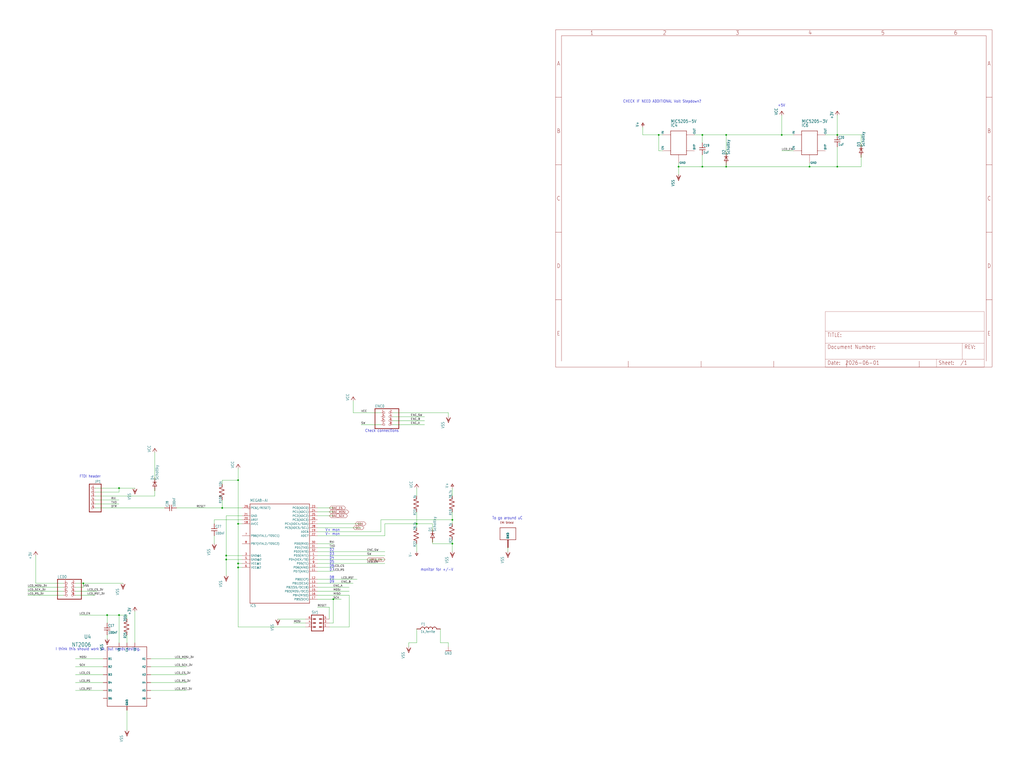
<source format=kicad_sch>
(kicad_sch
	(version 20231120)
	(generator "eeschema")
	(generator_version "8.0")
	(uuid "3d0583b0-725f-4040-958e-6cc05c4c21ab")
	(paper "User" 655.472 494.106)
	(lib_symbols
		(symbol "CurrentController-eagle-import:+3V"
			(power)
			(exclude_from_sim no)
			(in_bom yes)
			(on_board yes)
			(property "Reference" ""
				(at 0 0 0)
				(effects
					(font
						(size 1.27 1.27)
					)
					(hide yes)
				)
			)
			(property "Value" ""
				(at -2.54 -2.54 90)
				(effects
					(font
						(size 1.778 1.5113)
					)
					(justify left bottom)
				)
			)
			(property "Footprint" ""
				(at 0 0 0)
				(effects
					(font
						(size 1.27 1.27)
					)
					(hide yes)
				)
			)
			(property "Datasheet" ""
				(at 0 0 0)
				(effects
					(font
						(size 1.27 1.27)
					)
					(hide yes)
				)
			)
			(property "Description" "3V POWER SUPPLY"
				(at 0 0 0)
				(effects
					(font
						(size 1.27 1.27)
					)
					(hide yes)
				)
			)
			(property "ki_locked" ""
				(at 0 0 0)
				(effects
					(font
						(size 1.27 1.27)
					)
				)
			)
			(symbol "+3V_1_0"
				(polyline
					(pts
						(xy 0 2.54) (xy -1.27 0.635)
					)
					(stroke
						(width 0.254)
						(type solid)
					)
					(fill
						(type none)
					)
				)
				(polyline
					(pts
						(xy 1.27 0.635) (xy 0 2.54)
					)
					(stroke
						(width 0.254)
						(type solid)
					)
					(fill
						(type none)
					)
				)
				(pin power_in line
					(at 0 0 90)
					(length 2.54)
					(name "+3V"
						(effects
							(font
								(size 0 0)
							)
						)
					)
					(number "1"
						(effects
							(font
								(size 0 0)
							)
						)
					)
				)
			)
		)
		(symbol "CurrentController-eagle-import:C_MLCC_SMDCMLCC_0603"
			(exclude_from_sim no)
			(in_bom yes)
			(on_board yes)
			(property "Reference" "C"
				(at 0.5715 0.0635 0)
				(effects
					(font
						(size 1.524 1.2954)
					)
					(justify left bottom)
				)
			)
			(property "Value" ""
				(at 0.5715 -4.3815 0)
				(effects
					(font
						(size 1.524 1.2954)
					)
					(justify left bottom)
				)
			)
			(property "Footprint" "CurrentController:C_MLCC_0603"
				(at 0 0 0)
				(effects
					(font
						(size 1.27 1.27)
					)
					(hide yes)
				)
			)
			(property "Datasheet" ""
				(at 0 0 0)
				(effects
					(font
						(size 1.27 1.27)
					)
					(hide yes)
				)
			)
			(property "Description" ""
				(at 0 0 0)
				(effects
					(font
						(size 1.27 1.27)
					)
					(hide yes)
				)
			)
			(property "ki_locked" ""
				(at 0 0 0)
				(effects
					(font
						(size 1.27 1.27)
					)
				)
			)
			(symbol "C_MLCC_SMDCMLCC_0603_1_0"
				(polyline
					(pts
						(xy -1.905 -1.905) (xy 0 -1.905)
					)
					(stroke
						(width 0.3048)
						(type solid)
					)
					(fill
						(type none)
					)
				)
				(polyline
					(pts
						(xy 0 -1.905) (xy 0 -5.08)
					)
					(stroke
						(width 0.3048)
						(type solid)
					)
					(fill
						(type none)
					)
				)
				(polyline
					(pts
						(xy 0 -1.905) (xy 1.905 -1.905)
					)
					(stroke
						(width 0.3048)
						(type solid)
					)
					(fill
						(type none)
					)
				)
				(polyline
					(pts
						(xy 0 -0.635) (xy -1.905 -0.635)
					)
					(stroke
						(width 0.3048)
						(type solid)
					)
					(fill
						(type none)
					)
				)
				(polyline
					(pts
						(xy 0 -0.635) (xy 0 2.54)
					)
					(stroke
						(width 0.3048)
						(type solid)
					)
					(fill
						(type none)
					)
				)
				(polyline
					(pts
						(xy 1.905 -0.635) (xy 0 -0.635)
					)
					(stroke
						(width 0.3048)
						(type solid)
					)
					(fill
						(type none)
					)
				)
				(pin passive line
					(at 0 2.54 270)
					(length 0)
					(name "1"
						(effects
							(font
								(size 0 0)
							)
						)
					)
					(number "P$1"
						(effects
							(font
								(size 0 0)
							)
						)
					)
				)
				(pin passive line
					(at 0 -5.08 90)
					(length 0)
					(name "2"
						(effects
							(font
								(size 0 0)
							)
						)
					)
					(number "P$2"
						(effects
							(font
								(size 0 0)
							)
						)
					)
				)
			)
		)
		(symbol "CurrentController-eagle-import:DIODE-SOD523"
			(exclude_from_sim no)
			(in_bom yes)
			(on_board yes)
			(property "Reference" "D"
				(at 2.54 0.4826 0)
				(effects
					(font
						(size 1.778 1.5113)
					)
					(justify left bottom)
				)
			)
			(property "Value" ""
				(at 2.54 -2.3114 0)
				(effects
					(font
						(size 1.778 1.5113)
					)
					(justify left bottom)
				)
			)
			(property "Footprint" "CurrentController:SOD523"
				(at 0 0 0)
				(effects
					(font
						(size 1.27 1.27)
					)
					(hide yes)
				)
			)
			(property "Datasheet" ""
				(at 0 0 0)
				(effects
					(font
						(size 1.27 1.27)
					)
					(hide yes)
				)
			)
			(property "Description" "DIODE"
				(at 0 0 0)
				(effects
					(font
						(size 1.27 1.27)
					)
					(hide yes)
				)
			)
			(property "ki_locked" ""
				(at 0 0 0)
				(effects
					(font
						(size 1.27 1.27)
					)
				)
			)
			(symbol "DIODE-SOD523_1_0"
				(polyline
					(pts
						(xy -1.27 -1.27) (xy 1.27 0)
					)
					(stroke
						(width 0.254)
						(type solid)
					)
					(fill
						(type none)
					)
				)
				(polyline
					(pts
						(xy -1.27 1.27) (xy -1.27 -1.27)
					)
					(stroke
						(width 0.254)
						(type solid)
					)
					(fill
						(type none)
					)
				)
				(polyline
					(pts
						(xy 1.27 0) (xy -1.27 1.27)
					)
					(stroke
						(width 0.254)
						(type solid)
					)
					(fill
						(type none)
					)
				)
				(polyline
					(pts
						(xy 1.27 0) (xy 1.27 -1.27)
					)
					(stroke
						(width 0.254)
						(type solid)
					)
					(fill
						(type none)
					)
				)
				(polyline
					(pts
						(xy 1.27 1.27) (xy 1.27 0)
					)
					(stroke
						(width 0.254)
						(type solid)
					)
					(fill
						(type none)
					)
				)
				(text "SpiceOrder 1"
					(at -2.54 0 0)
					(effects
						(font
							(size 0.4064 0.3454)
						)
					)
				)
				(text "SpiceOrder 2"
					(at 2.54 0 0)
					(effects
						(font
							(size 0.4064 0.3454)
						)
					)
				)
				(pin passive line
					(at -2.54 0 0)
					(length 2.54)
					(name "A"
						(effects
							(font
								(size 0 0)
							)
						)
					)
					(number "A"
						(effects
							(font
								(size 0 0)
							)
						)
					)
				)
				(pin passive line
					(at 2.54 0 180)
					(length 2.54)
					(name "C"
						(effects
							(font
								(size 0 0)
							)
						)
					)
					(number "C"
						(effects
							(font
								(size 0 0)
							)
						)
					)
				)
			)
		)
		(symbol "CurrentController-eagle-import:FRAME_A_L"
			(exclude_from_sim no)
			(in_bom yes)
			(on_board yes)
			(property "Reference" "#FRAME"
				(at 0 0 0)
				(effects
					(font
						(size 1.27 1.27)
					)
					(hide yes)
				)
			)
			(property "Value" ""
				(at 0 0 0)
				(effects
					(font
						(size 1.27 1.27)
					)
					(hide yes)
				)
			)
			(property "Footprint" ""
				(at 0 0 0)
				(effects
					(font
						(size 1.27 1.27)
					)
					(hide yes)
				)
			)
			(property "Datasheet" ""
				(at 0 0 0)
				(effects
					(font
						(size 1.27 1.27)
					)
					(hide yes)
				)
			)
			(property "Description" "FRAME A Size , 8 1/2 x 11 INCH, Landscape"
				(at 0 0 0)
				(effects
					(font
						(size 1.27 1.27)
					)
					(hide yes)
				)
			)
			(property "ki_locked" ""
				(at 0 0 0)
				(effects
					(font
						(size 1.27 1.27)
					)
				)
			)
			(symbol "FRAME_A_L_1_0"
				(polyline
					(pts
						(xy 0 43.18) (xy 3.81 43.18)
					)
					(stroke
						(width 0)
						(type default)
					)
					(fill
						(type none)
					)
				)
				(polyline
					(pts
						(xy 0 86.36) (xy 3.81 86.36)
					)
					(stroke
						(width 0)
						(type default)
					)
					(fill
						(type none)
					)
				)
				(polyline
					(pts
						(xy 0 129.54) (xy 3.81 129.54)
					)
					(stroke
						(width 0)
						(type default)
					)
					(fill
						(type none)
					)
				)
				(polyline
					(pts
						(xy 0 172.72) (xy 3.81 172.72)
					)
					(stroke
						(width 0)
						(type default)
					)
					(fill
						(type none)
					)
				)
				(polyline
					(pts
						(xy 3.81 3.81) (xy 3.81 212.09)
					)
					(stroke
						(width 0)
						(type default)
					)
					(fill
						(type none)
					)
				)
				(polyline
					(pts
						(xy 46.5667 0) (xy 46.5667 3.81)
					)
					(stroke
						(width 0)
						(type default)
					)
					(fill
						(type none)
					)
				)
				(polyline
					(pts
						(xy 93.1333 0) (xy 93.1333 3.81)
					)
					(stroke
						(width 0)
						(type default)
					)
					(fill
						(type none)
					)
				)
				(polyline
					(pts
						(xy 139.7 0) (xy 139.7 3.81)
					)
					(stroke
						(width 0)
						(type default)
					)
					(fill
						(type none)
					)
				)
				(polyline
					(pts
						(xy 186.2667 0) (xy 186.2667 3.81)
					)
					(stroke
						(width 0)
						(type default)
					)
					(fill
						(type none)
					)
				)
				(polyline
					(pts
						(xy 232.8333 0) (xy 232.8333 3.81)
					)
					(stroke
						(width 0)
						(type default)
					)
					(fill
						(type none)
					)
				)
				(polyline
					(pts
						(xy 275.59 3.81) (xy 275.59 212.09)
					)
					(stroke
						(width 0)
						(type default)
					)
					(fill
						(type none)
					)
				)
				(polyline
					(pts
						(xy 275.59 43.18) (xy 279.4 43.18)
					)
					(stroke
						(width 0)
						(type default)
					)
					(fill
						(type none)
					)
				)
				(polyline
					(pts
						(xy 275.59 86.36) (xy 279.4 86.36)
					)
					(stroke
						(width 0)
						(type default)
					)
					(fill
						(type none)
					)
				)
				(polyline
					(pts
						(xy 275.59 129.54) (xy 279.4 129.54)
					)
					(stroke
						(width 0)
						(type default)
					)
					(fill
						(type none)
					)
				)
				(polyline
					(pts
						(xy 275.59 172.72) (xy 279.4 172.72)
					)
					(stroke
						(width 0)
						(type default)
					)
					(fill
						(type none)
					)
				)
				(polyline
					(pts
						(xy 275.59 212.09) (xy 3.81 212.09)
					)
					(stroke
						(width 0)
						(type default)
					)
					(fill
						(type none)
					)
				)
				(polyline
					(pts
						(xy 0 0) (xy 279.4 0) (xy 279.4 215.9) (xy 0 215.9) (xy 0 0)
					)
					(stroke
						(width 0)
						(type default)
					)
					(fill
						(type none)
					)
				)
				(text "1"
					(at 23.2833 213.995 0)
					(effects
						(font
							(size 2.54 2.286)
						)
					)
				)
				(text "2"
					(at 69.85 213.995 0)
					(effects
						(font
							(size 2.54 2.286)
						)
					)
				)
				(text "3"
					(at 116.4167 213.995 0)
					(effects
						(font
							(size 2.54 2.286)
						)
					)
				)
				(text "4"
					(at 162.9833 213.995 0)
					(effects
						(font
							(size 2.54 2.286)
						)
					)
				)
				(text "5"
					(at 209.55 213.995 0)
					(effects
						(font
							(size 2.54 2.286)
						)
					)
				)
				(text "6"
					(at 256.1167 213.995 0)
					(effects
						(font
							(size 2.54 2.286)
						)
					)
				)
				(text "A"
					(at 1.905 194.31 0)
					(effects
						(font
							(size 2.54 2.286)
						)
					)
				)
				(text "A"
					(at 277.495 194.31 0)
					(effects
						(font
							(size 2.54 2.286)
						)
					)
				)
				(text "B"
					(at 1.905 151.13 0)
					(effects
						(font
							(size 2.54 2.286)
						)
					)
				)
				(text "B"
					(at 277.495 151.13 0)
					(effects
						(font
							(size 2.54 2.286)
						)
					)
				)
				(text "C"
					(at 1.905 107.95 0)
					(effects
						(font
							(size 2.54 2.286)
						)
					)
				)
				(text "C"
					(at 277.495 107.95 0)
					(effects
						(font
							(size 2.54 2.286)
						)
					)
				)
				(text "D"
					(at 1.905 64.77 0)
					(effects
						(font
							(size 2.54 2.286)
						)
					)
				)
				(text "D"
					(at 277.495 64.77 0)
					(effects
						(font
							(size 2.54 2.286)
						)
					)
				)
				(text "E"
					(at 1.905 21.59 0)
					(effects
						(font
							(size 2.54 2.286)
						)
					)
				)
				(text "E"
					(at 277.495 21.59 0)
					(effects
						(font
							(size 2.54 2.286)
						)
					)
				)
			)
			(symbol "FRAME_A_L_2_0"
				(polyline
					(pts
						(xy 0 0) (xy 0 5.08)
					)
					(stroke
						(width 0.1016)
						(type solid)
					)
					(fill
						(type none)
					)
				)
				(polyline
					(pts
						(xy 0 0) (xy 71.12 0)
					)
					(stroke
						(width 0.1016)
						(type solid)
					)
					(fill
						(type none)
					)
				)
				(polyline
					(pts
						(xy 0 5.08) (xy 0 15.24)
					)
					(stroke
						(width 0.1016)
						(type solid)
					)
					(fill
						(type none)
					)
				)
				(polyline
					(pts
						(xy 0 5.08) (xy 71.12 5.08)
					)
					(stroke
						(width 0.1016)
						(type solid)
					)
					(fill
						(type none)
					)
				)
				(polyline
					(pts
						(xy 0 15.24) (xy 0 22.86)
					)
					(stroke
						(width 0.1016)
						(type solid)
					)
					(fill
						(type none)
					)
				)
				(polyline
					(pts
						(xy 0 22.86) (xy 0 35.56)
					)
					(stroke
						(width 0.1016)
						(type solid)
					)
					(fill
						(type none)
					)
				)
				(polyline
					(pts
						(xy 0 22.86) (xy 101.6 22.86)
					)
					(stroke
						(width 0.1016)
						(type solid)
					)
					(fill
						(type none)
					)
				)
				(polyline
					(pts
						(xy 71.12 0) (xy 101.6 0)
					)
					(stroke
						(width 0.1016)
						(type solid)
					)
					(fill
						(type none)
					)
				)
				(polyline
					(pts
						(xy 71.12 5.08) (xy 71.12 0)
					)
					(stroke
						(width 0.1016)
						(type solid)
					)
					(fill
						(type none)
					)
				)
				(polyline
					(pts
						(xy 71.12 5.08) (xy 87.63 5.08)
					)
					(stroke
						(width 0.1016)
						(type solid)
					)
					(fill
						(type none)
					)
				)
				(polyline
					(pts
						(xy 87.63 5.08) (xy 101.6 5.08)
					)
					(stroke
						(width 0.1016)
						(type solid)
					)
					(fill
						(type none)
					)
				)
				(polyline
					(pts
						(xy 87.63 15.24) (xy 0 15.24)
					)
					(stroke
						(width 0.1016)
						(type solid)
					)
					(fill
						(type none)
					)
				)
				(polyline
					(pts
						(xy 87.63 15.24) (xy 87.63 5.08)
					)
					(stroke
						(width 0.1016)
						(type solid)
					)
					(fill
						(type none)
					)
				)
				(polyline
					(pts
						(xy 101.6 5.08) (xy 101.6 0)
					)
					(stroke
						(width 0.1016)
						(type solid)
					)
					(fill
						(type none)
					)
				)
				(polyline
					(pts
						(xy 101.6 15.24) (xy 87.63 15.24)
					)
					(stroke
						(width 0.1016)
						(type solid)
					)
					(fill
						(type none)
					)
				)
				(polyline
					(pts
						(xy 101.6 15.24) (xy 101.6 5.08)
					)
					(stroke
						(width 0.1016)
						(type solid)
					)
					(fill
						(type none)
					)
				)
				(polyline
					(pts
						(xy 101.6 22.86) (xy 101.6 15.24)
					)
					(stroke
						(width 0.1016)
						(type solid)
					)
					(fill
						(type none)
					)
				)
				(polyline
					(pts
						(xy 101.6 35.56) (xy 0 35.56)
					)
					(stroke
						(width 0.1016)
						(type solid)
					)
					(fill
						(type none)
					)
				)
				(polyline
					(pts
						(xy 101.6 35.56) (xy 101.6 22.86)
					)
					(stroke
						(width 0.1016)
						(type solid)
					)
					(fill
						(type none)
					)
				)
				(text "${#}/${##}"
					(at 86.36 1.27 0)
					(effects
						(font
							(size 2.54 2.159)
						)
						(justify left bottom)
					)
				)
				(text "${CURRENT_DATE}"
					(at 12.7 1.27 0)
					(effects
						(font
							(size 2.54 2.159)
						)
						(justify left bottom)
					)
				)
				(text "${PROJECTNAME}"
					(at 17.78 19.05 0)
					(effects
						(font
							(size 2.54 2.159)
						)
						(justify left bottom)
					)
				)
				(text "Date:"
					(at 1.27 1.27 0)
					(effects
						(font
							(size 2.54 2.159)
						)
						(justify left bottom)
					)
				)
				(text "Document Number:"
					(at 1.27 11.43 0)
					(effects
						(font
							(size 2.54 2.159)
						)
						(justify left bottom)
					)
				)
				(text "REV:"
					(at 88.9 11.43 0)
					(effects
						(font
							(size 2.54 2.159)
						)
						(justify left bottom)
					)
				)
				(text "Sheet:"
					(at 72.39 1.27 0)
					(effects
						(font
							(size 2.54 2.159)
						)
						(justify left bottom)
					)
				)
				(text "TITLE:"
					(at 1.27 19.05 0)
					(effects
						(font
							(size 2.54 2.159)
						)
						(justify left bottom)
					)
				)
			)
		)
		(symbol "CurrentController-eagle-import:GND"
			(power)
			(exclude_from_sim no)
			(in_bom yes)
			(on_board yes)
			(property "Reference" "#GND"
				(at 0 0 0)
				(effects
					(font
						(size 1.27 1.27)
					)
					(hide yes)
				)
			)
			(property "Value" ""
				(at -2.54 -2.54 0)
				(effects
					(font
						(size 1.778 1.5113)
					)
					(justify left bottom)
				)
			)
			(property "Footprint" ""
				(at 0 0 0)
				(effects
					(font
						(size 1.27 1.27)
					)
					(hide yes)
				)
			)
			(property "Datasheet" ""
				(at 0 0 0)
				(effects
					(font
						(size 1.27 1.27)
					)
					(hide yes)
				)
			)
			(property "Description" "SUPPLY SYMBOL"
				(at 0 0 0)
				(effects
					(font
						(size 1.27 1.27)
					)
					(hide yes)
				)
			)
			(property "ki_locked" ""
				(at 0 0 0)
				(effects
					(font
						(size 1.27 1.27)
					)
				)
			)
			(symbol "GND_1_0"
				(polyline
					(pts
						(xy -1.905 0) (xy 1.905 0)
					)
					(stroke
						(width 0.254)
						(type solid)
					)
					(fill
						(type none)
					)
				)
				(pin power_in line
					(at 0 2.54 270)
					(length 2.54)
					(name "GND"
						(effects
							(font
								(size 0 0)
							)
						)
					)
					(number "1"
						(effects
							(font
								(size 0 0)
							)
						)
					)
				)
			)
		)
		(symbol "CurrentController-eagle-import:L_FERRITE_SMDLFERRITE_0603"
			(exclude_from_sim no)
			(in_bom yes)
			(on_board yes)
			(property "Reference" "L"
				(at -4.7 2.31 0)
				(effects
					(font
						(size 1.524 1.2954)
					)
					(justify left bottom)
				)
			)
			(property "Value" ""
				(at -5.08 -2.54 0)
				(effects
					(font
						(size 1.524 1.2954)
					)
					(justify left bottom)
				)
			)
			(property "Footprint" "CurrentController:L_FERRITE_0603"
				(at 0 0 0)
				(effects
					(font
						(size 1.27 1.27)
					)
					(hide yes)
				)
			)
			(property "Datasheet" ""
				(at 0 0 0)
				(effects
					(font
						(size 1.27 1.27)
					)
					(hide yes)
				)
			)
			(property "Description" ""
				(at 0 0 0)
				(effects
					(font
						(size 1.27 1.27)
					)
					(hide yes)
				)
			)
			(property "ki_locked" ""
				(at 0 0 0)
				(effects
					(font
						(size 1.27 1.27)
					)
				)
			)
			(symbol "L_FERRITE_SMDLFERRITE_0603_1_0"
				(arc
					(start -3.81 1.27)
					(mid -4.708 0.898)
					(end -5.08 0)
					(stroke
						(width 0.3048)
						(type solid)
					)
					(fill
						(type none)
					)
				)
				(arc
					(start -2.54 0)
					(mid -2.912 0.898)
					(end -3.81 1.27)
					(stroke
						(width 0.3048)
						(type solid)
					)
					(fill
						(type none)
					)
				)
				(arc
					(start -1.27 1.27)
					(mid -2.168 0.898)
					(end -2.54 0)
					(stroke
						(width 0.3048)
						(type solid)
					)
					(fill
						(type none)
					)
				)
				(arc
					(start 0 0)
					(mid -0.372 0.898)
					(end -1.27 1.27)
					(stroke
						(width 0.3048)
						(type solid)
					)
					(fill
						(type none)
					)
				)
				(polyline
					(pts
						(xy -5.08 0) (xy -7.62 0)
					)
					(stroke
						(width 0.3048)
						(type solid)
					)
					(fill
						(type none)
					)
				)
				(polyline
					(pts
						(xy 5.08 0) (xy 7.62 0)
					)
					(stroke
						(width 0.3048)
						(type solid)
					)
					(fill
						(type none)
					)
				)
				(arc
					(start 1.27 1.27)
					(mid 0.372 0.898)
					(end 0 0)
					(stroke
						(width 0.3048)
						(type solid)
					)
					(fill
						(type none)
					)
				)
				(arc
					(start 2.54 0)
					(mid 2.168 0.898)
					(end 1.27 1.27)
					(stroke
						(width 0.3048)
						(type solid)
					)
					(fill
						(type none)
					)
				)
				(arc
					(start 3.81 1.27)
					(mid 2.912 0.898)
					(end 2.54 0)
					(stroke
						(width 0.3048)
						(type solid)
					)
					(fill
						(type none)
					)
				)
				(arc
					(start 5.08 0)
					(mid 4.708 0.898)
					(end 3.81 1.27)
					(stroke
						(width 0.3048)
						(type solid)
					)
					(fill
						(type none)
					)
				)
				(pin passive line
					(at -7.62 0 0)
					(length 2.54)
					(name "1"
						(effects
							(font
								(size 0 0)
							)
						)
					)
					(number "P$1"
						(effects
							(font
								(size 0 0)
							)
						)
					)
				)
				(pin passive line
					(at 7.62 0 180)
					(length 2.54)
					(name "2"
						(effects
							(font
								(size 0 0)
							)
						)
					)
					(number "P$2"
						(effects
							(font
								(size 0 0)
							)
						)
					)
				)
			)
		)
		(symbol "CurrentController-eagle-import:MA03-2"
			(exclude_from_sim no)
			(in_bom yes)
			(on_board yes)
			(property "Reference" "SV"
				(at -3.81 5.842 0)
				(effects
					(font
						(size 1.778 1.5113)
					)
					(justify left bottom)
				)
			)
			(property "Value" ""
				(at -3.81 -7.62 0)
				(effects
					(font
						(size 1.778 1.5113)
					)
					(justify left bottom)
				)
			)
			(property "Footprint" "CurrentController:MA03-2"
				(at 0 0 0)
				(effects
					(font
						(size 1.27 1.27)
					)
					(hide yes)
				)
			)
			(property "Datasheet" ""
				(at 0 0 0)
				(effects
					(font
						(size 1.27 1.27)
					)
					(hide yes)
				)
			)
			(property "Description" "PIN HEADER"
				(at 0 0 0)
				(effects
					(font
						(size 1.27 1.27)
					)
					(hide yes)
				)
			)
			(property "ki_locked" ""
				(at 0 0 0)
				(effects
					(font
						(size 1.27 1.27)
					)
				)
			)
			(symbol "MA03-2_1_0"
				(polyline
					(pts
						(xy -3.81 5.08) (xy -3.81 -5.08)
					)
					(stroke
						(width 0.4064)
						(type solid)
					)
					(fill
						(type none)
					)
				)
				(polyline
					(pts
						(xy -3.81 5.08) (xy 3.81 5.08)
					)
					(stroke
						(width 0.4064)
						(type solid)
					)
					(fill
						(type none)
					)
				)
				(polyline
					(pts
						(xy -2.54 -2.54) (xy -1.27 -2.54)
					)
					(stroke
						(width 0.6096)
						(type solid)
					)
					(fill
						(type none)
					)
				)
				(polyline
					(pts
						(xy -2.54 0) (xy -1.27 0)
					)
					(stroke
						(width 0.6096)
						(type solid)
					)
					(fill
						(type none)
					)
				)
				(polyline
					(pts
						(xy -2.54 2.54) (xy -1.27 2.54)
					)
					(stroke
						(width 0.6096)
						(type solid)
					)
					(fill
						(type none)
					)
				)
				(polyline
					(pts
						(xy 1.27 -2.54) (xy 2.54 -2.54)
					)
					(stroke
						(width 0.6096)
						(type solid)
					)
					(fill
						(type none)
					)
				)
				(polyline
					(pts
						(xy 1.27 0) (xy 2.54 0)
					)
					(stroke
						(width 0.6096)
						(type solid)
					)
					(fill
						(type none)
					)
				)
				(polyline
					(pts
						(xy 1.27 2.54) (xy 2.54 2.54)
					)
					(stroke
						(width 0.6096)
						(type solid)
					)
					(fill
						(type none)
					)
				)
				(polyline
					(pts
						(xy 3.81 -5.08) (xy -3.81 -5.08)
					)
					(stroke
						(width 0.4064)
						(type solid)
					)
					(fill
						(type none)
					)
				)
				(polyline
					(pts
						(xy 3.81 -5.08) (xy 3.81 5.08)
					)
					(stroke
						(width 0.4064)
						(type solid)
					)
					(fill
						(type none)
					)
				)
				(pin passive line
					(at 7.62 -2.54 180)
					(length 5.08)
					(name "1"
						(effects
							(font
								(size 0 0)
							)
						)
					)
					(number "1"
						(effects
							(font
								(size 1.27 1.27)
							)
						)
					)
				)
				(pin passive line
					(at -7.62 -2.54 0)
					(length 5.08)
					(name "2"
						(effects
							(font
								(size 0 0)
							)
						)
					)
					(number "2"
						(effects
							(font
								(size 1.27 1.27)
							)
						)
					)
				)
				(pin passive line
					(at 7.62 0 180)
					(length 5.08)
					(name "3"
						(effects
							(font
								(size 0 0)
							)
						)
					)
					(number "3"
						(effects
							(font
								(size 1.27 1.27)
							)
						)
					)
				)
				(pin passive line
					(at -7.62 0 0)
					(length 5.08)
					(name "4"
						(effects
							(font
								(size 0 0)
							)
						)
					)
					(number "4"
						(effects
							(font
								(size 1.27 1.27)
							)
						)
					)
				)
				(pin passive line
					(at 7.62 2.54 180)
					(length 5.08)
					(name "5"
						(effects
							(font
								(size 0 0)
							)
						)
					)
					(number "5"
						(effects
							(font
								(size 1.27 1.27)
							)
						)
					)
				)
				(pin passive line
					(at -7.62 2.54 0)
					(length 5.08)
					(name "6"
						(effects
							(font
								(size 0 0)
							)
						)
					)
					(number "6"
						(effects
							(font
								(size 1.27 1.27)
							)
						)
					)
				)
			)
		)
		(symbol "CurrentController-eagle-import:MEGA8-AI"
			(exclude_from_sim no)
			(in_bom yes)
			(on_board yes)
			(property "Reference" "IC"
				(at -17.78 -38.1 0)
				(effects
					(font
						(size 1.778 1.5113)
					)
					(justify left bottom)
				)
			)
			(property "Value" ""
				(at -17.78 29.21 0)
				(effects
					(font
						(size 1.778 1.5113)
					)
					(justify left bottom)
				)
			)
			(property "Footprint" "CurrentController:TQFP32-08"
				(at 0 0 0)
				(effects
					(font
						(size 1.27 1.27)
					)
					(hide yes)
				)
			)
			(property "Datasheet" ""
				(at 0 0 0)
				(effects
					(font
						(size 1.27 1.27)
					)
					(hide yes)
				)
			)
			(property "Description" "MICROCONTROLLER\n\n8 Kbytes FLASH, 1 kbytes SRAM, 512 bytes EEPROM, USART, 6-channel 10 bit ADC, 2-channel 8 bit ADC\nPin compatible with Atmega48, ATMega88, ATMega168\nSource: avr.lbr"
				(at 0 0 0)
				(effects
					(font
						(size 1.27 1.27)
					)
					(hide yes)
				)
			)
			(property "ki_locked" ""
				(at 0 0 0)
				(effects
					(font
						(size 1.27 1.27)
					)
				)
			)
			(symbol "MEGA8-AI_1_0"
				(polyline
					(pts
						(xy -17.78 -35.56) (xy -17.78 27.94)
					)
					(stroke
						(width 0.254)
						(type solid)
					)
					(fill
						(type none)
					)
				)
				(polyline
					(pts
						(xy -17.78 27.94) (xy 20.32 27.94)
					)
					(stroke
						(width 0.254)
						(type solid)
					)
					(fill
						(type none)
					)
				)
				(polyline
					(pts
						(xy 20.32 -35.56) (xy -17.78 -35.56)
					)
					(stroke
						(width 0.254)
						(type solid)
					)
					(fill
						(type none)
					)
				)
				(polyline
					(pts
						(xy 20.32 27.94) (xy 20.32 -35.56)
					)
					(stroke
						(width 0.254)
						(type solid)
					)
					(fill
						(type none)
					)
				)
				(pin bidirectional line
					(at 25.4 -5.08 180)
					(length 5.08)
					(name "PD3(INT1)"
						(effects
							(font
								(size 1.27 1.27)
							)
						)
					)
					(number "1"
						(effects
							(font
								(size 1.27 1.27)
							)
						)
					)
				)
				(pin bidirectional line
					(at 25.4 -12.7 180)
					(length 5.08)
					(name "PD6(AIN0)"
						(effects
							(font
								(size 1.27 1.27)
							)
						)
					)
					(number "10"
						(effects
							(font
								(size 1.27 1.27)
							)
						)
					)
				)
				(pin bidirectional line
					(at 25.4 -15.24 180)
					(length 5.08)
					(name "PD7(AIN1)"
						(effects
							(font
								(size 1.27 1.27)
							)
						)
					)
					(number "11"
						(effects
							(font
								(size 1.27 1.27)
							)
						)
					)
				)
				(pin bidirectional line
					(at 25.4 -20.32 180)
					(length 5.08)
					(name "PB0(ICP)"
						(effects
							(font
								(size 1.27 1.27)
							)
						)
					)
					(number "12"
						(effects
							(font
								(size 1.27 1.27)
							)
						)
					)
				)
				(pin bidirectional line
					(at 25.4 -22.86 180)
					(length 5.08)
					(name "PB1(OC1A)"
						(effects
							(font
								(size 1.27 1.27)
							)
						)
					)
					(number "13"
						(effects
							(font
								(size 1.27 1.27)
							)
						)
					)
				)
				(pin bidirectional line
					(at 25.4 -25.4 180)
					(length 5.08)
					(name "PB2(SS/OC1B)"
						(effects
							(font
								(size 1.27 1.27)
							)
						)
					)
					(number "14"
						(effects
							(font
								(size 1.27 1.27)
							)
						)
					)
				)
				(pin bidirectional line
					(at 25.4 -27.94 180)
					(length 5.08)
					(name "PB3(MOSI/OC2)"
						(effects
							(font
								(size 1.27 1.27)
							)
						)
					)
					(number "15"
						(effects
							(font
								(size 1.27 1.27)
							)
						)
					)
				)
				(pin bidirectional line
					(at 25.4 -30.48 180)
					(length 5.08)
					(name "PB4(MISO)"
						(effects
							(font
								(size 1.27 1.27)
							)
						)
					)
					(number "16"
						(effects
							(font
								(size 1.27 1.27)
							)
						)
					)
				)
				(pin bidirectional line
					(at 25.4 -33.02 180)
					(length 5.08)
					(name "PB5(SCK)"
						(effects
							(font
								(size 1.27 1.27)
							)
						)
					)
					(number "17"
						(effects
							(font
								(size 1.27 1.27)
							)
						)
					)
				)
				(pin power_in line
					(at -22.86 15.24 0)
					(length 5.08)
					(name "AVCC"
						(effects
							(font
								(size 1.27 1.27)
							)
						)
					)
					(number "18"
						(effects
							(font
								(size 1.27 1.27)
							)
						)
					)
				)
				(pin bidirectional line
					(at 25.4 10.16 180)
					(length 5.08)
					(name "ADC6"
						(effects
							(font
								(size 1.27 1.27)
							)
						)
					)
					(number "19"
						(effects
							(font
								(size 1.27 1.27)
							)
						)
					)
				)
				(pin bidirectional line
					(at 25.4 -7.62 180)
					(length 5.08)
					(name "PD4(XCK/T0)"
						(effects
							(font
								(size 1.27 1.27)
							)
						)
					)
					(number "2"
						(effects
							(font
								(size 1.27 1.27)
							)
						)
					)
				)
				(pin passive line
					(at -22.86 17.78 0)
					(length 5.08)
					(name "AREF"
						(effects
							(font
								(size 1.27 1.27)
							)
						)
					)
					(number "20"
						(effects
							(font
								(size 1.27 1.27)
							)
						)
					)
				)
				(pin power_in line
					(at -22.86 20.32 0)
					(length 5.08)
					(name "GND"
						(effects
							(font
								(size 1.27 1.27)
							)
						)
					)
					(number "21"
						(effects
							(font
								(size 1.27 1.27)
							)
						)
					)
				)
				(pin bidirectional line
					(at 25.4 7.62 180)
					(length 5.08)
					(name "ADC7"
						(effects
							(font
								(size 1.27 1.27)
							)
						)
					)
					(number "22"
						(effects
							(font
								(size 1.27 1.27)
							)
						)
					)
				)
				(pin bidirectional line
					(at 25.4 25.4 180)
					(length 5.08)
					(name "PC0(ADC0)"
						(effects
							(font
								(size 1.27 1.27)
							)
						)
					)
					(number "23"
						(effects
							(font
								(size 1.27 1.27)
							)
						)
					)
				)
				(pin bidirectional line
					(at 25.4 22.86 180)
					(length 5.08)
					(name "PC1(ADC1)"
						(effects
							(font
								(size 1.27 1.27)
							)
						)
					)
					(number "24"
						(effects
							(font
								(size 1.27 1.27)
							)
						)
					)
				)
				(pin bidirectional line
					(at 25.4 20.32 180)
					(length 5.08)
					(name "PC2(ADC2)"
						(effects
							(font
								(size 1.27 1.27)
							)
						)
					)
					(number "25"
						(effects
							(font
								(size 1.27 1.27)
							)
						)
					)
				)
				(pin bidirectional line
					(at 25.4 17.78 180)
					(length 5.08)
					(name "PC3(ADC3)"
						(effects
							(font
								(size 1.27 1.27)
							)
						)
					)
					(number "26"
						(effects
							(font
								(size 1.27 1.27)
							)
						)
					)
				)
				(pin bidirectional line
					(at 25.4 15.24 180)
					(length 5.08)
					(name "PC4(ADC4/SDA)"
						(effects
							(font
								(size 1.27 1.27)
							)
						)
					)
					(number "27"
						(effects
							(font
								(size 1.27 1.27)
							)
						)
					)
				)
				(pin bidirectional line
					(at 25.4 12.7 180)
					(length 5.08)
					(name "PC5(ADC5/SCL)"
						(effects
							(font
								(size 1.27 1.27)
							)
						)
					)
					(number "28"
						(effects
							(font
								(size 1.27 1.27)
							)
						)
					)
				)
				(pin bidirectional inverted
					(at -22.86 25.4 0)
					(length 5.08)
					(name "PC6(/RESET)"
						(effects
							(font
								(size 1.27 1.27)
							)
						)
					)
					(number "29"
						(effects
							(font
								(size 1.27 1.27)
							)
						)
					)
				)
				(pin power_in line
					(at -22.86 -5.08 0)
					(length 5.08)
					(name "GND@1"
						(effects
							(font
								(size 1.27 1.27)
							)
						)
					)
					(number "3"
						(effects
							(font
								(size 1.27 1.27)
							)
						)
					)
				)
				(pin bidirectional line
					(at 25.4 2.54 180)
					(length 5.08)
					(name "PD0(RXD)"
						(effects
							(font
								(size 1.27 1.27)
							)
						)
					)
					(number "30"
						(effects
							(font
								(size 1.27 1.27)
							)
						)
					)
				)
				(pin bidirectional line
					(at 25.4 0 180)
					(length 5.08)
					(name "PD1(TXD)"
						(effects
							(font
								(size 1.27 1.27)
							)
						)
					)
					(number "31"
						(effects
							(font
								(size 1.27 1.27)
							)
						)
					)
				)
				(pin bidirectional line
					(at 25.4 -2.54 180)
					(length 5.08)
					(name "PD2(INT0)"
						(effects
							(font
								(size 1.27 1.27)
							)
						)
					)
					(number "32"
						(effects
							(font
								(size 1.27 1.27)
							)
						)
					)
				)
				(pin power_in line
					(at -22.86 -10.16 0)
					(length 5.08)
					(name "VCC@1"
						(effects
							(font
								(size 1.27 1.27)
							)
						)
					)
					(number "4"
						(effects
							(font
								(size 1.27 1.27)
							)
						)
					)
				)
				(pin power_in line
					(at -22.86 -7.62 0)
					(length 5.08)
					(name "GND@2"
						(effects
							(font
								(size 1.27 1.27)
							)
						)
					)
					(number "5"
						(effects
							(font
								(size 1.27 1.27)
							)
						)
					)
				)
				(pin power_in line
					(at -22.86 -12.7 0)
					(length 5.08)
					(name "VCC@2"
						(effects
							(font
								(size 1.27 1.27)
							)
						)
					)
					(number "6"
						(effects
							(font
								(size 1.27 1.27)
							)
						)
					)
				)
				(pin bidirectional line
					(at -22.86 7.62 0)
					(length 5.08)
					(name "PB6(XTAL1/TOSC1)"
						(effects
							(font
								(size 1.27 1.27)
							)
						)
					)
					(number "7"
						(effects
							(font
								(size 1.27 1.27)
							)
						)
					)
				)
				(pin bidirectional line
					(at -22.86 2.54 0)
					(length 5.08)
					(name "PB7(XTAL2/TOSC2)"
						(effects
							(font
								(size 1.27 1.27)
							)
						)
					)
					(number "8"
						(effects
							(font
								(size 1.27 1.27)
							)
						)
					)
				)
				(pin bidirectional line
					(at 25.4 -10.16 180)
					(length 5.08)
					(name "PD5(T1)"
						(effects
							(font
								(size 1.27 1.27)
							)
						)
					)
					(number "9"
						(effects
							(font
								(size 1.27 1.27)
							)
						)
					)
				)
			)
		)
		(symbol "CurrentController-eagle-import:MIC5205"
			(exclude_from_sim no)
			(in_bom yes)
			(on_board yes)
			(property "Reference" "IC"
				(at -5.08 10.16 0)
				(effects
					(font
						(size 2.032 1.7272)
					)
					(justify left bottom)
				)
			)
			(property "Value" ""
				(at -5.08 12.7 0)
				(effects
					(font
						(size 2.032 1.7272)
					)
					(justify left bottom)
				)
			)
			(property "Footprint" "CurrentController:SOT23-5L"
				(at 0 0 0)
				(effects
					(font
						(size 1.27 1.27)
					)
					(hide yes)
				)
			)
			(property "Datasheet" ""
				(at 0 0 0)
				(effects
					(font
						(size 1.27 1.27)
					)
					(hide yes)
				)
			)
			(property "Description" "150mA Low noise LDO regulator"
				(at 0 0 0)
				(effects
					(font
						(size 1.27 1.27)
					)
					(hide yes)
				)
			)
			(property "ki_locked" ""
				(at 0 0 0)
				(effects
					(font
						(size 1.27 1.27)
					)
				)
			)
			(symbol "MIC5205_1_0"
				(polyline
					(pts
						(xy -5.08 -7.62) (xy -5.08 -5.08)
					)
					(stroke
						(width 0.254)
						(type solid)
					)
					(fill
						(type none)
					)
				)
				(polyline
					(pts
						(xy -5.08 -5.08) (xy -10.16 -5.08)
					)
					(stroke
						(width 0.1524)
						(type solid)
					)
					(fill
						(type none)
					)
				)
				(polyline
					(pts
						(xy -5.08 -5.08) (xy -5.08 5.08)
					)
					(stroke
						(width 0.254)
						(type solid)
					)
					(fill
						(type none)
					)
				)
				(polyline
					(pts
						(xy -5.08 5.08) (xy -10.16 5.08)
					)
					(stroke
						(width 0.1524)
						(type solid)
					)
					(fill
						(type none)
					)
				)
				(polyline
					(pts
						(xy -5.08 5.08) (xy -5.08 7.62)
					)
					(stroke
						(width 0.254)
						(type solid)
					)
					(fill
						(type none)
					)
				)
				(polyline
					(pts
						(xy -5.08 7.62) (xy 5.08 7.62)
					)
					(stroke
						(width 0.254)
						(type solid)
					)
					(fill
						(type none)
					)
				)
				(polyline
					(pts
						(xy 0 -7.62) (xy -5.08 -7.62)
					)
					(stroke
						(width 0.254)
						(type solid)
					)
					(fill
						(type none)
					)
				)
				(polyline
					(pts
						(xy 0 -7.62) (xy 0 -12.7)
					)
					(stroke
						(width 0.1524)
						(type solid)
					)
					(fill
						(type none)
					)
				)
				(polyline
					(pts
						(xy 5.08 -7.62) (xy 0 -7.62)
					)
					(stroke
						(width 0.254)
						(type solid)
					)
					(fill
						(type none)
					)
				)
				(polyline
					(pts
						(xy 5.08 -5.08) (xy 5.08 -7.62)
					)
					(stroke
						(width 0.254)
						(type solid)
					)
					(fill
						(type none)
					)
				)
				(polyline
					(pts
						(xy 5.08 -5.08) (xy 10.16 -5.08)
					)
					(stroke
						(width 0.1524)
						(type solid)
					)
					(fill
						(type none)
					)
				)
				(polyline
					(pts
						(xy 5.08 5.08) (xy 5.08 -5.08)
					)
					(stroke
						(width 0.254)
						(type solid)
					)
					(fill
						(type none)
					)
				)
				(polyline
					(pts
						(xy 5.08 5.08) (xy 10.16 5.08)
					)
					(stroke
						(width 0.1524)
						(type solid)
					)
					(fill
						(type none)
					)
				)
				(polyline
					(pts
						(xy 5.08 7.62) (xy 5.08 5.08)
					)
					(stroke
						(width 0.254)
						(type solid)
					)
					(fill
						(type none)
					)
				)
				(pin bidirectional line
					(at -10.16 5.08 90)
					(length 0)
					(name "IN"
						(effects
							(font
								(size 1.27 1.27)
							)
						)
					)
					(number "1"
						(effects
							(font
								(size 0 0)
							)
						)
					)
				)
				(pin bidirectional line
					(at 0 -12.7 0)
					(length 0)
					(name "GND"
						(effects
							(font
								(size 1.27 1.27)
							)
						)
					)
					(number "2"
						(effects
							(font
								(size 0 0)
							)
						)
					)
				)
				(pin bidirectional line
					(at -10.16 -5.08 90)
					(length 0)
					(name "EN"
						(effects
							(font
								(size 1.27 1.27)
							)
						)
					)
					(number "3"
						(effects
							(font
								(size 0 0)
							)
						)
					)
				)
				(pin bidirectional line
					(at 10.16 -5.08 90)
					(length 0)
					(name "BYP"
						(effects
							(font
								(size 1.27 1.27)
							)
						)
					)
					(number "4"
						(effects
							(font
								(size 0 0)
							)
						)
					)
				)
				(pin bidirectional line
					(at 10.16 5.08 90)
					(length 0)
					(name "OUT"
						(effects
							(font
								(size 1.27 1.27)
							)
						)
					)
					(number "5"
						(effects
							(font
								(size 0 0)
							)
						)
					)
				)
			)
		)
		(symbol "CurrentController-eagle-import:NT2006"
			(exclude_from_sim no)
			(in_bom yes)
			(on_board yes)
			(property "Reference" "U"
				(at 22.86 12.7 0)
				(effects
					(font
						(size 2.54 2.159)
					)
					(justify left bottom)
				)
			)
			(property "Value" ""
				(at 22.86 7.62 0)
				(effects
					(font
						(size 2.54 2.159)
					)
					(justify left bottom)
				)
			)
			(property "Footprint" "CurrentController:HVQFN16"
				(at 0 0 0)
				(effects
					(font
						(size 1.27 1.27)
					)
					(hide yes)
				)
			)
			(property "Datasheet" ""
				(at 0 0 0)
				(effects
					(font
						(size 1.27 1.27)
					)
					(hide yes)
				)
			)
			(property "Description" "6 CH level shifter, eg, http://www.nxp.com/documents/data_sheet/NVT2003_04_06.pdf"
				(at 0 0 0)
				(effects
					(font
						(size 1.27 1.27)
					)
					(hide yes)
				)
			)
			(property "ki_locked" ""
				(at 0 0 0)
				(effects
					(font
						(size 1.27 1.27)
					)
				)
			)
			(symbol "NT2006_1_0"
				(polyline
					(pts
						(xy -12.7 -30.48) (xy -12.7 7.62)
					)
					(stroke
						(width 0.254)
						(type solid)
					)
					(fill
						(type none)
					)
				)
				(polyline
					(pts
						(xy -12.7 7.62) (xy 12.7 7.62)
					)
					(stroke
						(width 0.254)
						(type solid)
					)
					(fill
						(type none)
					)
				)
				(polyline
					(pts
						(xy 12.7 -30.48) (xy -12.7 -30.48)
					)
					(stroke
						(width 0.254)
						(type solid)
					)
					(fill
						(type none)
					)
				)
				(polyline
					(pts
						(xy 12.7 7.62) (xy 12.7 -30.48)
					)
					(stroke
						(width 0.254)
						(type solid)
					)
					(fill
						(type none)
					)
				)
				(pin bidirectional line
					(at -15.24 0 0)
					(length 2.54)
					(name "A1"
						(effects
							(font
								(size 1.27 1.27)
							)
						)
					)
					(number "1"
						(effects
							(font
								(size 0 0)
							)
						)
					)
				)
				(pin bidirectional line
					(at 15.24 -10.16 180)
					(length 2.54)
					(name "B3"
						(effects
							(font
								(size 1.27 1.27)
							)
						)
					)
					(number "10"
						(effects
							(font
								(size 0 0)
							)
						)
					)
				)
				(pin bidirectional line
					(at 15.24 -5.08 180)
					(length 2.54)
					(name "B2"
						(effects
							(font
								(size 1.27 1.27)
							)
						)
					)
					(number "11"
						(effects
							(font
								(size 0 0)
							)
						)
					)
				)
				(pin bidirectional line
					(at 15.24 0 180)
					(length 2.54)
					(name "B1"
						(effects
							(font
								(size 1.27 1.27)
							)
						)
					)
					(number "12"
						(effects
							(font
								(size 0 0)
							)
						)
					)
				)
				(pin bidirectional line
					(at 5.08 10.16 270)
					(length 2.54)
					(name "VB"
						(effects
							(font
								(size 1.27 1.27)
							)
						)
					)
					(number "13"
						(effects
							(font
								(size 0 0)
							)
						)
					)
				)
				(pin bidirectional line
					(at 0 10.16 270)
					(length 2.54)
					(name "EN"
						(effects
							(font
								(size 1.27 1.27)
							)
						)
					)
					(number "14"
						(effects
							(font
								(size 0 0)
							)
						)
					)
				)
				(pin bidirectional line
					(at 0 -33.02 90)
					(length 2.54)
					(name "GND"
						(effects
							(font
								(size 1.27 1.27)
							)
						)
					)
					(number "15"
						(effects
							(font
								(size 0 0)
							)
						)
					)
				)
				(pin bidirectional line
					(at -5.08 10.16 270)
					(length 2.54)
					(name "VA"
						(effects
							(font
								(size 1.27 1.27)
							)
						)
					)
					(number "16"
						(effects
							(font
								(size 0 0)
							)
						)
					)
				)
				(pin bidirectional line
					(at -15.24 -5.08 0)
					(length 2.54)
					(name "A2"
						(effects
							(font
								(size 1.27 1.27)
							)
						)
					)
					(number "2"
						(effects
							(font
								(size 0 0)
							)
						)
					)
				)
				(pin bidirectional line
					(at -15.24 -10.16 0)
					(length 2.54)
					(name "A3"
						(effects
							(font
								(size 1.27 1.27)
							)
						)
					)
					(number "3"
						(effects
							(font
								(size 0 0)
							)
						)
					)
				)
				(pin bidirectional line
					(at -15.24 -15.24 0)
					(length 2.54)
					(name "A4"
						(effects
							(font
								(size 1.27 1.27)
							)
						)
					)
					(number "4"
						(effects
							(font
								(size 0 0)
							)
						)
					)
				)
				(pin bidirectional line
					(at -15.24 -20.32 0)
					(length 2.54)
					(name "A5"
						(effects
							(font
								(size 1.27 1.27)
							)
						)
					)
					(number "5"
						(effects
							(font
								(size 0 0)
							)
						)
					)
				)
				(pin bidirectional line
					(at -15.24 -25.4 0)
					(length 2.54)
					(name "A6"
						(effects
							(font
								(size 1.27 1.27)
							)
						)
					)
					(number "6"
						(effects
							(font
								(size 0 0)
							)
						)
					)
				)
				(pin bidirectional line
					(at 15.24 -25.4 180)
					(length 2.54)
					(name "B6"
						(effects
							(font
								(size 1.27 1.27)
							)
						)
					)
					(number "7"
						(effects
							(font
								(size 0 0)
							)
						)
					)
				)
				(pin bidirectional line
					(at 15.24 -20.32 180)
					(length 2.54)
					(name "B5"
						(effects
							(font
								(size 1.27 1.27)
							)
						)
					)
					(number "8"
						(effects
							(font
								(size 0 0)
							)
						)
					)
				)
				(pin bidirectional line
					(at 15.24 -15.24 180)
					(length 2.54)
					(name "B4"
						(effects
							(font
								(size 1.27 1.27)
							)
						)
					)
					(number "9"
						(effects
							(font
								(size 0 0)
							)
						)
					)
				)
				(pin bidirectional line
					(at 0 -33.02 90)
					(length 2.54)
					(name "GND"
						(effects
							(font
								(size 1.27 1.27)
							)
						)
					)
					(number "P$17"
						(effects
							(font
								(size 0 0)
							)
						)
					)
				)
			)
		)
		(symbol "CurrentController-eagle-import:PINHD-1X6"
			(exclude_from_sim no)
			(in_bom yes)
			(on_board yes)
			(property "Reference" "JP"
				(at -6.35 10.795 0)
				(effects
					(font
						(size 1.778 1.5113)
					)
					(justify left bottom)
				)
			)
			(property "Value" ""
				(at -6.35 -10.16 0)
				(effects
					(font
						(size 1.778 1.5113)
					)
					(justify left bottom)
				)
			)
			(property "Footprint" "CurrentController:1X06"
				(at 0 0 0)
				(effects
					(font
						(size 1.27 1.27)
					)
					(hide yes)
				)
			)
			(property "Datasheet" ""
				(at 0 0 0)
				(effects
					(font
						(size 1.27 1.27)
					)
					(hide yes)
				)
			)
			(property "Description" "PIN HEADER"
				(at 0 0 0)
				(effects
					(font
						(size 1.27 1.27)
					)
					(hide yes)
				)
			)
			(property "ki_locked" ""
				(at 0 0 0)
				(effects
					(font
						(size 1.27 1.27)
					)
				)
			)
			(symbol "PINHD-1X6_1_0"
				(polyline
					(pts
						(xy -6.35 -7.62) (xy 1.27 -7.62)
					)
					(stroke
						(width 0.4064)
						(type solid)
					)
					(fill
						(type none)
					)
				)
				(polyline
					(pts
						(xy -6.35 10.16) (xy -6.35 -7.62)
					)
					(stroke
						(width 0.4064)
						(type solid)
					)
					(fill
						(type none)
					)
				)
				(polyline
					(pts
						(xy 1.27 -7.62) (xy 1.27 10.16)
					)
					(stroke
						(width 0.4064)
						(type solid)
					)
					(fill
						(type none)
					)
				)
				(polyline
					(pts
						(xy 1.27 10.16) (xy -6.35 10.16)
					)
					(stroke
						(width 0.4064)
						(type solid)
					)
					(fill
						(type none)
					)
				)
				(pin passive inverted
					(at -2.54 7.62 0)
					(length 2.54)
					(name "1"
						(effects
							(font
								(size 0 0)
							)
						)
					)
					(number "1"
						(effects
							(font
								(size 1.27 1.27)
							)
						)
					)
				)
				(pin passive inverted
					(at -2.54 5.08 0)
					(length 2.54)
					(name "2"
						(effects
							(font
								(size 0 0)
							)
						)
					)
					(number "2"
						(effects
							(font
								(size 1.27 1.27)
							)
						)
					)
				)
				(pin passive inverted
					(at -2.54 2.54 0)
					(length 2.54)
					(name "3"
						(effects
							(font
								(size 0 0)
							)
						)
					)
					(number "3"
						(effects
							(font
								(size 1.27 1.27)
							)
						)
					)
				)
				(pin passive inverted
					(at -2.54 0 0)
					(length 2.54)
					(name "4"
						(effects
							(font
								(size 0 0)
							)
						)
					)
					(number "4"
						(effects
							(font
								(size 1.27 1.27)
							)
						)
					)
				)
				(pin passive inverted
					(at -2.54 -2.54 0)
					(length 2.54)
					(name "5"
						(effects
							(font
								(size 0 0)
							)
						)
					)
					(number "5"
						(effects
							(font
								(size 1.27 1.27)
							)
						)
					)
				)
				(pin passive inverted
					(at -2.54 -5.08 0)
					(length 2.54)
					(name "6"
						(effects
							(font
								(size 0 0)
							)
						)
					)
					(number "6"
						(effects
							(font
								(size 1.27 1.27)
							)
						)
					)
				)
			)
		)
		(symbol "CurrentController-eagle-import:PINHD-2X4-SHROUD"
			(exclude_from_sim no)
			(in_bom yes)
			(on_board yes)
			(property "Reference" "JP"
				(at -6.35 8.255 0)
				(effects
					(font
						(size 1.778 1.5113)
					)
					(justify left bottom)
				)
			)
			(property "Value" ""
				(at -6.35 -7.62 0)
				(effects
					(font
						(size 1.778 1.5113)
					)
					(justify left bottom)
				)
			)
			(property "Footprint" "CurrentController:ML08"
				(at 0 0 0)
				(effects
					(font
						(size 1.27 1.27)
					)
					(hide yes)
				)
			)
			(property "Datasheet" ""
				(at 0 0 0)
				(effects
					(font
						(size 1.27 1.27)
					)
					(hide yes)
				)
			)
			(property "Description" "PIN HEADER"
				(at 0 0 0)
				(effects
					(font
						(size 1.27 1.27)
					)
					(hide yes)
				)
			)
			(property "ki_locked" ""
				(at 0 0 0)
				(effects
					(font
						(size 1.27 1.27)
					)
				)
			)
			(symbol "PINHD-2X4-SHROUD_1_0"
				(polyline
					(pts
						(xy -6.35 -5.08) (xy 8.89 -5.08)
					)
					(stroke
						(width 0.4064)
						(type solid)
					)
					(fill
						(type none)
					)
				)
				(polyline
					(pts
						(xy -6.35 7.62) (xy -6.35 -5.08)
					)
					(stroke
						(width 0.4064)
						(type solid)
					)
					(fill
						(type none)
					)
				)
				(polyline
					(pts
						(xy 8.89 -5.08) (xy 8.89 7.62)
					)
					(stroke
						(width 0.4064)
						(type solid)
					)
					(fill
						(type none)
					)
				)
				(polyline
					(pts
						(xy 8.89 7.62) (xy -6.35 7.62)
					)
					(stroke
						(width 0.4064)
						(type solid)
					)
					(fill
						(type none)
					)
				)
				(pin passive inverted
					(at -2.54 5.08 0)
					(length 2.54)
					(name "1"
						(effects
							(font
								(size 0 0)
							)
						)
					)
					(number "1"
						(effects
							(font
								(size 1.27 1.27)
							)
						)
					)
				)
				(pin passive inverted
					(at 5.08 5.08 180)
					(length 2.54)
					(name "2"
						(effects
							(font
								(size 0 0)
							)
						)
					)
					(number "2"
						(effects
							(font
								(size 1.27 1.27)
							)
						)
					)
				)
				(pin passive inverted
					(at -2.54 2.54 0)
					(length 2.54)
					(name "3"
						(effects
							(font
								(size 0 0)
							)
						)
					)
					(number "3"
						(effects
							(font
								(size 1.27 1.27)
							)
						)
					)
				)
				(pin passive inverted
					(at 5.08 2.54 180)
					(length 2.54)
					(name "4"
						(effects
							(font
								(size 0 0)
							)
						)
					)
					(number "4"
						(effects
							(font
								(size 1.27 1.27)
							)
						)
					)
				)
				(pin passive inverted
					(at -2.54 0 0)
					(length 2.54)
					(name "5"
						(effects
							(font
								(size 0 0)
							)
						)
					)
					(number "5"
						(effects
							(font
								(size 1.27 1.27)
							)
						)
					)
				)
				(pin passive inverted
					(at 5.08 0 180)
					(length 2.54)
					(name "6"
						(effects
							(font
								(size 0 0)
							)
						)
					)
					(number "6"
						(effects
							(font
								(size 1.27 1.27)
							)
						)
					)
				)
				(pin passive inverted
					(at -2.54 -2.54 0)
					(length 2.54)
					(name "7"
						(effects
							(font
								(size 0 0)
							)
						)
					)
					(number "7"
						(effects
							(font
								(size 1.27 1.27)
							)
						)
					)
				)
				(pin passive inverted
					(at 5.08 -2.54 180)
					(length 2.54)
					(name "8"
						(effects
							(font
								(size 0 0)
							)
						)
					)
					(number "8"
						(effects
							(font
								(size 1.27 1.27)
							)
						)
					)
				)
			)
		)
		(symbol "CurrentController-eagle-import:R_SMDR0603"
			(exclude_from_sim no)
			(in_bom yes)
			(on_board yes)
			(property "Reference" "R"
				(at -7.3025 0.3175 0)
				(effects
					(font
						(size 1.524 1.2954)
					)
					(justify left bottom)
				)
			)
			(property "Value" ""
				(at 3.3338 0.3175 0)
				(effects
					(font
						(size 1.524 1.2954)
					)
					(justify left bottom)
				)
			)
			(property "Footprint" "CurrentController:R_0603"
				(at 0 0 0)
				(effects
					(font
						(size 1.27 1.27)
					)
					(hide yes)
				)
			)
			(property "Datasheet" ""
				(at 0 0 0)
				(effects
					(font
						(size 1.27 1.27)
					)
					(hide yes)
				)
			)
			(property "Description" ""
				(at 0 0 0)
				(effects
					(font
						(size 1.27 1.27)
					)
					(hide yes)
				)
			)
			(property "ki_locked" ""
				(at 0 0 0)
				(effects
					(font
						(size 1.27 1.27)
					)
				)
			)
			(symbol "R_SMDR0603_1_0"
				(polyline
					(pts
						(xy -3.175 0) (xy -5.08 0)
					)
					(stroke
						(width 0.3048)
						(type solid)
					)
					(fill
						(type none)
					)
				)
				(polyline
					(pts
						(xy -2.54 1.905) (xy -3.175 0)
					)
					(stroke
						(width 0.3048)
						(type solid)
					)
					(fill
						(type none)
					)
				)
				(polyline
					(pts
						(xy -2.54 1.905) (xy -1.27 -1.27)
					)
					(stroke
						(width 0.3048)
						(type solid)
					)
					(fill
						(type none)
					)
				)
				(polyline
					(pts
						(xy -1.27 -1.27) (xy 0 1.905)
					)
					(stroke
						(width 0.3048)
						(type solid)
					)
					(fill
						(type none)
					)
				)
				(polyline
					(pts
						(xy 0 1.905) (xy 1.27 -1.27)
					)
					(stroke
						(width 0.3048)
						(type solid)
					)
					(fill
						(type none)
					)
				)
				(polyline
					(pts
						(xy 1.27 -1.27) (xy 2.54 1.905)
					)
					(stroke
						(width 0.3048)
						(type solid)
					)
					(fill
						(type none)
					)
				)
				(polyline
					(pts
						(xy 2.54 1.905) (xy 3.175 0)
					)
					(stroke
						(width 0.3048)
						(type solid)
					)
					(fill
						(type none)
					)
				)
				(polyline
					(pts
						(xy 3.175 0) (xy 5.08 0)
					)
					(stroke
						(width 0.3048)
						(type solid)
					)
					(fill
						(type none)
					)
				)
				(pin passive line
					(at -5.08 0 0)
					(length 0)
					(name "1"
						(effects
							(font
								(size 0 0)
							)
						)
					)
					(number "P$1"
						(effects
							(font
								(size 0 0)
							)
						)
					)
				)
				(pin passive line
					(at 5.08 0 180)
					(length 0)
					(name "2"
						(effects
							(font
								(size 0 0)
							)
						)
					)
					(number "P$2"
						(effects
							(font
								(size 0 0)
							)
						)
					)
				)
			)
		)
		(symbol "CurrentController-eagle-import:V+"
			(power)
			(exclude_from_sim no)
			(in_bom yes)
			(on_board yes)
			(property "Reference" "#P+"
				(at 0 0 0)
				(effects
					(font
						(size 1.27 1.27)
					)
					(hide yes)
				)
			)
			(property "Value" ""
				(at -2.54 -2.54 90)
				(effects
					(font
						(size 1.778 1.5113)
					)
					(justify left bottom)
				)
			)
			(property "Footprint" ""
				(at 0 0 0)
				(effects
					(font
						(size 1.27 1.27)
					)
					(hide yes)
				)
			)
			(property "Datasheet" ""
				(at 0 0 0)
				(effects
					(font
						(size 1.27 1.27)
					)
					(hide yes)
				)
			)
			(property "Description" "SUPPLY SYMBOL"
				(at 0 0 0)
				(effects
					(font
						(size 1.27 1.27)
					)
					(hide yes)
				)
			)
			(property "ki_locked" ""
				(at 0 0 0)
				(effects
					(font
						(size 1.27 1.27)
					)
				)
			)
			(symbol "V+_1_0"
				(polyline
					(pts
						(xy -0.889 -1.27) (xy 0.889 -1.27)
					)
					(stroke
						(width 0.254)
						(type solid)
					)
					(fill
						(type none)
					)
				)
				(polyline
					(pts
						(xy 0 0.127) (xy -0.889 -1.27)
					)
					(stroke
						(width 0.254)
						(type solid)
					)
					(fill
						(type none)
					)
				)
				(polyline
					(pts
						(xy 0.889 -1.27) (xy 0 0.127)
					)
					(stroke
						(width 0.254)
						(type solid)
					)
					(fill
						(type none)
					)
				)
				(pin power_in line
					(at 0 -2.54 90)
					(length 2.54)
					(name "V+"
						(effects
							(font
								(size 0 0)
							)
						)
					)
					(number "1"
						(effects
							(font
								(size 0 0)
							)
						)
					)
				)
			)
		)
		(symbol "CurrentController-eagle-import:V-"
			(power)
			(exclude_from_sim no)
			(in_bom yes)
			(on_board yes)
			(property "Reference" "#P-"
				(at 0 0 0)
				(effects
					(font
						(size 1.27 1.27)
					)
					(hide yes)
				)
			)
			(property "Value" ""
				(at -5.08 2.54 90)
				(effects
					(font
						(size 1.778 1.5113)
					)
					(justify right top)
				)
			)
			(property "Footprint" ""
				(at 0 0 0)
				(effects
					(font
						(size 1.27 1.27)
					)
					(hide yes)
				)
			)
			(property "Datasheet" ""
				(at 0 0 0)
				(effects
					(font
						(size 1.27 1.27)
					)
					(hide yes)
				)
			)
			(property "Description" "SUPPLY SYMBOL"
				(at 0 0 0)
				(effects
					(font
						(size 1.27 1.27)
					)
					(hide yes)
				)
			)
			(property "ki_locked" ""
				(at 0 0 0)
				(effects
					(font
						(size 1.27 1.27)
					)
				)
			)
			(symbol "V-_1_0"
				(polyline
					(pts
						(xy -0.889 1.27) (xy 0 -0.127)
					)
					(stroke
						(width 0.254)
						(type solid)
					)
					(fill
						(type none)
					)
				)
				(polyline
					(pts
						(xy -0.889 1.27) (xy 0.889 1.27)
					)
					(stroke
						(width 0.254)
						(type solid)
					)
					(fill
						(type none)
					)
				)
				(polyline
					(pts
						(xy 0 -0.127) (xy 0.889 1.27)
					)
					(stroke
						(width 0.254)
						(type solid)
					)
					(fill
						(type none)
					)
				)
				(pin power_in line
					(at 0 2.54 270)
					(length 2.54)
					(name "V-"
						(effects
							(font
								(size 0 0)
							)
						)
					)
					(number "1"
						(effects
							(font
								(size 0 0)
							)
						)
					)
				)
			)
		)
		(symbol "CurrentController-eagle-import:VCC"
			(power)
			(exclude_from_sim no)
			(in_bom yes)
			(on_board yes)
			(property "Reference" "#P+"
				(at 0 0 0)
				(effects
					(font
						(size 1.27 1.27)
					)
					(hide yes)
				)
			)
			(property "Value" ""
				(at -2.54 -2.54 90)
				(effects
					(font
						(size 1.778 1.5113)
					)
					(justify left bottom)
				)
			)
			(property "Footprint" ""
				(at 0 0 0)
				(effects
					(font
						(size 1.27 1.27)
					)
					(hide yes)
				)
			)
			(property "Datasheet" ""
				(at 0 0 0)
				(effects
					(font
						(size 1.27 1.27)
					)
					(hide yes)
				)
			)
			(property "Description" "SUPPLY SYMBOL"
				(at 0 0 0)
				(effects
					(font
						(size 1.27 1.27)
					)
					(hide yes)
				)
			)
			(property "ki_locked" ""
				(at 0 0 0)
				(effects
					(font
						(size 1.27 1.27)
					)
				)
			)
			(symbol "VCC_1_0"
				(polyline
					(pts
						(xy 0 0) (xy -1.27 -1.905)
					)
					(stroke
						(width 0.254)
						(type solid)
					)
					(fill
						(type none)
					)
				)
				(polyline
					(pts
						(xy 1.27 -1.905) (xy 0 0)
					)
					(stroke
						(width 0.254)
						(type solid)
					)
					(fill
						(type none)
					)
				)
				(pin power_in line
					(at 0 -2.54 90)
					(length 2.54)
					(name "VCC"
						(effects
							(font
								(size 0 0)
							)
						)
					)
					(number "1"
						(effects
							(font
								(size 0 0)
							)
						)
					)
				)
			)
		)
		(symbol "CurrentController-eagle-import:VSS"
			(power)
			(exclude_from_sim no)
			(in_bom yes)
			(on_board yes)
			(property "Reference" "#VSS"
				(at 0 0 0)
				(effects
					(font
						(size 1.27 1.27)
					)
					(hide yes)
				)
			)
			(property "Value" ""
				(at -2.54 -5.08 90)
				(effects
					(font
						(size 1.778 1.5113)
					)
					(justify left bottom)
				)
			)
			(property "Footprint" ""
				(at 0 0 0)
				(effects
					(font
						(size 1.27 1.27)
					)
					(hide yes)
				)
			)
			(property "Datasheet" ""
				(at 0 0 0)
				(effects
					(font
						(size 1.27 1.27)
					)
					(hide yes)
				)
			)
			(property "Description" "SUPPLY SYMBOL"
				(at 0 0 0)
				(effects
					(font
						(size 1.27 1.27)
					)
					(hide yes)
				)
			)
			(property "ki_locked" ""
				(at 0 0 0)
				(effects
					(font
						(size 1.27 1.27)
					)
				)
			)
			(symbol "VSS_1_0"
				(polyline
					(pts
						(xy -1.27 1.905) (xy 0 -1.27)
					)
					(stroke
						(width 0.254)
						(type solid)
					)
					(fill
						(type none)
					)
				)
				(polyline
					(pts
						(xy -1.27 1.905) (xy 0 0)
					)
					(stroke
						(width 0.254)
						(type solid)
					)
					(fill
						(type none)
					)
				)
				(polyline
					(pts
						(xy 0 -1.27) (xy 1.27 1.905)
					)
					(stroke
						(width 0.254)
						(type solid)
					)
					(fill
						(type none)
					)
				)
				(polyline
					(pts
						(xy 0 0) (xy 1.27 1.905)
					)
					(stroke
						(width 0.254)
						(type solid)
					)
					(fill
						(type none)
					)
				)
				(pin power_in line
					(at 0 2.54 270)
					(length 2.54)
					(name "VSS"
						(effects
							(font
								(size 0 0)
							)
						)
					)
					(number "1"
						(effects
							(font
								(size 0 0)
							)
						)
					)
				)
			)
		)
		(symbol "CurrentController-eagle-import:WURTH_EMI"
			(exclude_from_sim no)
			(in_bom yes)
			(on_board yes)
			(property "Reference" ""
				(at 0 0 0)
				(effects
					(font
						(size 1.27 1.27)
					)
					(hide yes)
				)
			)
			(property "Value" ""
				(at 0 0 0)
				(effects
					(font
						(size 1.27 1.27)
					)
					(hide yes)
				)
			)
			(property "Footprint" "CurrentController:WURTH_SHIELD"
				(at 0 0 0)
				(effects
					(font
						(size 1.27 1.27)
					)
					(hide yes)
				)
			)
			(property "Datasheet" ""
				(at 0 0 0)
				(effects
					(font
						(size 1.27 1.27)
					)
					(hide yes)
				)
			)
			(property "Description" "Wurth electronics 20mm x 20mm EMI shield; PN 36103205 Digikey 732-2486-ND + mating shield PN 732-2488-ND"
				(at 0 0 0)
				(effects
					(font
						(size 1.27 1.27)
					)
					(hide yes)
				)
			)
			(property "ki_locked" ""
				(at 0 0 0)
				(effects
					(font
						(size 1.27 1.27)
					)
				)
			)
			(symbol "WURTH_EMI_1_0"
				(polyline
					(pts
						(xy -2.54 -2.54) (xy -2.54 5.08)
					)
					(stroke
						(width 0.254)
						(type solid)
					)
					(fill
						(type none)
					)
				)
				(polyline
					(pts
						(xy -2.54 5.08) (xy 7.62 5.08)
					)
					(stroke
						(width 0.254)
						(type solid)
					)
					(fill
						(type none)
					)
				)
				(polyline
					(pts
						(xy 7.62 -2.54) (xy -2.54 -2.54)
					)
					(stroke
						(width 0.254)
						(type solid)
					)
					(fill
						(type none)
					)
				)
				(polyline
					(pts
						(xy 7.62 5.08) (xy 7.62 -2.54)
					)
					(stroke
						(width 0.254)
						(type solid)
					)
					(fill
						(type none)
					)
				)
				(text "EMI Shield"
					(at -2.54 7.62 0)
					(effects
						(font
							(size 1.27 1.0795)
						)
						(justify left bottom)
					)
				)
				(pin bidirectional line
					(at 2.54 -7.62 90)
					(length 5.08)
					(name "GND"
						(effects
							(font
								(size 1.27 1.27)
							)
						)
					)
					(number "P$1"
						(effects
							(font
								(size 0 0)
							)
						)
					)
				)
				(pin bidirectional line
					(at 2.54 -7.62 90)
					(length 5.08)
					(name "GND"
						(effects
							(font
								(size 1.27 1.27)
							)
						)
					)
					(number "P$10"
						(effects
							(font
								(size 0 0)
							)
						)
					)
				)
				(pin bidirectional line
					(at 2.54 -7.62 90)
					(length 5.08)
					(name "GND"
						(effects
							(font
								(size 1.27 1.27)
							)
						)
					)
					(number "P$11"
						(effects
							(font
								(size 0 0)
							)
						)
					)
				)
				(pin bidirectional line
					(at 2.54 -7.62 90)
					(length 5.08)
					(name "GND"
						(effects
							(font
								(size 1.27 1.27)
							)
						)
					)
					(number "P$12"
						(effects
							(font
								(size 0 0)
							)
						)
					)
				)
				(pin bidirectional line
					(at 2.54 -7.62 90)
					(length 5.08)
					(name "GND"
						(effects
							(font
								(size 1.27 1.27)
							)
						)
					)
					(number "P$13"
						(effects
							(font
								(size 0 0)
							)
						)
					)
				)
				(pin bidirectional line
					(at 2.54 -7.62 90)
					(length 5.08)
					(name "GND"
						(effects
							(font
								(size 1.27 1.27)
							)
						)
					)
					(number "P$14"
						(effects
							(font
								(size 0 0)
							)
						)
					)
				)
				(pin bidirectional line
					(at 2.54 -7.62 90)
					(length 5.08)
					(name "GND"
						(effects
							(font
								(size 1.27 1.27)
							)
						)
					)
					(number "P$15"
						(effects
							(font
								(size 0 0)
							)
						)
					)
				)
				(pin bidirectional line
					(at 2.54 -7.62 90)
					(length 5.08)
					(name "GND"
						(effects
							(font
								(size 1.27 1.27)
							)
						)
					)
					(number "P$16"
						(effects
							(font
								(size 0 0)
							)
						)
					)
				)
				(pin bidirectional line
					(at 2.54 -7.62 90)
					(length 5.08)
					(name "GND"
						(effects
							(font
								(size 1.27 1.27)
							)
						)
					)
					(number "P$2"
						(effects
							(font
								(size 0 0)
							)
						)
					)
				)
				(pin bidirectional line
					(at 2.54 -7.62 90)
					(length 5.08)
					(name "GND"
						(effects
							(font
								(size 1.27 1.27)
							)
						)
					)
					(number "P$3"
						(effects
							(font
								(size 0 0)
							)
						)
					)
				)
				(pin bidirectional line
					(at 2.54 -7.62 90)
					(length 5.08)
					(name "GND"
						(effects
							(font
								(size 1.27 1.27)
							)
						)
					)
					(number "P$4"
						(effects
							(font
								(size 0 0)
							)
						)
					)
				)
				(pin bidirectional line
					(at 2.54 -7.62 90)
					(length 5.08)
					(name "GND"
						(effects
							(font
								(size 1.27 1.27)
							)
						)
					)
					(number "P$5"
						(effects
							(font
								(size 0 0)
							)
						)
					)
				)
				(pin bidirectional line
					(at 2.54 -7.62 90)
					(length 5.08)
					(name "GND"
						(effects
							(font
								(size 1.27 1.27)
							)
						)
					)
					(number "P$6"
						(effects
							(font
								(size 0 0)
							)
						)
					)
				)
				(pin bidirectional line
					(at 2.54 -7.62 90)
					(length 5.08)
					(name "GND"
						(effects
							(font
								(size 1.27 1.27)
							)
						)
					)
					(number "P$7"
						(effects
							(font
								(size 0 0)
							)
						)
					)
				)
				(pin bidirectional line
					(at 2.54 -7.62 90)
					(length 5.08)
					(name "GND"
						(effects
							(font
								(size 1.27 1.27)
							)
						)
					)
					(number "P$8"
						(effects
							(font
								(size 0 0)
							)
						)
					)
				)
				(pin bidirectional line
					(at 2.54 -7.62 90)
					(length 5.08)
					(name "GND"
						(effects
							(font
								(size 1.27 1.27)
							)
						)
					)
					(number "P$9"
						(effects
							(font
								(size 0 0)
							)
						)
					)
				)
			)
		)
	)
	(junction
		(at 449.58 106.68)
		(diameter 0)
		(color 0 0 0 0)
		(uuid "12961fab-805d-40eb-a86a-5de296e7327e")
	)
	(junction
		(at 535.94 106.68)
		(diameter 0)
		(color 0 0 0 0)
		(uuid "13e32ef7-0c21-4636-8951-781b5878ee12")
	)
	(junction
		(at 518.16 106.68)
		(diameter 0)
		(color 0 0 0 0)
		(uuid "1533cba7-12b7-4c4f-92ea-a26a7becfa46")
	)
	(junction
		(at 144.78 358.14)
		(diameter 0)
		(color 0 0 0 0)
		(uuid "1f9cbf04-f2e4-4e41-aa7b-045f485d0e74")
	)
	(junction
		(at 449.58 86.36)
		(diameter 0)
		(color 0 0 0 0)
		(uuid "2140d17e-8648-4471-84a6-0dd607d59adf")
	)
	(junction
		(at 213.36 383.54)
		(diameter 0)
		(color 0 0 0 0)
		(uuid "2781dea3-2311-40f4-a857-1d24de535044")
	)
	(junction
		(at 500.38 86.36)
		(diameter 0)
		(color 0 0 0 0)
		(uuid "584ebba5-a78c-40e7-8d98-e0afc3df6cc8")
	)
	(junction
		(at 152.4 307.34)
		(diameter 0)
		(color 0 0 0 0)
		(uuid "6c834f72-c818-4aab-a75c-8ba3a84dd0ff")
	)
	(junction
		(at 68.58 393.7)
		(diameter 0)
		(color 0 0 0 0)
		(uuid "753623f9-5826-4178-8ac8-b4017e89b71d")
	)
	(junction
		(at 464.82 86.36)
		(diameter 0)
		(color 0 0 0 0)
		(uuid "79da3daf-3c69-409f-88a5-cc6fb93e9cac")
	)
	(junction
		(at 289.56 347.98)
		(diameter 0)
		(color 0 0 0 0)
		(uuid "7a0f68a6-2ad0-42de-a68f-b51078afb66f")
	)
	(junction
		(at 266.7 335.28)
		(diameter 0)
		(color 0 0 0 0)
		(uuid "83324499-65fb-41b0-99ce-90280b49ecbd")
	)
	(junction
		(at 76.2 312.42)
		(diameter 0)
		(color 0 0 0 0)
		(uuid "8d0485ba-f163-4eb0-bed2-597ee82420b4")
	)
	(junction
		(at 152.4 360.68)
		(diameter 0)
		(color 0 0 0 0)
		(uuid "9f7c4e0e-b6dd-4714-bbce-6b7d6471d4fe")
	)
	(junction
		(at 434.34 106.68)
		(diameter 0)
		(color 0 0 0 0)
		(uuid "b62b3c08-4494-4e92-a56c-4f09192cdd2b")
	)
	(junction
		(at 144.78 355.6)
		(diameter 0)
		(color 0 0 0 0)
		(uuid "bf8a2e3e-7019-4074-aa53-00066e999705")
	)
	(junction
		(at 76.2 393.7)
		(diameter 0)
		(color 0 0 0 0)
		(uuid "cf0befe1-386f-431f-b016-1f68e5792993")
	)
	(junction
		(at 289.56 332.74)
		(diameter 0)
		(color 0 0 0 0)
		(uuid "d0782e9e-3c9f-41cf-b591-8617cba615cc")
	)
	(junction
		(at 142.24 325.12)
		(diameter 0)
		(color 0 0 0 0)
		(uuid "d484d0b8-c16f-41f0-9b19-114a4b1b95ce")
	)
	(junction
		(at 464.82 106.68)
		(diameter 0)
		(color 0 0 0 0)
		(uuid "de74c9eb-ae3e-4b86-93bd-7f182d4f0af8")
	)
	(junction
		(at 421.64 86.36)
		(diameter 0)
		(color 0 0 0 0)
		(uuid "e368ca91-3c3c-413e-889e-90aded188c9c")
	)
	(junction
		(at 53.34 373.38)
		(diameter 0)
		(color 0 0 0 0)
		(uuid "e4b03342-6867-4496-810c-999549e973eb")
	)
	(junction
		(at 152.4 363.22)
		(diameter 0)
		(color 0 0 0 0)
		(uuid "e54da5d2-8fe0-4a33-afac-143ebfa88a71")
	)
	(junction
		(at 152.4 335.28)
		(diameter 0)
		(color 0 0 0 0)
		(uuid "e646501b-9a70-4044-9324-f2a3f1276ac4")
	)
	(junction
		(at 535.94 86.36)
		(diameter 0)
		(color 0 0 0 0)
		(uuid "fd99a6e9-d8e2-435a-88c2-73673e086866")
	)
	(wire
		(pts
			(xy 246.38 335.28) (xy 246.38 342.9)
		)
		(stroke
			(width 0.1524)
			(type solid)
		)
		(uuid "00af5c42-1b22-44b2-9643-4bd001d47ab0")
	)
	(wire
		(pts
			(xy 251.46 266.7) (xy 271.78 266.7)
		)
		(stroke
			(width 0.1524)
			(type solid)
		)
		(uuid "00d69b7a-7ddf-4ab7-a3b2-24b1738d27f5")
	)
	(wire
		(pts
			(xy 508 96.52) (xy 500.38 96.52)
		)
		(stroke
			(width 0.1524)
			(type solid)
		)
		(uuid "074ea7e1-aa28-49a6-ad7e-1f4706430dcb")
	)
	(wire
		(pts
			(xy 203.2 325.12) (xy 213.36 325.12)
		)
		(stroke
			(width 0.1524)
			(type solid)
		)
		(uuid "09ccc0c6-578c-4f88-b246-39eff86a00b7")
	)
	(wire
		(pts
			(xy 53.34 373.38) (xy 78.74 373.38)
		)
		(stroke
			(width 0.1524)
			(type solid)
		)
		(uuid "0bac06b3-a6c9-49c0-bc86-7fe51292086b")
	)
	(wire
		(pts
			(xy 266.7 411.48) (xy 261.62 411.48)
		)
		(stroke
			(width 0.1524)
			(type solid)
		)
		(uuid "0ddc0104-26f8-40d9-a719-7d7060c2a133")
	)
	(wire
		(pts
			(xy 22.86 373.38) (xy 22.86 355.6)
		)
		(stroke
			(width 0.1524)
			(type solid)
		)
		(uuid "0f2636c6-99ae-4ca5-b98c-affca8f978e6")
	)
	(wire
		(pts
			(xy 152.4 360.68) (xy 154.94 360.68)
		)
		(stroke
			(width 0.1524)
			(type solid)
		)
		(uuid "0fc9e735-b9c3-413b-9213-e99bae000d7f")
	)
	(wire
		(pts
			(xy 203.2 335.28) (xy 231.14 335.28)
		)
		(stroke
			(width 0.1524)
			(type solid)
		)
		(uuid "11c6dd6c-94cd-4139-b847-897dcb76e89d")
	)
	(wire
		(pts
			(xy 203.2 350.52) (xy 213.36 350.52)
		)
		(stroke
			(width 0.1524)
			(type solid)
		)
		(uuid "12407f5e-7b7a-44c3-a166-690df94d6a86")
	)
	(wire
		(pts
			(xy 266.7 327.66) (xy 266.7 335.28)
		)
		(stroke
			(width 0.1524)
			(type solid)
		)
		(uuid "135aafa0-02b6-4199-90a1-a8c7bb5b6f89")
	)
	(wire
		(pts
			(xy 195.58 396.24) (xy 177.8 396.24)
		)
		(stroke
			(width 0.1524)
			(type solid)
		)
		(uuid "13725ea1-d57c-49cc-b828-7efa0014398a")
	)
	(wire
		(pts
			(xy 154.94 363.22) (xy 152.4 363.22)
		)
		(stroke
			(width 0.1524)
			(type solid)
		)
		(uuid "15206e7c-1a11-4523-9f6c-522760a05d1d")
	)
	(wire
		(pts
			(xy 203.2 353.06) (xy 246.38 353.06)
		)
		(stroke
			(width 0.1524)
			(type solid)
		)
		(uuid "15c35c36-73a6-43b1-90c1-668f020e99eb")
	)
	(wire
		(pts
			(xy 276.86 345.44) (xy 276.86 347.98)
		)
		(stroke
			(width 0.1524)
			(type solid)
		)
		(uuid "16bb4b15-8ff3-4463-9dec-7c210116c427")
	)
	(wire
		(pts
			(xy 464.82 86.36) (xy 500.38 86.36)
		)
		(stroke
			(width 0.1524)
			(type solid)
		)
		(uuid "193f5243-4432-4948-bc8f-d2e6bac365f9")
	)
	(wire
		(pts
			(xy 137.16 332.74) (xy 154.94 332.74)
		)
		(stroke
			(width 0.1524)
			(type solid)
		)
		(uuid "19a6df52-e697-4892-a00b-e1e84b07d43e")
	)
	(wire
		(pts
			(xy 66.04 426.72) (xy 48.26 426.72)
		)
		(stroke
			(width 0.1524)
			(type solid)
		)
		(uuid "1a711e12-e91b-4629-8c6a-7aa9533cac39")
	)
	(wire
		(pts
			(xy 137.16 335.28) (xy 137.16 332.74)
		)
		(stroke
			(width 0.1524)
			(type solid)
		)
		(uuid "1dc00885-9018-49f2-905f-8adfdf17fbe0")
	)
	(wire
		(pts
			(xy 203.2 365.76) (xy 213.36 365.76)
		)
		(stroke
			(width 0.1524)
			(type solid)
		)
		(uuid "218098be-ba44-427a-871b-9baa695043f8")
	)
	(wire
		(pts
			(xy 266.7 335.28) (xy 276.86 335.28)
		)
		(stroke
			(width 0.1524)
			(type solid)
		)
		(uuid "218daa85-1d44-47f0-b75c-7c786c0d03db")
	)
	(wire
		(pts
			(xy 203.2 378.46) (xy 223.52 378.46)
		)
		(stroke
			(width 0.1524)
			(type solid)
		)
		(uuid "23525de7-c92e-4c6e-90ce-c92b4c9510fb")
	)
	(wire
		(pts
			(xy 500.38 86.36) (xy 500.38 73.66)
		)
		(stroke
			(width 0.1524)
			(type solid)
		)
		(uuid "239bcbdd-c502-4774-b5c0-cb9e2dfb969b")
	)
	(wire
		(pts
			(xy 152.4 360.68) (xy 152.4 335.28)
		)
		(stroke
			(width 0.1524)
			(type solid)
		)
		(uuid "24978a28-8814-4d23-9689-4735112b71b7")
	)
	(wire
		(pts
			(xy 276.86 347.98) (xy 289.56 347.98)
		)
		(stroke
			(width 0.1524)
			(type solid)
		)
		(uuid "27b01bf1-0dac-4e94-821b-fb119de7f398")
	)
	(wire
		(pts
			(xy 251.46 264.16) (xy 287.02 264.16)
		)
		(stroke
			(width 0.1524)
			(type solid)
		)
		(uuid "287e1dda-bade-427a-a2d5-c56fbe6566f8")
	)
	(wire
		(pts
			(xy 96.52 426.72) (xy 119.38 426.72)
		)
		(stroke
			(width 0.1524)
			(type solid)
		)
		(uuid "29ad5ac8-837d-41e5-88e0-963a83675559")
	)
	(wire
		(pts
			(xy 137.16 347.98) (xy 137.16 342.9)
		)
		(stroke
			(width 0.1524)
			(type solid)
		)
		(uuid "2b862be0-67fe-45be-9402-771dd7f424ed")
	)
	(wire
		(pts
			(xy 81.28 393.7) (xy 76.2 393.7)
		)
		(stroke
			(width 0.1524)
			(type solid)
		)
		(uuid "311303db-ddf9-4799-a4e7-a087d693b9bd")
	)
	(wire
		(pts
			(xy 68.58 398.78) (xy 68.58 393.7)
		)
		(stroke
			(width 0.1524)
			(type solid)
		)
		(uuid "3331e5db-845a-42ae-a9cb-3379759c582a")
	)
	(wire
		(pts
			(xy 195.58 398.78) (xy 187.96 398.78)
		)
		(stroke
			(width 0.1524)
			(type solid)
		)
		(uuid "335412a1-ed3e-4719-ae56-1996a46857e5")
	)
	(wire
		(pts
			(xy 68.58 393.7) (xy 50.8 393.7)
		)
		(stroke
			(width 0.1524)
			(type solid)
		)
		(uuid "35cb43c0-d2f7-4bd4-993a-e65001dcce33")
	)
	(wire
		(pts
			(xy 266.7 312.42) (xy 266.7 317.5)
		)
		(stroke
			(width 0.1524)
			(type solid)
		)
		(uuid "379e53bd-ecf2-4076-afde-86cc1c8dfb41")
	)
	(wire
		(pts
			(xy 17.78 381) (xy 40.64 381)
		)
		(stroke
			(width 0.1524)
			(type solid)
		)
		(uuid "3856cd93-ed33-4d26-acd9-418ab52224b3")
	)
	(wire
		(pts
			(xy 60.96 320.04) (xy 76.2 320.04)
		)
		(stroke
			(width 0.1524)
			(type solid)
		)
		(uuid "389f8daa-dac0-408f-83c6-8281e2488154")
	)
	(wire
		(pts
			(xy 210.82 398.78) (xy 213.36 398.78)
		)
		(stroke
			(width 0.1524)
			(type solid)
		)
		(uuid "392ac2f5-3598-4260-a976-f22e00294bf2")
	)
	(wire
		(pts
			(xy 60.96 317.5) (xy 99.06 317.5)
		)
		(stroke
			(width 0.1524)
			(type solid)
		)
		(uuid "3a782e2c-dd65-43b6-aced-7b5fefdccea7")
	)
	(wire
		(pts
			(xy 528.32 86.36) (xy 535.94 86.36)
		)
		(stroke
			(width 0.1524)
			(type solid)
		)
		(uuid "3bc51eb5-99a5-4ad1-a23e-2a47c0e8122d")
	)
	(wire
		(pts
			(xy 96.52 431.8) (xy 119.38 431.8)
		)
		(stroke
			(width 0.1524)
			(type solid)
		)
		(uuid "3c36ba9a-9933-40ff-b1ee-fdb58721c32d")
	)
	(wire
		(pts
			(xy 266.7 411.48) (xy 266.7 402.59)
		)
		(stroke
			(width 0.1524)
			(type solid)
		)
		(uuid "3e1dcf18-bb1e-4539-b7e8-99e6c5d61b29")
	)
	(wire
		(pts
			(xy 243.84 332.74) (xy 289.56 332.74)
		)
		(stroke
			(width 0.1524)
			(type solid)
		)
		(uuid "3f63a03a-6797-42f0-8002-d160fede6303")
	)
	(wire
		(pts
			(xy 203.2 337.82) (xy 231.14 337.82)
		)
		(stroke
			(width 0.1524)
			(type solid)
		)
		(uuid "437387b5-4b1e-4995-8f2c-cf390644667d")
	)
	(wire
		(pts
			(xy 76.2 393.7) (xy 68.58 393.7)
		)
		(stroke
			(width 0.1524)
			(type solid)
		)
		(uuid "4719dfea-ccb7-41fe-9eb4-18f265c09b2c")
	)
	(wire
		(pts
			(xy 203.2 373.38) (xy 226.06 373.38)
		)
		(stroke
			(width 0.1524)
			(type solid)
		)
		(uuid "4c976cf7-04cf-4b9f-828a-199ff99844e9")
	)
	(wire
		(pts
			(xy 60.96 312.42) (xy 76.2 312.42)
		)
		(stroke
			(width 0.1524)
			(type solid)
		)
		(uuid "4ca0220c-adab-4787-98ca-8b6ee1aaed4c")
	)
	(wire
		(pts
			(xy 142.24 307.34) (xy 152.4 307.34)
		)
		(stroke
			(width 0.1524)
			(type solid)
		)
		(uuid "4cb6692a-6751-4b0f-bf56-4388f397d7ce")
	)
	(wire
		(pts
			(xy 518.16 104.14) (xy 518.16 106.68)
		)
		(stroke
			(width 0.1524)
			(type solid)
		)
		(uuid "52410750-3e7f-45c8-8649-13284a421af2")
	)
	(wire
		(pts
			(xy 289.56 353.06) (xy 289.56 347.98)
		)
		(stroke
			(width 0.1524)
			(type solid)
		)
		(uuid "529f2d13-b4f9-4eaf-a4e3-a9e0d43e24ac")
	)
	(wire
		(pts
			(xy 464.82 106.68) (xy 449.58 106.68)
		)
		(stroke
			(width 0.1524)
			(type solid)
		)
		(uuid "52d8e083-eaeb-4264-a792-fe5eb0f49a52")
	)
	(wire
		(pts
			(xy 66.04 421.64) (xy 48.26 421.64)
		)
		(stroke
			(width 0.1524)
			(type solid)
		)
		(uuid "53c9f8f7-de87-4323-b6bd-a89dcf859b53")
	)
	(wire
		(pts
			(xy 518.16 106.68) (xy 464.82 106.68)
		)
		(stroke
			(width 0.1524)
			(type solid)
		)
		(uuid "582f6163-a0b9-4031-bbd3-8f59e5d24553")
	)
	(wire
		(pts
			(xy 434.34 106.68) (xy 434.34 104.14)
		)
		(stroke
			(width 0.1524)
			(type solid)
		)
		(uuid "59996112-cb92-4a80-91f1-e0622c5e6798")
	)
	(wire
		(pts
			(xy 81.28 411.48) (xy 81.28 406.4)
		)
		(stroke
			(width 0.1524)
			(type solid)
		)
		(uuid "5bfe926f-f689-4978-b3b6-e56d26f285db")
	)
	(wire
		(pts
			(xy 142.24 325.12) (xy 113.03 325.12)
		)
		(stroke
			(width 0.1524)
			(type solid)
		)
		(uuid "5c574db2-1206-4914-bbb3-53e8195e9424")
	)
	(wire
		(pts
			(xy 289.56 335.28) (xy 289.56 332.74)
		)
		(stroke
			(width 0.1524)
			(type solid)
		)
		(uuid "5e13ac42-8b1d-4ec0-8435-3de412a2a96e")
	)
	(wire
		(pts
			(xy 281.94 402.59) (xy 281.94 411.48)
		)
		(stroke
			(width 0.1524)
			(type solid)
		)
		(uuid "5e3e9efc-46da-4cdc-a5d9-1d353b2b32d6")
	)
	(wire
		(pts
			(xy 223.52 401.32) (xy 210.82 401.32)
		)
		(stroke
			(width 0.1524)
			(type solid)
		)
		(uuid "5ee35085-9e5d-4856-a3bc-81a781382107")
	)
	(wire
		(pts
			(xy 203.2 355.6) (xy 246.38 355.6)
		)
		(stroke
			(width 0.1524)
			(type solid)
		)
		(uuid "6426348f-2698-4079-bda5-f4f786af8160")
	)
	(wire
		(pts
			(xy 535.94 73.66) (xy 535.94 86.36)
		)
		(stroke
			(width 0.1524)
			(type solid)
		)
		(uuid "64dcb5b9-9d43-45bb-a725-ba5af16a1b7e")
	)
	(wire
		(pts
			(xy 96.52 436.88) (xy 119.38 436.88)
		)
		(stroke
			(width 0.1524)
			(type solid)
		)
		(uuid "66eaa239-b7ea-4f81-9016-62a8af0b9247")
	)
	(wire
		(pts
			(xy 325.12 350.52) (xy 325.12 353.06)
		)
		(stroke
			(width 0.1524)
			(type solid)
		)
		(uuid "6b93b2cd-ff8c-4ddc-9107-0d1db6563f17")
	)
	(wire
		(pts
			(xy 66.04 441.96) (xy 48.26 441.96)
		)
		(stroke
			(width 0.1524)
			(type solid)
		)
		(uuid "6d8a1fb6-0f51-4be3-ac1d-7e0f4d1296dd")
	)
	(wire
		(pts
			(xy 154.94 325.12) (xy 142.24 325.12)
		)
		(stroke
			(width 0.1524)
			(type solid)
		)
		(uuid "6ee63e2c-19b0-4e25-9f3b-523e7bf1a8e8")
	)
	(wire
		(pts
			(xy 551.18 99.06) (xy 551.18 106.68)
		)
		(stroke
			(width 0.1524)
			(type solid)
		)
		(uuid "6ee79e2a-eb2f-4f7b-826f-5292baae02a4")
	)
	(wire
		(pts
			(xy 551.18 106.68) (xy 535.94 106.68)
		)
		(stroke
			(width 0.1524)
			(type solid)
		)
		(uuid "70601b30-4e61-471e-b14b-e8cec9bedc2b")
	)
	(wire
		(pts
			(xy 203.2 330.2) (xy 213.36 330.2)
		)
		(stroke
			(width 0.1524)
			(type solid)
		)
		(uuid "7229b42a-2eb0-45fe-8f8e-cfe52e1d2442")
	)
	(wire
		(pts
			(xy 251.46 271.78) (xy 271.78 271.78)
		)
		(stroke
			(width 0.1524)
			(type solid)
		)
		(uuid "753ef016-9c76-4cfb-95a6-f74e82660c32")
	)
	(wire
		(pts
			(xy 152.4 363.22) (xy 152.4 401.32)
		)
		(stroke
			(width 0.1524)
			(type solid)
		)
		(uuid "776fdcf7-88a0-4a30-a519-759f4c307342")
	)
	(wire
		(pts
			(xy 68.58 408.94) (xy 68.58 406.4)
		)
		(stroke
			(width 0.1524)
			(type solid)
		)
		(uuid "78f36e6a-93ea-477b-b9a4-11590e0d36a4")
	)
	(wire
		(pts
			(xy 243.84 340.36) (xy 243.84 332.74)
		)
		(stroke
			(width 0.1524)
			(type solid)
		)
		(uuid "7a23875b-8e54-4bda-bdb6-26dc3f2bc554")
	)
	(wire
		(pts
			(xy 144.78 330.2) (xy 144.78 355.6)
		)
		(stroke
			(width 0.1524)
			(type solid)
		)
		(uuid "7c024402-b780-40d2-a832-75f16d072d64")
	)
	(wire
		(pts
			(xy 421.64 96.52) (xy 421.64 86.36)
		)
		(stroke
			(width 0.1524)
			(type solid)
		)
		(uuid "7d4b779f-e5d5-4894-ac97-8d9b7f287961")
	)
	(wire
		(pts
			(xy 99.06 317.5) (xy 99.06 312.42)
		)
		(stroke
			(width 0.1524)
			(type solid)
		)
		(uuid "7d8c657a-c245-49a6-b06e-9e18f1da0a95")
	)
	(wire
		(pts
			(xy 246.38 342.9) (xy 203.2 342.9)
		)
		(stroke
			(width 0.1524)
			(type solid)
		)
		(uuid "7f5586cc-7b39-4af2-a788-d7d1d9cfddc5")
	)
	(wire
		(pts
			(xy 223.52 381) (xy 203.2 381)
		)
		(stroke
			(width 0.1524)
			(type solid)
		)
		(uuid "7fc1a3e6-ed2a-4614-b42b-e69c90d5c830")
	)
	(wire
		(pts
			(xy 210.82 396.24) (xy 210.82 388.62)
		)
		(stroke
			(width 0.1524)
			(type solid)
		)
		(uuid "82a36d02-d52e-429c-bdc1-21b5a5baba46")
	)
	(wire
		(pts
			(xy 411.48 81.28) (xy 411.48 86.36)
		)
		(stroke
			(width 0.1524)
			(type solid)
		)
		(uuid "881ef376-e693-4d4e-b7c2-f6c3cb2a57e2")
	)
	(wire
		(pts
			(xy 289.56 312.42) (xy 289.56 317.5)
		)
		(stroke
			(width 0.1524)
			(type solid)
		)
		(uuid "89e508c7-1f6e-4631-80de-1806f1bcf849")
	)
	(wire
		(pts
			(xy 287.02 264.16) (xy 287.02 266.7)
		)
		(stroke
			(width 0.1524)
			(type solid)
		)
		(uuid "8bdffab6-0064-4b6f-afa6-33be4420dada")
	)
	(wire
		(pts
			(xy 251.46 269.24) (xy 271.78 269.24)
		)
		(stroke
			(width 0.1524)
			(type solid)
		)
		(uuid "8ca4c722-0332-4b57-86b2-9bc451cab1b6")
	)
	(wire
		(pts
			(xy 266.7 335.28) (xy 246.38 335.28)
		)
		(stroke
			(width 0.1524)
			(type solid)
		)
		(uuid "8ec38a96-f7b7-4e52-8d69-7c162cc2ade1")
	)
	(wire
		(pts
			(xy 203.2 327.66) (xy 213.36 327.66)
		)
		(stroke
			(width 0.1524)
			(type solid)
		)
		(uuid "913d3fa4-e0d0-4b50-9bb4-384c3758c6a9")
	)
	(wire
		(pts
			(xy 40.64 373.38) (xy 22.86 373.38)
		)
		(stroke
			(width 0.1524)
			(type solid)
		)
		(uuid "920f379a-5f78-4594-9e1d-9f57277acc06")
	)
	(wire
		(pts
			(xy 449.58 91.44) (xy 449.58 86.36)
		)
		(stroke
			(width 0.1524)
			(type solid)
		)
		(uuid "9238cbcb-c2e4-4865-881e-8759d113ba24")
	)
	(wire
		(pts
			(xy 203.2 347.98) (xy 213.36 347.98)
		)
		(stroke
			(width 0.1524)
			(type solid)
		)
		(uuid "936bb57e-b99a-42fa-9a5e-a927b7bbbfd9")
	)
	(wire
		(pts
			(xy 60.96 322.58) (xy 76.2 322.58)
		)
		(stroke
			(width 0.1524)
			(type solid)
		)
		(uuid "94584ffd-a071-4114-b25f-138b3f08cf48")
	)
	(wire
		(pts
			(xy 144.78 355.6) (xy 144.78 358.14)
		)
		(stroke
			(width 0.1524)
			(type solid)
		)
		(uuid "96084ffd-6ad6-4f4f-a785-9ea3f623c9f9")
	)
	(wire
		(pts
			(xy 86.36 391.16) (xy 86.36 411.48)
		)
		(stroke
			(width 0.1524)
			(type solid)
		)
		(uuid "961bee03-46a3-4833-ae63-c9756b26b319")
	)
	(wire
		(pts
			(xy 287.02 411.48) (xy 287.02 414.02)
		)
		(stroke
			(width 0.1524)
			(type solid)
		)
		(uuid "96b0ee37-6895-462b-b540-924680fb9005")
	)
	(wire
		(pts
			(xy 144.78 358.14) (xy 144.78 368.3)
		)
		(stroke
			(width 0.1524)
			(type solid)
		)
		(uuid "97e175b5-18d2-46a2-8bf4-2e27d690a143")
	)
	(wire
		(pts
			(xy 535.94 86.36) (xy 551.18 86.36)
		)
		(stroke
			(width 0.1524)
			(type solid)
		)
		(uuid "9b7a07f3-5544-4591-b6f4-a0647141c52b")
	)
	(wire
		(pts
			(xy 66.04 436.88) (xy 48.26 436.88)
		)
		(stroke
			(width 0.1524)
			(type solid)
		)
		(uuid "9d7a0918-cd72-424c-b1e9-b645d2514ea4")
	)
	(wire
		(pts
			(xy 154.94 330.2) (xy 144.78 330.2)
		)
		(stroke
			(width 0.1524)
			(type solid)
		)
		(uuid "a065d5ea-fec5-4554-8e22-73f4fe3c588e")
	)
	(wire
		(pts
			(xy 60.96 314.96) (xy 76.2 314.96)
		)
		(stroke
			(width 0.1524)
			(type solid)
		)
		(uuid "a084648f-4f8e-40fa-8747-800914d4a77b")
	)
	(wire
		(pts
			(xy 289.56 347.98) (xy 289.56 345.44)
		)
		(stroke
			(width 0.1524)
			(type solid)
		)
		(uuid "a0bae1f8-4bb9-4325-8f0c-f622b3a5c164")
	)
	(wire
		(pts
			(xy 152.4 335.28) (xy 154.94 335.28)
		)
		(stroke
			(width 0.1524)
			(type solid)
		)
		(uuid "a1671dbf-73d7-44a9-b7c0-3a45d8eadad2")
	)
	(wire
		(pts
			(xy 96.52 441.96) (xy 119.38 441.96)
		)
		(stroke
			(width 0.1524)
			(type solid)
		)
		(uuid "a20103ae-d00f-4837-9e1e-54a4e00374a2")
	)
	(wire
		(pts
			(xy 449.58 86.36) (xy 464.82 86.36)
		)
		(stroke
			(width 0.1524)
			(type solid)
		)
		(uuid "a3068f8d-d8b4-4adb-b377-fc482ecc0ba5")
	)
	(wire
		(pts
			(xy 449.58 106.68) (xy 434.34 106.68)
		)
		(stroke
			(width 0.1524)
			(type solid)
		)
		(uuid "a394717c-fa3a-47ba-aff5-f2ed739b4936")
	)
	(wire
		(pts
			(xy 266.7 353.06) (xy 266.7 347.98)
		)
		(stroke
			(width 0.1524)
			(type solid)
		)
		(uuid "a423b3e9-d8b7-4243-81b5-2f91adf044ff")
	)
	(wire
		(pts
			(xy 535.94 106.68) (xy 535.94 93.98)
		)
		(stroke
			(width 0.1524)
			(type solid)
		)
		(uuid "a6811426-e840-4b8d-804b-611d195fc7d4")
	)
	(wire
		(pts
			(xy 99.06 307.34) (xy 99.06 289.56)
		)
		(stroke
			(width 0.1524)
			(type solid)
		)
		(uuid "a68aea1f-e9cf-4048-8959-e6ff1a004368")
	)
	(wire
		(pts
			(xy 154.94 355.6) (xy 144.78 355.6)
		)
		(stroke
			(width 0.1524)
			(type solid)
		)
		(uuid "a7b5776d-cfbe-45b4-acfc-20982455776f")
	)
	(wire
		(pts
			(xy 76.2 314.96) (xy 76.2 312.42)
		)
		(stroke
			(width 0.1524)
			(type solid)
		)
		(uuid "a8294aac-42ba-4da5-9e5d-b5bd4ae2cbd8")
	)
	(wire
		(pts
			(xy 76.2 312.42) (xy 86.36 312.42)
		)
		(stroke
			(width 0.1524)
			(type solid)
		)
		(uuid "a8e3b330-304d-424e-afab-057d4f77c5db")
	)
	(wire
		(pts
			(xy 424.18 96.52) (xy 421.64 96.52)
		)
		(stroke
			(width 0.1524)
			(type solid)
		)
		(uuid "ab2b125c-8119-44e7-a6c0-ae932630561e")
	)
	(wire
		(pts
			(xy 142.24 309.88) (xy 142.24 307.34)
		)
		(stroke
			(width 0.1524)
			(type solid)
		)
		(uuid "ac063528-5c9e-43ed-ae3d-16ef39683dc0")
	)
	(wire
		(pts
			(xy 281.94 411.48) (xy 287.02 411.48)
		)
		(stroke
			(width 0.1524)
			(type solid)
		)
		(uuid "ac1ebef6-3dbc-49a0-ad3a-8c634c68f6e8")
	)
	(wire
		(pts
			(xy 152.4 307.34) (xy 152.4 299.72)
		)
		(stroke
			(width 0.1524)
			(type solid)
		)
		(uuid "b1999eb6-12a9-45d0-9057-e1915afcdcc4")
	)
	(wire
		(pts
			(xy 203.2 375.92) (xy 223.52 375.92)
		)
		(stroke
			(width 0.1524)
			(type solid)
		)
		(uuid "b25a8556-dddc-4093-aaa0-c28b47212632")
	)
	(wire
		(pts
			(xy 17.78 375.92) (xy 40.64 375.92)
		)
		(stroke
			(width 0.1524)
			(type solid)
		)
		(uuid "b2f57ec6-47b2-4535-8399-5b2c247a147f")
	)
	(wire
		(pts
			(xy 203.2 340.36) (xy 243.84 340.36)
		)
		(stroke
			(width 0.1524)
			(type solid)
		)
		(uuid "b36a0073-a5bc-4cec-a23a-af7192b67343")
	)
	(wire
		(pts
			(xy 152.4 401.32) (xy 195.58 401.32)
		)
		(stroke
			(width 0.1524)
			(type solid)
		)
		(uuid "b382cb5f-f8ce-4efb-ba50-15b7cf1a4b29")
	)
	(wire
		(pts
			(xy 81.28 396.24) (xy 81.28 393.7)
		)
		(stroke
			(width 0.1524)
			(type solid)
		)
		(uuid "b3f634ad-b46c-4c5b-8810-5d5ca22d2d63")
	)
	(wire
		(pts
			(xy 53.34 375.92) (xy 53.34 373.38)
		)
		(stroke
			(width 0.1524)
			(type solid)
		)
		(uuid "b5257b87-366d-4907-8753-c16a188c33b0")
	)
	(wire
		(pts
			(xy 203.2 358.14) (xy 246.38 358.14)
		)
		(stroke
			(width 0.1524)
			(type solid)
		)
		(uuid "b77c29e4-5600-48eb-808f-d440a5fd1985")
	)
	(wire
		(pts
			(xy 203.2 383.54) (xy 213.36 383.54)
		)
		(stroke
			(width 0.1524)
			(type solid)
		)
		(uuid "b7facde0-25f8-46e9-9fe0-cfb3a6c8d3a8")
	)
	(wire
		(pts
			(xy 210.82 388.62) (xy 203.2 388.62)
		)
		(stroke
			(width 0.1524)
			(type solid)
		)
		(uuid "b8e5c9c3-2bad-49f1-bee2-23c8b4529cb6")
	)
	(wire
		(pts
			(xy 434.34 111.76) (xy 434.34 106.68)
		)
		(stroke
			(width 0.1524)
			(type solid)
		)
		(uuid "bd47006e-1e01-437c-b241-3314b2040ef7")
	)
	(wire
		(pts
			(xy 518.16 106.68) (xy 535.94 106.68)
		)
		(stroke
			(width 0.1524)
			(type solid)
		)
		(uuid "be1c0f78-20ab-4782-8ed9-52e573fb0c87")
	)
	(wire
		(pts
			(xy 464.82 99.06) (xy 464.82 86.36)
		)
		(stroke
			(width 0.1524)
			(type solid)
		)
		(uuid "c05c8ca6-89dd-4637-bbea-010df486b73c")
	)
	(wire
		(pts
			(xy 289.56 332.74) (xy 289.56 327.66)
		)
		(stroke
			(width 0.1524)
			(type solid)
		)
		(uuid "c0635820-a2b3-46d1-88bd-fedd9a93b824")
	)
	(wire
		(pts
			(xy 203.2 363.22) (xy 213.36 363.22)
		)
		(stroke
			(width 0.1524)
			(type solid)
		)
		(uuid "c1daecb8-0c44-44fe-99ed-80de47a4e8c1")
	)
	(wire
		(pts
			(xy 17.78 378.46) (xy 40.64 378.46)
		)
		(stroke
			(width 0.1524)
			(type solid)
		)
		(uuid "c3582978-0ac9-4f20-af50-4389542c79d8")
	)
	(wire
		(pts
			(xy 444.5 86.36) (xy 449.58 86.36)
		)
		(stroke
			(width 0.1524)
			(type solid)
		)
		(uuid "c82f5454-069f-4a5d-964d-62ac206cc281")
	)
	(wire
		(pts
			(xy 261.62 411.48) (xy 261.62 414.02)
		)
		(stroke
			(width 0.1524)
			(type solid)
		)
		(uuid "c86af6d5-4406-409c-87ef-4f07b4ef2222")
	)
	(wire
		(pts
			(xy 66.04 431.8) (xy 48.26 431.8)
		)
		(stroke
			(width 0.1524)
			(type solid)
		)
		(uuid "ccae556f-dab6-467a-8d0b-1a8a9510b518")
	)
	(wire
		(pts
			(xy 60.96 325.12) (xy 105.41 325.12)
		)
		(stroke
			(width 0.1524)
			(type solid)
		)
		(uuid "ccf7fabf-aa6b-4ef6-a8e2-9c31eeaf7b09")
	)
	(wire
		(pts
			(xy 152.4 363.22) (xy 152.4 360.68)
		)
		(stroke
			(width 0.1524)
			(type solid)
		)
		(uuid "ce261b59-14e9-43ff-84c7-3ab5b80e28ef")
	)
	(wire
		(pts
			(xy 421.64 86.36) (xy 424.18 86.36)
		)
		(stroke
			(width 0.1524)
			(type solid)
		)
		(uuid "cee0008d-844e-4cf2-98da-db65c4a4b21b")
	)
	(wire
		(pts
			(xy 154.94 358.14) (xy 144.78 358.14)
		)
		(stroke
			(width 0.1524)
			(type solid)
		)
		(uuid "cfc46f77-b25f-4e04-889c-ae6048b45f95")
	)
	(wire
		(pts
			(xy 203.2 370.84) (xy 228.6 370.84)
		)
		(stroke
			(width 0.1524)
			(type solid)
		)
		(uuid "d0f529ca-8d0a-41f7-bcc5-eab8a2a4370a")
	)
	(wire
		(pts
			(xy 48.26 378.46) (xy 62.23 378.46)
		)
		(stroke
			(width 0.1524)
			(type solid)
		)
		(uuid "d1a785c0-dc81-436c-add1-3cbec853d49e")
	)
	(wire
		(pts
			(xy 276.86 335.28) (xy 276.86 340.36)
		)
		(stroke
			(width 0.1524)
			(type solid)
		)
		(uuid "d27e69d0-cb19-4b72-b974-8dc6bf1cec4b")
	)
	(wire
		(pts
			(xy 464.82 104.14) (xy 464.82 106.68)
		)
		(stroke
			(width 0.1524)
			(type solid)
		)
		(uuid "d7f6cd8e-2a57-41dc-bf64-58c294398534")
	)
	(wire
		(pts
			(xy 96.52 421.64) (xy 119.38 421.64)
		)
		(stroke
			(width 0.1524)
			(type solid)
		)
		(uuid "d81edaaa-5671-4c77-8757-674e8d510cd1")
	)
	(wire
		(pts
			(xy 226.06 256.54) (xy 226.06 264.16)
		)
		(stroke
			(width 0.1524)
			(type solid)
		)
		(uuid "d83344e6-66c2-49fb-8d95-6d59287d1f3f")
	)
	(wire
		(pts
			(xy 48.26 375.92) (xy 53.34 375.92)
		)
		(stroke
			(width 0.1524)
			(type solid)
		)
		(uuid "d950aaae-a456-4de2-ab6a-74181465e7f6")
	)
	(wire
		(pts
			(xy 243.84 271.78) (xy 231.14 271.78)
		)
		(stroke
			(width 0.1524)
			(type solid)
		)
		(uuid "da0184ad-10f8-4fd4-be0d-a17984a49100")
	)
	(wire
		(pts
			(xy 203.2 360.68) (xy 246.38 360.68)
		)
		(stroke
			(width 0.1524)
			(type solid)
		)
		(uuid "da20fae6-cce4-423e-9152-6ceee1510352")
	)
	(wire
		(pts
			(xy 449.58 99.06) (xy 449.58 106.68)
		)
		(stroke
			(width 0.1524)
			(type solid)
		)
		(uuid "dc288e34-971f-4a97-ba1b-3df3c70bd107")
	)
	(wire
		(pts
			(xy 551.18 86.36) (xy 551.18 93.98)
		)
		(stroke
			(width 0.1524)
			(type solid)
		)
		(uuid "e0fdef4b-9085-4a18-a0fb-6c966dbabb63")
	)
	(wire
		(pts
			(xy 213.36 398.78) (xy 213.36 383.54)
		)
		(stroke
			(width 0.1524)
			(type solid)
		)
		(uuid "e1c7a1b6-8277-4f73-8ea9-87dc1226e64e")
	)
	(wire
		(pts
			(xy 48.26 373.38) (xy 53.34 373.38)
		)
		(stroke
			(width 0.1524)
			(type solid)
		)
		(uuid "e2c857f3-7ec2-4601-a9bb-fb6111674286")
	)
	(wire
		(pts
			(xy 411.48 86.36) (xy 421.64 86.36)
		)
		(stroke
			(width 0.1524)
			(type solid)
		)
		(uuid "e32aec32-d359-414f-bb37-4c628432c196")
	)
	(wire
		(pts
			(xy 226.06 264.16) (xy 243.84 264.16)
		)
		(stroke
			(width 0.1524)
			(type solid)
		)
		(uuid "e5206869-1f6d-4cc9-996b-9717e9af07c7")
	)
	(wire
		(pts
			(xy 81.28 467.36) (xy 81.28 454.66)
		)
		(stroke
			(width 0.1524)
			(type solid)
		)
		(uuid "e5e3d73f-7a81-4d31-a858-1b9c46e2a6fd")
	)
	(wire
		(pts
			(xy 500.38 86.36) (xy 508 86.36)
		)
		(stroke
			(width 0.1524)
			(type solid)
		)
		(uuid "ecfda346-9f3c-474d-bbb9-0d17937387ef")
	)
	(wire
		(pts
			(xy 60.96 381) (xy 48.26 381)
		)
		(stroke
			(width 0.1524)
			(type solid)
		)
		(uuid "edbe0fac-d97e-4c2f-b533-d5f4ddfbecfd")
	)
	(wire
		(pts
			(xy 266.7 335.28) (xy 266.7 337.82)
		)
		(stroke
			(width 0.1524)
			(type solid)
		)
		(uuid "f0c2ced2-d80a-449d-97ba-b59c1db7eb34")
	)
	(wire
		(pts
			(xy 223.52 401.32) (xy 223.52 381)
		)
		(stroke
			(width 0.1524)
			(type solid)
		)
		(uuid "f1ffbd15-1f58-45c5-a5db-df2a20e5b5c8")
	)
	(wire
		(pts
			(xy 142.24 320.04) (xy 142.24 325.12)
		)
		(stroke
			(width 0.1524)
			(type solid)
		)
		(uuid "f3c94251-938e-4c45-a405-ba50f5fc4aac")
	)
	(wire
		(pts
			(xy 76.2 411.48) (xy 76.2 393.7)
		)
		(stroke
			(width 0.1524)
			(type solid)
		)
		(uuid "f7e9e6fe-0888-429c-b4c4-fe7e9e1872cb")
	)
	(wire
		(pts
			(xy 213.36 383.54) (xy 218.44 383.54)
		)
		(stroke
			(width 0.1524)
			(type solid)
		)
		(uuid "f80886f2-69ab-4786-9747-9a77a92ac8d4")
	)
	(wire
		(pts
			(xy 152.4 335.28) (xy 152.4 307.34)
		)
		(stroke
			(width 0.1524)
			(type solid)
		)
		(uuid "fc8008f6-ca39-408a-89cd-fcc0e6815e70")
	)
	(text "Check connections"
		(exclude_from_sim no)
		(at 233.68 276.86 0)
		(effects
			(font
				(size 1.778 1.5113)
			)
			(justify left bottom)
		)
		(uuid "230b8f63-8f22-4b20-8818-a802f612fce5")
	)
	(text "D7"
		(exclude_from_sim no)
		(at 210.82 365.76 0)
		(effects
			(font
				(size 1.778 1.5113)
			)
			(justify left bottom)
		)
		(uuid "259ed540-e0e7-4e58-b950-ff4534bb0f00")
	)
	(text "monitor for +/-V"
		(exclude_from_sim no)
		(at 269.24 365.76 0)
		(effects
			(font
				(size 1.778 1.5113)
			)
			(justify left bottom)
		)
		(uuid "2eb246d3-9767-4761-8026-cb1eb161a5af")
	)
	(text "CHECK IF NEED ADDITIONAL Volt Stepdown?"
		(exclude_from_sim no)
		(at 398.78 66.04 0)
		(effects
			(font
				(size 1.778 1.5113)
			)
			(justify left bottom)
		)
		(uuid "311e2379-eb45-45ed-8815-140039567106")
	)
	(text "D9"
		(exclude_from_sim no)
		(at 210.82 373.38 0)
		(effects
			(font
				(size 1.778 1.5113)
			)
			(justify left bottom)
		)
		(uuid "4a839a01-2045-4790-801a-7cb890ac7213")
	)
	(text "D6"
		(exclude_from_sim no)
		(at 210.82 363.22 0)
		(effects
			(font
				(size 1.778 1.5113)
			)
			(justify left bottom)
		)
		(uuid "6db6aea7-5c23-411d-9829-b69c2ae5ed73")
	)
	(text "V- mon"
		(exclude_from_sim no)
		(at 208.28 342.9 0)
		(effects
			(font
				(size 1.778 1.5113)
			)
			(justify left bottom)
		)
		(uuid "823e89d9-fc13-4392-8a7b-0f3111161bab")
	)
	(text "D2"
		(exclude_from_sim no)
		(at 210.82 353.06 0)
		(effects
			(font
				(size 1.778 1.5113)
			)
			(justify left bottom)
		)
		(uuid "88b647ef-c9fd-452d-9ea1-3f9069587f64")
	)
	(text "D5"
		(exclude_from_sim no)
		(at 210.82 360.68 0)
		(effects
			(font
				(size 1.778 1.5113)
			)
			(justify left bottom)
		)
		(uuid "8a9e7736-176d-4037-af11-851a6e8ab8d2")
	)
	(text "To go around uC"
		(exclude_from_sim no)
		(at 314.96 332.74 0)
		(effects
			(font
				(size 1.778 1.5113)
			)
			(justify left bottom)
		)
		(uuid "8ed50bb0-49b6-470a-bd21-899244239c91")
	)
	(text "+5V"
		(exclude_from_sim no)
		(at 497.84 68.58 0)
		(effects
			(font
				(size 1.778 1.5113)
			)
			(justify left bottom)
		)
		(uuid "a0c5f2bc-c502-423d-80c4-f311711f5883")
	)
	(text "D8"
		(exclude_from_sim no)
		(at 210.82 370.84 0)
		(effects
			(font
				(size 1.778 1.5113)
			)
			(justify left bottom)
		)
		(uuid "aa0e2e39-0cb8-41c0-ac50-62e9d0d3b82b")
	)
	(text "I think this should work ok, but needs testing."
		(exclude_from_sim no)
		(at 35.56 416.56 0)
		(effects
			(font
				(size 1.778 1.5113)
			)
			(justify left bottom)
		)
		(uuid "aa173862-4950-4b97-86e6-65bdbe6d1030")
	)
	(text "D3"
		(exclude_from_sim no)
		(at 210.82 355.6 0)
		(effects
			(font
				(size 1.778 1.5113)
			)
			(justify left bottom)
		)
		(uuid "cf02ea32-f250-400c-a95b-38d05cd43106")
	)
	(text "V+ mon"
		(exclude_from_sim no)
		(at 208.28 340.36 0)
		(effects
			(font
				(size 1.778 1.5113)
			)
			(justify left bottom)
		)
		(uuid "d7f05038-76ce-4d60-95ce-0d818e708295")
	)
	(text "FTDI header"
		(exclude_from_sim no)
		(at 50.8 306.07 0)
		(effects
			(font
				(size 1.778 1.5113)
			)
			(justify left bottom)
		)
		(uuid "daef0532-f59a-4f5d-960b-8f5e47eb7fa3")
	)
	(text "D4"
		(exclude_from_sim no)
		(at 210.82 358.14 0)
		(effects
			(font
				(size 1.778 1.5113)
			)
			(justify left bottom)
		)
		(uuid "dc38b66e-bbec-4a71-951c-526c6017e314")
	)
	(label "ENC_B"
		(at 218.44 373.38 0)
		(fields_autoplaced yes)
		(effects
			(font
				(size 1.2446 1.2446)
			)
			(justify left bottom)
		)
		(uuid "00f8cc3b-6172-4164-918b-b8e6d208bd2f")
	)
	(label "LCD_SCK_3V"
		(at 17.78 378.46 0)
		(fields_autoplaced yes)
		(effects
			(font
				(size 1.2446 1.2446)
			)
			(justify left bottom)
		)
		(uuid "01db1bfb-9189-4f37-aab2-fdb8b398e524")
	)
	(label "MOSI"
		(at 213.36 378.46 0)
		(fields_autoplaced yes)
		(effects
			(font
				(size 1.2446 1.2446)
			)
			(justify left bottom)
		)
		(uuid "0e42b23e-e200-4bf1-aa4c-8ec25bc89db0")
	)
	(label "LCD_CS"
		(at 213.36 363.22 0)
		(fields_autoplaced yes)
		(effects
			(font
				(size 1.2446 1.2446)
			)
			(justify left bottom)
		)
		(uuid "0f94d553-bad7-48da-aad5-a873a1527e71")
	)
	(label "RXI"
		(at 71.12 320.04 0)
		(fields_autoplaced yes)
		(effects
			(font
				(size 1.2446 1.2446)
			)
			(justify left bottom)
		)
		(uuid "124b38ac-30ce-4680-b230-5de087cbf6b5")
	)
	(label "ENC_A"
		(at 213.36 375.92 0)
		(fields_autoplaced yes)
		(effects
			(font
				(size 1.2446 1.2446)
			)
			(justify left bottom)
		)
		(uuid "153d292c-66b5-45dd-a184-8c551dfbe345")
	)
	(label "LCD_EN"
		(at 500.38 96.52 0)
		(fields_autoplaced yes)
		(effects
			(font
				(size 1.2446 1.2446)
			)
			(justify left bottom)
		)
		(uuid "15fcb322-2b92-44c3-abab-46aaa8867676")
	)
	(label "RESET"
		(at 203.2 388.62 0)
		(fields_autoplaced yes)
		(effects
			(font
				(size 1.2446 1.2446)
			)
			(justify left bottom)
		)
		(uuid "1a8c436f-9d87-4cf8-bd20-91b9106bf297")
	)
	(label "LCD_EN"
		(at 234.95 360.68 0)
		(fields_autoplaced yes)
		(effects
			(font
				(size 1.2446 1.2446)
			)
			(justify left bottom)
		)
		(uuid "1f107538-75f5-4f03-8e6e-ceeb9fcb6af0")
	)
	(label "LCD_RST"
		(at 50.8 441.96 0)
		(fields_autoplaced yes)
		(effects
			(font
				(size 1.2446 1.2446)
			)
			(justify left bottom)
		)
		(uuid "34210e3f-d41d-47cb-89ca-0e1d281d2eed")
	)
	(label "SW"
		(at 234.95 355.6 0)
		(fields_autoplaced yes)
		(effects
			(font
				(size 1.2446 1.2446)
			)
			(justify left bottom)
		)
		(uuid "3498060b-6dfd-4ab9-91f0-41d444849434")
	)
	(label "DTR"
		(at 71.12 325.12 0)
		(fields_autoplaced yes)
		(effects
			(font
				(size 1.2446 1.2446)
			)
			(justify left bottom)
		)
		(uuid "4004e64d-5113-4d17-960a-88e538fd0963")
	)
	(label "ENC_SW"
		(at 262.89 266.7 0)
		(fields_autoplaced yes)
		(effects
			(font
				(size 1.2446 1.2446)
			)
			(justify left bottom)
		)
		(uuid "4144156d-5be1-4dba-9cc4-a84f345019cf")
	)
	(label "LCD_MOSI_3V"
		(at 17.78 375.92 0)
		(fields_autoplaced yes)
		(effects
			(font
				(size 1.2446 1.2446)
			)
			(justify left bottom)
		)
		(uuid "4a7ee776-8d5a-4ea9-96f2-bba693f51867")
	)
	(label "MOSI"
		(at 187.96 398.78 0)
		(fields_autoplaced yes)
		(effects
			(font
				(size 1.2446 1.2446)
			)
			(justify left bottom)
		)
		(uuid "59fdced6-bff5-4d68-8b5c-b3d1873ce5c4")
	)
	(label "SCK"
		(at 213.36 383.54 0)
		(fields_autoplaced yes)
		(effects
			(font
				(size 1.2446 1.2446)
			)
			(justify left bottom)
		)
		(uuid "5a8ca0d4-9251-4f80-afcd-e5b3870a6edd")
	)
	(label "LCD_RS"
		(at 213.36 365.76 0)
		(fields_autoplaced yes)
		(effects
			(font
				(size 1.2446 1.2446)
			)
			(justify left bottom)
		)
		(uuid "65d2ca0a-22ca-4c14-afd8-995ce58a41ab")
	)
	(label "ENC_SW"
		(at 234.95 353.06 0)
		(fields_autoplaced yes)
		(effects
			(font
				(size 1.2446 1.2446)
			)
			(justify left bottom)
		)
		(uuid "671c42c2-795b-4e2e-bdef-0455c86bc627")
	)
	(label "LCD_RST_3V"
		(at 111.76 441.96 0)
		(fields_autoplaced yes)
		(effects
			(font
				(size 1.2446 1.2446)
			)
			(justify left bottom)
		)
		(uuid "68364277-915c-40ea-abcb-682ede547161")
	)
	(label "TXO"
		(at 71.12 322.58 0)
		(fields_autoplaced yes)
		(effects
			(font
				(size 1.2446 1.2446)
			)
			(justify left bottom)
		)
		(uuid "69805647-009b-45d2-a345-5706c8618827")
	)
	(label "VSS"
		(at 53.34 375.92 0)
		(fields_autoplaced yes)
		(effects
			(font
				(size 1.2446 1.2446)
			)
			(justify left bottom)
		)
		(uuid "6cc0adf5-e605-4765-9beb-f78ba9392454")
	)
	(label "RESET"
		(at 125.73 325.12 0)
		(fields_autoplaced yes)
		(effects
			(font
				(size 1.2446 1.2446)
			)
			(justify left bottom)
		)
		(uuid "740b7483-aa17-4976-ba6d-2d6b7d83f4c2")
	)
	(label "RXI"
		(at 210.82 347.98 0)
		(fields_autoplaced yes)
		(effects
			(font
				(size 1.2446 1.2446)
			)
			(justify left bottom)
		)
		(uuid "89cf46b6-c32b-4394-b7d0-7707126b83ac")
	)
	(label "LCD_EN"
		(at 50.8 393.7 0)
		(fields_autoplaced yes)
		(effects
			(font
				(size 1.2446 1.2446)
			)
			(justify left bottom)
		)
		(uuid "8c1cae92-db32-4739-84aa-3b9739538e5f")
	)
	(label "LCD_RST"
		(at 218.44 370.84 0)
		(fields_autoplaced yes)
		(effects
			(font
				(size 1.2446 1.2446)
			)
			(justify left bottom)
		)
		(uuid "9375027c-8e60-4d5b-bbd8-b60015d0bee6")
	)
	(label "ENC_B"
		(at 262.89 269.24 0)
		(fields_autoplaced yes)
		(effects
			(font
				(size 1.2446 1.2446)
			)
			(justify left bottom)
		)
		(uuid "a43eb89e-23e4-4b7d-a647-22b27cfbda4f")
	)
	(label "MISO"
		(at 213.36 381 0)
		(fields_autoplaced yes)
		(effects
			(font
				(size 1.2446 1.2446)
			)
			(justify left bottom)
		)
		(uuid "a4d9896c-42da-46f7-b3db-4915bae51a84")
	)
	(label "SW"
		(at 231.14 271.78 0)
		(fields_autoplaced yes)
		(effects
			(font
				(size 1.2446 1.2446)
			)
			(justify left bottom)
		)
		(uuid "b0381ed0-05e4-4ca3-8a48-d5fe8ed1ade4")
	)
	(label "LCD_CS_3V"
		(at 55.88 378.46 0)
		(fields_autoplaced yes)
		(effects
			(font
				(size 1.2446 1.2446)
			)
			(justify left bottom)
		)
		(uuid "b32f9b66-850d-42b7-9547-b82377136f1e")
	)
	(label "TXO"
		(at 210.82 350.52 0)
		(fields_autoplaced yes)
		(effects
			(font
				(size 1.2446 1.2446)
			)
			(justify left bottom)
		)
		(uuid "b497b61f-a461-4c13-83c2-5840eb90acfb")
	)
	(label "VCC"
		(at 231.14 264.16 0)
		(fields_autoplaced yes)
		(effects
			(font
				(size 1.2446 1.2446)
			)
			(justify left bottom)
		)
		(uuid "b6ade5ac-a252-43f2-b53e-d3b316a67390")
	)
	(label "LCD_RS_3V"
		(at 17.78 381 0)
		(fields_autoplaced yes)
		(effects
			(font
				(size 1.2446 1.2446)
			)
			(justify left bottom)
		)
		(uuid "c1877e7f-5440-4bfe-9be0-70f71aed6334")
	)
	(label "LCD_SCK_3V"
		(at 111.76 426.72 0)
		(fields_autoplaced yes)
		(effects
			(font
				(size 1.2446 1.2446)
			)
			(justify left bottom)
		)
		(uuid "cb3ef862-8f53-4f7f-99f2-5de2506421b3")
	)
	(label "ENC_A"
		(at 262.89 271.78 0)
		(fields_autoplaced yes)
		(effects
			(font
				(size 1.2446 1.2446)
			)
			(justify left bottom)
		)
		(uuid "dc77155a-f5ed-448f-b51c-dd0f0cdb833f")
	)
	(label "SCK"
		(at 50.8 426.72 0)
		(fields_autoplaced yes)
		(effects
			(font
				(size 1.2446 1.2446)
			)
			(justify left bottom)
		)
		(uuid "dd26f8ad-a6a3-4b4e-a879-37352ca49fe8")
	)
	(label "LCD_RST_3V"
		(at 55.88 381 0)
		(fields_autoplaced yes)
		(effects
			(font
				(size 1.2446 1.2446)
			)
			(justify left bottom)
		)
		(uuid "e1befb9e-ebc5-46e0-a9f0-7f94d7e459e7")
	)
	(label "LCD_MOSI_3V"
		(at 111.76 421.64 0)
		(fields_autoplaced yes)
		(effects
			(font
				(size 1.2446 1.2446)
			)
			(justify left bottom)
		)
		(uuid "e446862b-2ad9-4eb8-adc4-df433b19bf55")
	)
	(label "MOSI"
		(at 50.8 421.64 0)
		(fields_autoplaced yes)
		(effects
			(font
				(size 1.2446 1.2446)
			)
			(justify left bottom)
		)
		(uuid "e5530701-6dc3-4397-a51c-cee8c5fd6e3f")
	)
	(label "LCD_RS"
		(at 50.8 436.88 0)
		(fields_autoplaced yes)
		(effects
			(font
				(size 1.2446 1.2446)
			)
			(justify left bottom)
		)
		(uuid "e782c909-b040-4896-870a-4ddd2a0e086e")
	)
	(label "LCD_CS_3V"
		(at 111.76 431.8 0)
		(fields_autoplaced yes)
		(effects
			(font
				(size 1.2446 1.2446)
			)
			(justify left bottom)
		)
		(uuid "eff959cd-6ce3-4ed1-8a36-c1f02bdeae09")
	)
	(label "LCD_RS_3V"
		(at 111.76 436.88 0)
		(fields_autoplaced yes)
		(effects
			(font
				(size 1.2446 1.2446)
			)
			(justify left bottom)
		)
		(uuid "f839f9dd-921f-4303-8567-e4f18b91c1b8")
	)
	(label "LCD_CS"
		(at 50.8 431.8 0)
		(fields_autoplaced yes)
		(effects
			(font
				(size 1.2446 1.2446)
			)
			(justify left bottom)
		)
		(uuid "fe1a30a1-14f7-4262-80a9-a7d9ecdb323f")
	)
	(global_label "DAC_SCK"
		(shape bidirectional)
		(at 210.82 330.2 0)
		(fields_autoplaced yes)
		(effects
			(font
				(size 1.2446 1.2446)
			)
			(justify left)
		)
		(uuid "7a38bb1c-25e5-4a2f-9b25-9c9cb0995af1")
		(property "Intersheetrefs" "${INTERSHEET_REFS}"
			(at 223.013 330.2 0)
			(effects
				(font
					(size 1.27 1.27)
				)
				(justify left)
				(hide yes)
			)
		)
	)
	(global_label "DAC_CS"
		(shape bidirectional)
		(at 210.82 325.12 0)
		(fields_autoplaced yes)
		(effects
			(font
				(size 1.2446 1.2446)
			)
			(justify left)
		)
		(uuid "967c7e65-2b0f-4305-9ad8-73b0bcdf8579")
		(property "Intersheetrefs" "${INTERSHEET_REFS}"
			(at 221.7684 325.12 0)
			(effects
				(font
					(size 1.27 1.27)
				)
				(justify left)
				(hide yes)
			)
		)
	)
	(global_label "SDA"
		(shape bidirectional)
		(at 227.33 335.28 0)
		(fields_autoplaced yes)
		(effects
			(font
				(size 1.2446 1.2446)
			)
			(justify left)
		)
		(uuid "d25921e9-47aa-48de-b97c-d89fafdeb508")
		(property "Intersheetrefs" "${INTERSHEET_REFS}"
			(at 234.8409 335.28 0)
			(effects
				(font
					(size 1.27 1.27)
				)
				(justify left)
				(hide yes)
			)
		)
	)
	(global_label "SCL"
		(shape bidirectional)
		(at 226.06 337.82 0)
		(fields_autoplaced yes)
		(effects
			(font
				(size 1.2446 1.2446)
			)
			(justify left)
		)
		(uuid "d89a0f4f-56e9-4e40-b014-caff6fa30ac6")
		(property "Intersheetrefs" "${INTERSHEET_REFS}"
			(at 233.5116 337.82 0)
			(effects
				(font
					(size 1.27 1.27)
				)
				(justify left)
				(hide yes)
			)
		)
	)
	(global_label "VREG_EN"
		(shape bidirectional)
		(at 234.95 358.14 0)
		(fields_autoplaced yes)
		(effects
			(font
				(size 1.2446 1.2446)
			)
			(justify left)
		)
		(uuid "e77824e3-7fba-4a2c-9a53-9c7fe06ae29e")
		(property "Intersheetrefs" "${INTERSHEET_REFS}"
			(at 247.0246 358.14 0)
			(effects
				(font
					(size 1.27 1.27)
				)
				(justify left)
				(hide yes)
			)
		)
	)
	(global_label "DAC_MOSI"
		(shape bidirectional)
		(at 210.82 327.66 0)
		(fields_autoplaced yes)
		(effects
			(font
				(size 1.2446 1.2446)
			)
			(justify left)
		)
		(uuid "fb9ab5c2-af87-4eff-91ff-b05c3111b255")
		(property "Intersheetrefs" "${INTERSHEET_REFS}"
			(at 223.8428 327.66 0)
			(effects
				(font
					(size 1.27 1.27)
				)
				(justify left)
				(hide yes)
			)
		)
	)
	(symbol
		(lib_id "CurrentController-eagle-import:PINHD-2X4-SHROUD")
		(at 246.38 269.24 0)
		(unit 1)
		(exclude_from_sim no)
		(in_bom yes)
		(on_board yes)
		(dnp no)
		(uuid "03b43e77-38c4-4a54-b0a8-4ab15548e187")
		(property "Reference" "ENC0"
			(at 240.03 260.985 0)
			(effects
				(font
					(size 1.778 1.5113)
				)
				(justify left bottom)
			)
		)
		(property "Value" "PINHD-2X4-SHROUD"
			(at 240.03 276.86 0)
			(effects
				(font
					(size 1.778 1.5113)
				)
				(justify left bottom)
				(hide yes)
			)
		)
		(property "Footprint" "CurrentController:ML08"
			(at 246.38 269.24 0)
			(effects
				(font
					(size 1.27 1.27)
				)
				(hide yes)
			)
		)
		(property "Datasheet" ""
			(at 246.38 269.24 0)
			(effects
				(font
					(size 1.27 1.27)
				)
				(hide yes)
			)
		)
		(property "Description" ""
			(at 246.38 269.24 0)
			(effects
				(font
					(size 1.27 1.27)
				)
				(hide yes)
			)
		)
		(property "PARTNO" "75869-132LF"
			(at 246.38 269.24 0)
			(effects
				(font
					(size 1.27 1.27)
				)
				(justify left bottom)
				(hide yes)
			)
		)
		(pin "7"
			(uuid "b3655160-7a76-4e07-8c35-46e907a57bf5")
		)
		(pin "8"
			(uuid "173259dc-27e3-4f92-ab57-11345da2758c")
		)
		(pin "1"
			(uuid "8ece8c24-8081-41c7-be39-da503e699dbb")
		)
		(pin "4"
			(uuid "f9303caf-6bb8-4666-bc3d-7c5f60680513")
		)
		(pin "5"
			(uuid "7ff112f4-5ebf-4a4e-8ced-836b6b8e6242")
		)
		(pin "2"
			(uuid "c3ae8ea2-6852-493f-bab4-f1f3b9d35c3a")
		)
		(pin "3"
			(uuid "f620137d-871e-49bc-925c-562f31e6f8c5")
		)
		(pin "6"
			(uuid "7b9ec3f8-6a40-42af-9f87-51a0192090f4")
		)
		(instances
			(project ""
				(path "/e30bef67-2d76-4251-84e7-ded5616f98b5/bb1a7683-4aca-4e00-9efc-5aecd586d68e"
					(reference "ENC0")
					(unit 1)
				)
			)
		)
	)
	(symbol
		(lib_id "CurrentController-eagle-import:NT2006")
		(at 81.28 421.64 0)
		(mirror y)
		(unit 1)
		(exclude_from_sim no)
		(in_bom yes)
		(on_board yes)
		(dnp no)
		(uuid "0a18b1fd-93a4-4dab-919b-5566e2bed0cf")
		(property "Reference" "U4"
			(at 58.42 408.94 0)
			(effects
				(font
					(size 2.54 2.159)
				)
				(justify left bottom)
			)
		)
		(property "Value" "NT2006"
			(at 58.42 414.02 0)
			(effects
				(font
					(size 2.54 2.159)
				)
				(justify left bottom)
			)
		)
		(property "Footprint" "CurrentController:HVQFN16"
			(at 81.28 421.64 0)
			(effects
				(font
					(size 1.27 1.27)
				)
				(hide yes)
			)
		)
		(property "Datasheet" ""
			(at 81.28 421.64 0)
			(effects
				(font
					(size 1.27 1.27)
				)
				(hide yes)
			)
		)
		(property "Description" ""
			(at 81.28 421.64 0)
			(effects
				(font
					(size 1.27 1.27)
				)
				(hide yes)
			)
		)
		(property "PARTNO" "NVT2006BS,118"
			(at 81.28 421.64 0)
			(effects
				(font
					(size 1.27 1.27)
				)
				(justify right bottom)
				(hide yes)
			)
		)
		(pin "8"
			(uuid "f85c187a-e32c-4589-9a26-820a990cb67f")
		)
		(pin "6"
			(uuid "9ae9adf8-b08d-4bf5-bbfb-ab5d63bfbf98")
		)
		(pin "14"
			(uuid "4150ce11-bf7c-44ed-97fc-936625d6b454")
		)
		(pin "16"
			(uuid "a4da04e4-a376-41fc-8ab2-29ddc4ea24ff")
		)
		(pin "5"
			(uuid "55975da4-b5eb-4113-b51f-39edcfb7eec1")
		)
		(pin "15"
			(uuid "055958cb-a621-4aa1-ae6b-c224ee5b100a")
		)
		(pin "P$17"
			(uuid "2829ee13-6bd1-4a65-8cd1-fffebb93d5eb")
		)
		(pin "12"
			(uuid "7c26a1d7-5f37-4a6b-87d7-dfe7d19dcfc9")
		)
		(pin "4"
			(uuid "541ed678-2418-4788-b7ba-e5e097b9ab6a")
		)
		(pin "11"
			(uuid "0c1739d5-12fb-4fd8-a09b-d4435d6a2d8e")
		)
		(pin "9"
			(uuid "e8a543b6-5ce5-4510-b221-58c3c19eaf02")
		)
		(pin "10"
			(uuid "74d44430-2496-4d6c-9c12-97913f1764c5")
		)
		(pin "7"
			(uuid "92d4357e-3051-4992-a113-45c0e893508e")
		)
		(pin "3"
			(uuid "771fe1c3-e29b-4310-8888-3010bf33c922")
		)
		(pin "2"
			(uuid "82c65ae5-7481-4c73-8593-f9b7a1ccb50e")
		)
		(pin "1"
			(uuid "957b48f7-e0ec-4103-a83b-86c98d0924b9")
		)
		(pin "13"
			(uuid "4b1fd859-c5a6-4707-b423-cebdb3810d39")
		)
		(instances
			(project ""
				(path "/e30bef67-2d76-4251-84e7-ded5616f98b5/bb1a7683-4aca-4e00-9efc-5aecd586d68e"
					(reference "U4")
					(unit 1)
				)
			)
		)
	)
	(symbol
		(lib_id "CurrentController-eagle-import:PINHD-1X6")
		(at 58.42 320.04 0)
		(mirror y)
		(unit 1)
		(exclude_from_sim no)
		(in_bom yes)
		(on_board yes)
		(dnp no)
		(uuid "10ba0222-364e-4af8-a9a4-ef853ce3b8c2")
		(property "Reference" "JP1"
			(at 64.77 309.245 0)
			(effects
				(font
					(size 1.778 1.5113)
				)
				(justify left bottom)
			)
		)
		(property "Value" "PINHD-1X6"
			(at 64.77 330.2 0)
			(effects
				(font
					(size 1.778 1.5113)
				)
				(justify left bottom)
				(hide yes)
			)
		)
		(property "Footprint" "CurrentController:1X06"
			(at 58.42 320.04 0)
			(effects
				(font
					(size 1.27 1.27)
				)
				(hide yes)
			)
		)
		(property "Datasheet" ""
			(at 58.42 320.04 0)
			(effects
				(font
					(size 1.27 1.27)
				)
				(hide yes)
			)
		)
		(property "Description" ""
			(at 58.42 320.04 0)
			(effects
				(font
					(size 1.27 1.27)
				)
				(hide yes)
			)
		)
		(property "PARTNO" "68000-406HLF"
			(at 58.42 320.04 0)
			(effects
				(font
					(size 1.27 1.27)
				)
				(justify right bottom)
				(hide yes)
			)
		)
		(pin "3"
			(uuid "cd858ee6-f693-455a-a8fa-c984fc7be648")
		)
		(pin "2"
			(uuid "515cd7b1-cc15-40c6-819e-db24f4294738")
		)
		(pin "4"
			(uuid "8628de32-eadf-405d-9401-125cce2e063c")
		)
		(pin "1"
			(uuid "279b27ad-43bf-446a-adff-e30128e0f922")
		)
		(pin "6"
			(uuid "09031df8-1155-4d4c-a86f-2efe85959d65")
		)
		(pin "5"
			(uuid "e554fca9-5c3f-481c-b5d6-6b36efe8de1e")
		)
		(instances
			(project ""
				(path "/e30bef67-2d76-4251-84e7-ded5616f98b5/bb1a7683-4aca-4e00-9efc-5aecd586d68e"
					(reference "JP1")
					(unit 1)
				)
			)
		)
	)
	(symbol
		(lib_id "CurrentController-eagle-import:DIODE-SOD523")
		(at 99.06 309.88 90)
		(unit 1)
		(exclude_from_sim no)
		(in_bom yes)
		(on_board yes)
		(dnp no)
		(uuid "150ff78a-6222-49fc-b92b-d0f90cb18860")
		(property "Reference" "D4"
			(at 98.5774 307.34 0)
			(effects
				(font
					(size 1.778 1.5113)
				)
				(justify left bottom)
			)
		)
		(property "Value" "Schottky"
			(at 101.3714 307.34 0)
			(effects
				(font
					(size 1.778 1.5113)
				)
				(justify left bottom)
			)
		)
		(property "Footprint" "CurrentController:SOD523"
			(at 99.06 309.88 0)
			(effects
				(font
					(size 1.27 1.27)
				)
				(hide yes)
			)
		)
		(property "Datasheet" ""
			(at 99.06 309.88 0)
			(effects
				(font
					(size 1.27 1.27)
				)
				(hide yes)
			)
		)
		(property "Description" ""
			(at 99.06 309.88 0)
			(effects
				(font
					(size 1.27 1.27)
				)
				(hide yes)
			)
		)
		(property "PARTNO" "PMEG3005EB,115"
			(at 99.06 309.88 0)
			(effects
				(font
					(size 1.27 1.27)
				)
				(justify left bottom)
				(hide yes)
			)
		)
		(pin "A"
			(uuid "facbea36-1016-42e3-954c-0f9d9bd71f4c")
		)
		(pin "C"
			(uuid "1a370e26-b525-4e66-9bd7-85cb431dfece")
		)
		(instances
			(project ""
				(path "/e30bef67-2d76-4251-84e7-ded5616f98b5/bb1a7683-4aca-4e00-9efc-5aecd586d68e"
					(reference "D4")
					(unit 1)
				)
			)
		)
	)
	(symbol
		(lib_id "CurrentController-eagle-import:WURTH_EMI")
		(at 322.58 342.9 0)
		(unit 1)
		(exclude_from_sim no)
		(in_bom yes)
		(on_board yes)
		(dnp no)
		(uuid "155d075f-cd98-478f-b959-29e68bfc591a")
		(property "Reference" "U$5"
			(at 322.58 342.9 0)
			(effects
				(font
					(size 1.27 1.27)
				)
				(hide yes)
			)
		)
		(property "Value" "WURTH_EMI"
			(at 322.58 342.9 0)
			(effects
				(font
					(size 1.27 1.27)
				)
				(hide yes)
			)
		)
		(property "Footprint" "CurrentController:WURTH_SHIELD"
			(at 322.58 342.9 0)
			(effects
				(font
					(size 1.27 1.27)
				)
				(hide yes)
			)
		)
		(property "Datasheet" ""
			(at 322.58 342.9 0)
			(effects
				(font
					(size 1.27 1.27)
				)
				(hide yes)
			)
		)
		(property "Description" ""
			(at 322.58 342.9 0)
			(effects
				(font
					(size 1.27 1.27)
				)
				(hide yes)
			)
		)
		(property "PARTNO" "36103205"
			(at 322.58 342.9 0)
			(effects
				(font
					(size 1.27 1.27)
				)
				(justify left bottom)
				(hide yes)
			)
		)
		(pin "P$15"
			(uuid "67448d34-4468-42a9-b1ab-1c97d63a2ec9")
		)
		(pin "P$4"
			(uuid "645eb006-0bcb-4d79-b178-62b9c6e23233")
		)
		(pin "P$12"
			(uuid "334af44a-395c-4948-a74d-07b10b106fae")
		)
		(pin "P$16"
			(uuid "c33bfa7a-bd96-4a5b-916c-3833e04e08e4")
		)
		(pin "P$14"
			(uuid "b24c595d-0e97-4799-b147-93cf6e9095f5")
		)
		(pin "P$3"
			(uuid "2f9aff2e-a9cf-4d0e-80a8-313e9a422f7a")
		)
		(pin "P$7"
			(uuid "c8c2320e-ac99-4f35-b6b6-5567a1349d7b")
		)
		(pin "P$1"
			(uuid "276c3853-4c4b-4dc3-9128-da7bef881910")
		)
		(pin "P$13"
			(uuid "76b49359-0b84-4a94-b3a8-0220b0937e72")
		)
		(pin "P$6"
			(uuid "05ce0a3e-aa39-4729-b76a-1556d57735c6")
		)
		(pin "P$11"
			(uuid "105e3725-41fb-4868-8cff-fc3c2a585e7e")
		)
		(pin "P$5"
			(uuid "1319bb29-dd28-4d01-bfd9-c85e0065eff6")
		)
		(pin "P$2"
			(uuid "bbcc0a6c-ed04-466a-8836-bde2f5c1887a")
		)
		(pin "P$10"
			(uuid "f551369d-5cfc-4f19-9ad4-f5e3b56ca8b0")
		)
		(pin "P$9"
			(uuid "6a243b3d-06dc-45df-9383-91b364ec9507")
		)
		(pin "P$8"
			(uuid "b9b515e4-b3b3-44a5-8d5e-b131a622afae")
		)
		(instances
			(project ""
				(path "/e30bef67-2d76-4251-84e7-ded5616f98b5/bb1a7683-4aca-4e00-9efc-5aecd586d68e"
					(reference "U$5")
					(unit 1)
				)
			)
		)
	)
	(symbol
		(lib_id "CurrentController-eagle-import:VSS")
		(at 325.12 355.6 0)
		(unit 1)
		(exclude_from_sim no)
		(in_bom yes)
		(on_board yes)
		(dnp no)
		(uuid "17ad1482-43b5-4b78-8524-cbde05f47f95")
		(property "Reference" "#VSS011"
			(at 325.12 355.6 0)
			(effects
				(font
					(size 1.27 1.27)
				)
				(hide yes)
			)
		)
		(property "Value" "VSS"
			(at 322.58 360.68 90)
			(effects
				(font
					(size 1.778 1.5113)
				)
				(justify left bottom)
			)
		)
		(property "Footprint" ""
			(at 325.12 355.6 0)
			(effects
				(font
					(size 1.27 1.27)
				)
				(hide yes)
			)
		)
		(property "Datasheet" ""
			(at 325.12 355.6 0)
			(effects
				(font
					(size 1.27 1.27)
				)
				(hide yes)
			)
		)
		(property "Description" ""
			(at 325.12 355.6 0)
			(effects
				(font
					(size 1.27 1.27)
				)
				(hide yes)
			)
		)
		(pin "1"
			(uuid "6c7d63db-e5e7-43d8-9a96-92dc54a7cd7f")
		)
		(instances
			(project ""
				(path "/e30bef67-2d76-4251-84e7-ded5616f98b5/bb1a7683-4aca-4e00-9efc-5aecd586d68e"
					(reference "#VSS011")
					(unit 1)
				)
			)
		)
	)
	(symbol
		(lib_id "CurrentController-eagle-import:V+")
		(at 289.56 309.88 0)
		(unit 1)
		(exclude_from_sim no)
		(in_bom yes)
		(on_board yes)
		(dnp no)
		(uuid "1812c996-3c82-4d38-9798-94a7ed2c5f5e")
		(property "Reference" "#P+04"
			(at 289.56 309.88 0)
			(effects
				(font
					(size 1.27 1.27)
				)
				(hide yes)
			)
		)
		(property "Value" "V+"
			(at 287.02 312.42 90)
			(effects
				(font
					(size 1.778 1.5113)
				)
				(justify left bottom)
			)
		)
		(property "Footprint" ""
			(at 289.56 309.88 0)
			(effects
				(font
					(size 1.27 1.27)
				)
				(hide yes)
			)
		)
		(property "Datasheet" ""
			(at 289.56 309.88 0)
			(effects
				(font
					(size 1.27 1.27)
				)
				(hide yes)
			)
		)
		(property "Description" ""
			(at 289.56 309.88 0)
			(effects
				(font
					(size 1.27 1.27)
				)
				(hide yes)
			)
		)
		(pin "1"
			(uuid "f2dcf8b5-718c-45f0-a57f-58d5b8dc5085")
		)
		(instances
			(project ""
				(path "/e30bef67-2d76-4251-84e7-ded5616f98b5/bb1a7683-4aca-4e00-9efc-5aecd586d68e"
					(reference "#P+04")
					(unit 1)
				)
			)
		)
	)
	(symbol
		(lib_id "CurrentController-eagle-import:DIODE-SOD523")
		(at 276.86 342.9 90)
		(unit 1)
		(exclude_from_sim no)
		(in_bom yes)
		(on_board yes)
		(dnp no)
		(uuid "1a777840-d2f4-4838-91f5-a3ef4b5b26f5")
		(property "Reference" "D1"
			(at 276.3774 340.36 0)
			(effects
				(font
					(size 1.778 1.5113)
				)
				(justify left bottom)
			)
		)
		(property "Value" "Schottky"
			(at 279.1714 340.36 0)
			(effects
				(font
					(size 1.778 1.5113)
				)
				(justify left bottom)
			)
		)
		(property "Footprint" "CurrentController:SOD523"
			(at 276.86 342.9 0)
			(effects
				(font
					(size 1.27 1.27)
				)
				(hide yes)
			)
		)
		(property "Datasheet" ""
			(at 276.86 342.9 0)
			(effects
				(font
					(size 1.27 1.27)
				)
				(hide yes)
			)
		)
		(property "Description" ""
			(at 276.86 342.9 0)
			(effects
				(font
					(size 1.27 1.27)
				)
				(hide yes)
			)
		)
		(property "PARTNO" "PMEG3005EB,115"
			(at 276.86 342.9 0)
			(effects
				(font
					(size 1.27 1.27)
				)
				(justify left bottom)
				(hide yes)
			)
		)
		(pin "A"
			(uuid "34e5649b-2639-44cd-b756-c46692d570d2")
		)
		(pin "C"
			(uuid "bfec0b42-f8e5-44e5-bca5-c2be8fcb43ff")
		)
		(instances
			(project ""
				(path "/e30bef67-2d76-4251-84e7-ded5616f98b5/bb1a7683-4aca-4e00-9efc-5aecd586d68e"
					(reference "D1")
					(unit 1)
				)
			)
		)
	)
	(symbol
		(lib_id "CurrentController-eagle-import:R_SMDR0603")
		(at 289.56 340.36 90)
		(unit 1)
		(exclude_from_sim no)
		(in_bom yes)
		(on_board yes)
		(dnp no)
		(uuid "21aef9ee-2c01-4856-a54e-91df91f52fb9")
		(property "Reference" "R21"
			(at 289.2425 347.6625 0)
			(effects
				(font
					(size 1.524 1.2954)
				)
				(justify left bottom)
			)
		)
		(property "Value" "3k"
			(at 289.2425 337.0262 0)
			(effects
				(font
					(size 1.524 1.2954)
				)
				(justify left bottom)
			)
		)
		(property "Footprint" "CurrentController:R_0603"
			(at 289.56 340.36 0)
			(effects
				(font
					(size 1.27 1.27)
				)
				(hide yes)
			)
		)
		(property "Datasheet" ""
			(at 289.56 340.36 0)
			(effects
				(font
					(size 1.27 1.27)
				)
				(hide yes)
			)
		)
		(property "Description" ""
			(at 289.56 340.36 0)
			(effects
				(font
					(size 1.27 1.27)
				)
				(hide yes)
			)
		)
		(property "PARTNO" "ERJ-3EKF3001V"
			(at 289.56 340.36 90)
			(effects
				(font
					(size 1.27 1.27)
				)
				(justify right top)
				(hide yes)
			)
		)
		(pin "P$1"
			(uuid "06992b64-58ee-4c45-a916-96b40f893cb4")
		)
		(pin "P$2"
			(uuid "67151511-19c2-4e61-91db-2d60e17e2064")
		)
		(instances
			(project ""
				(path "/e30bef67-2d76-4251-84e7-ded5616f98b5/bb1a7683-4aca-4e00-9efc-5aecd586d68e"
					(reference "R21")
					(unit 1)
				)
			)
		)
	)
	(symbol
		(lib_id "CurrentController-eagle-import:C_MLCC_SMDCMLCC_0603")
		(at 535.94 88.9 0)
		(unit 1)
		(exclude_from_sim no)
		(in_bom yes)
		(on_board yes)
		(dnp no)
		(uuid "23cb5d91-af41-4328-aaf2-8587a089cee8")
		(property "Reference" "C20"
			(at 536.5115 88.8365 0)
			(effects
				(font
					(size 1.524 1.2954)
				)
				(justify left bottom)
			)
		)
		(property "Value" "1uF"
			(at 536.5115 93.2815 0)
			(effects
				(font
					(size 1.524 1.2954)
				)
				(justify left bottom)
			)
		)
		(property "Footprint" "CurrentController:C_MLCC_0603"
			(at 535.94 88.9 0)
			(effects
				(font
					(size 1.27 1.27)
				)
				(hide yes)
			)
		)
		(property "Datasheet" ""
			(at 535.94 88.9 0)
			(effects
				(font
					(size 1.27 1.27)
				)
				(hide yes)
			)
		)
		(property "Description" ""
			(at 535.94 88.9 0)
			(effects
				(font
					(size 1.27 1.27)
				)
				(hide yes)
			)
		)
		(property "PARTNO" "CL10B105KA8NNNC"
			(at 535.94 88.9 0)
			(effects
				(font
					(size 1.27 1.27)
				)
				(justify left bottom)
				(hide yes)
			)
		)
		(pin "P$2"
			(uuid "57febf30-16ee-415e-aa10-73c4f59fa75c")
		)
		(pin "P$1"
			(uuid "9aee8941-8cfc-49d6-86b7-87f25b282528")
		)
		(instances
			(project ""
				(path "/e30bef67-2d76-4251-84e7-ded5616f98b5/bb1a7683-4aca-4e00-9efc-5aecd586d68e"
					(reference "C20")
					(unit 1)
				)
			)
		)
	)
	(symbol
		(lib_id "CurrentController-eagle-import:C_MLCC_SMDCMLCC_0603")
		(at 137.16 337.82 0)
		(unit 1)
		(exclude_from_sim no)
		(in_bom yes)
		(on_board yes)
		(dnp no)
		(uuid "2724dced-8923-4015-b0a0-1ae0b22b09fd")
		(property "Reference" "C27"
			(at 137.7315 337.7565 0)
			(effects
				(font
					(size 1.524 1.2954)
				)
				(justify left bottom)
			)
		)
		(property "Value" "100nF"
			(at 137.7315 342.2015 0)
			(effects
				(font
					(size 1.524 1.2954)
				)
				(justify left bottom)
			)
		)
		(property "Footprint" "CurrentController:C_MLCC_0603"
			(at 137.16 337.82 0)
			(effects
				(font
					(size 1.27 1.27)
				)
				(hide yes)
			)
		)
		(property "Datasheet" ""
			(at 137.16 337.82 0)
			(effects
				(font
					(size 1.27 1.27)
				)
				(hide yes)
			)
		)
		(property "Description" ""
			(at 137.16 337.82 0)
			(effects
				(font
					(size 1.27 1.27)
				)
				(hide yes)
			)
		)
		(property "PARTNO" "C1608X7R1E104K080AA"
			(at 137.16 337.82 0)
			(effects
				(font
					(size 1.27 1.27)
				)
				(justify left bottom)
				(hide yes)
			)
		)
		(pin "P$2"
			(uuid "d5145bf1-1c0d-4455-97f9-206451409a9a")
		)
		(pin "P$1"
			(uuid "01e78389-2f7a-4813-a3ed-c315e3265f6b")
		)
		(instances
			(project ""
				(path "/e30bef67-2d76-4251-84e7-ded5616f98b5/bb1a7683-4aca-4e00-9efc-5aecd586d68e"
					(reference "C27")
					(unit 1)
				)
			)
		)
	)
	(symbol
		(lib_id "CurrentController-eagle-import:VCC")
		(at 500.38 71.12 0)
		(unit 1)
		(exclude_from_sim no)
		(in_bom yes)
		(on_board yes)
		(dnp no)
		(uuid "2aaff71d-8148-49f3-9a25-e0b69536b77c")
		(property "Reference" "#P+018"
			(at 500.38 71.12 0)
			(effects
				(font
					(size 1.27 1.27)
				)
				(hide yes)
			)
		)
		(property "Value" "VCC"
			(at 497.84 73.66 90)
			(effects
				(font
					(size 1.778 1.5113)
				)
				(justify left bottom)
			)
		)
		(property "Footprint" ""
			(at 500.38 71.12 0)
			(effects
				(font
					(size 1.27 1.27)
				)
				(hide yes)
			)
		)
		(property "Datasheet" ""
			(at 500.38 71.12 0)
			(effects
				(font
					(size 1.27 1.27)
				)
				(hide yes)
			)
		)
		(property "Description" ""
			(at 500.38 71.12 0)
			(effects
				(font
					(size 1.27 1.27)
				)
				(hide yes)
			)
		)
		(pin "1"
			(uuid "9d91f2be-bebb-4cab-b7e4-2eeb3509188c")
		)
		(instances
			(project ""
				(path "/e30bef67-2d76-4251-84e7-ded5616f98b5/bb1a7683-4aca-4e00-9efc-5aecd586d68e"
					(reference "#P+018")
					(unit 1)
				)
			)
		)
	)
	(symbol
		(lib_id "CurrentController-eagle-import:VSS")
		(at 86.36 314.96 0)
		(unit 1)
		(exclude_from_sim no)
		(in_bom yes)
		(on_board yes)
		(dnp no)
		(uuid "4c0e74ac-c620-463c-af53-63a795267f3a")
		(property "Reference" "#VSS06"
			(at 86.36 314.96 0)
			(effects
				(font
					(size 1.27 1.27)
				)
				(hide yes)
			)
		)
		(property "Value" "VSS"
			(at 83.82 320.04 90)
			(effects
				(font
					(size 1.778 1.5113)
				)
				(justify left bottom)
			)
		)
		(property "Footprint" ""
			(at 86.36 314.96 0)
			(effects
				(font
					(size 1.27 1.27)
				)
				(hide yes)
			)
		)
		(property "Datasheet" ""
			(at 86.36 314.96 0)
			(effects
				(font
					(size 1.27 1.27)
				)
				(hide yes)
			)
		)
		(property "Description" ""
			(at 86.36 314.96 0)
			(effects
				(font
					(size 1.27 1.27)
				)
				(hide yes)
			)
		)
		(pin "1"
			(uuid "a029b040-ce3e-4378-87d5-134d905f4db4")
		)
		(instances
			(project ""
				(path "/e30bef67-2d76-4251-84e7-ded5616f98b5/bb1a7683-4aca-4e00-9efc-5aecd586d68e"
					(reference "#VSS06")
					(unit 1)
				)
			)
		)
	)
	(symbol
		(lib_id "CurrentController-eagle-import:MIC5205")
		(at 434.34 91.44 0)
		(unit 1)
		(exclude_from_sim no)
		(in_bom yes)
		(on_board yes)
		(dnp no)
		(uuid "4d68f578-d4a4-42a9-893d-61158d21bb85")
		(property "Reference" "IC4"
			(at 429.26 81.28 0)
			(effects
				(font
					(size 2.032 1.7272)
				)
				(justify left bottom)
			)
		)
		(property "Value" "MIC5205-5V"
			(at 429.26 78.74 0)
			(effects
				(font
					(size 2.032 1.7272)
				)
				(justify left bottom)
			)
		)
		(property "Footprint" "CurrentController:SOT23-5L"
			(at 434.34 91.44 0)
			(effects
				(font
					(size 1.27 1.27)
				)
				(hide yes)
			)
		)
		(property "Datasheet" ""
			(at 434.34 91.44 0)
			(effects
				(font
					(size 1.27 1.27)
				)
				(hide yes)
			)
		)
		(property "Description" ""
			(at 434.34 91.44 0)
			(effects
				(font
					(size 1.27 1.27)
				)
				(hide yes)
			)
		)
		(property "PARTNO" "MIC5205-5.0YM5-TR"
			(at 434.34 91.44 0)
			(effects
				(font
					(size 1.27 1.27)
				)
				(justify left bottom)
				(hide yes)
			)
		)
		(pin "4"
			(uuid "79b62967-fada-4eb8-beaa-005d00d9eadc")
		)
		(pin "5"
			(uuid "aded6ccb-f41d-466b-b3dd-ec162dde195f")
		)
		(pin "3"
			(uuid "0cff2ac8-e184-49b8-b54e-7fe2f6880eaf")
		)
		(pin "1"
			(uuid "d68f747c-1553-4092-a39d-07157e9774de")
		)
		(pin "2"
			(uuid "f7dbbdbd-4fe6-48c8-a8cd-359c2f5640fb")
		)
		(instances
			(project ""
				(path "/e30bef67-2d76-4251-84e7-ded5616f98b5/bb1a7683-4aca-4e00-9efc-5aecd586d68e"
					(reference "IC4")
					(unit 1)
				)
			)
		)
	)
	(symbol
		(lib_id "CurrentController-eagle-import:DIODE-SOD523")
		(at 464.82 101.6 90)
		(unit 1)
		(exclude_from_sim no)
		(in_bom yes)
		(on_board yes)
		(dnp no)
		(uuid "53bf9d12-55fe-4ae9-a965-15ac5b5ee571")
		(property "Reference" "D2"
			(at 464.3374 99.06 0)
			(effects
				(font
					(size 1.778 1.5113)
				)
				(justify left bottom)
			)
		)
		(property "Value" "Schottky"
			(at 467.1314 99.06 0)
			(effects
				(font
					(size 1.778 1.5113)
				)
				(justify left bottom)
			)
		)
		(property "Footprint" "CurrentController:SOD523"
			(at 464.82 101.6 0)
			(effects
				(font
					(size 1.27 1.27)
				)
				(hide yes)
			)
		)
		(property "Datasheet" ""
			(at 464.82 101.6 0)
			(effects
				(font
					(size 1.27 1.27)
				)
				(hide yes)
			)
		)
		(property "Description" ""
			(at 464.82 101.6 0)
			(effects
				(font
					(size 1.27 1.27)
				)
				(hide yes)
			)
		)
		(property "PARTNO" "PMEG3005EB,115"
			(at 464.82 101.6 0)
			(effects
				(font
					(size 1.27 1.27)
				)
				(justify left bottom)
				(hide yes)
			)
		)
		(pin "C"
			(uuid "0f49a939-1ee6-44c6-8782-ce5e4e895ec3")
		)
		(pin "A"
			(uuid "34e72850-2ea7-4d6f-926d-d70148912a3e")
		)
		(instances
			(project ""
				(path "/e30bef67-2d76-4251-84e7-ded5616f98b5/bb1a7683-4aca-4e00-9efc-5aecd586d68e"
					(reference "D2")
					(unit 1)
				)
			)
		)
	)
	(symbol
		(lib_id "CurrentController-eagle-import:C_MLCC_SMDCMLCC_0603")
		(at 68.58 401.32 0)
		(unit 1)
		(exclude_from_sim no)
		(in_bom yes)
		(on_board yes)
		(dnp no)
		(uuid "56a07f76-ceab-44e2-ae8c-e1c5f85e7145")
		(property "Reference" "C17"
			(at 69.1515 401.2565 0)
			(effects
				(font
					(size 1.524 1.2954)
				)
				(justify left bottom)
			)
		)
		(property "Value" "100nF"
			(at 69.1515 405.7015 0)
			(effects
				(font
					(size 1.524 1.2954)
				)
				(justify left bottom)
			)
		)
		(property "Footprint" "CurrentController:C_MLCC_0603"
			(at 68.58 401.32 0)
			(effects
				(font
					(size 1.27 1.27)
				)
				(hide yes)
			)
		)
		(property "Datasheet" ""
			(at 68.58 401.32 0)
			(effects
				(font
					(size 1.27 1.27)
				)
				(hide yes)
			)
		)
		(property "Description" ""
			(at 68.58 401.32 0)
			(effects
				(font
					(size 1.27 1.27)
				)
				(hide yes)
			)
		)
		(property "PARTNO" "C1608X7R1E104K080AA"
			(at 68.58 401.32 0)
			(effects
				(font
					(size 1.27 1.27)
				)
				(justify left bottom)
				(hide yes)
			)
		)
		(pin "P$2"
			(uuid "34a567c6-869e-49f0-85b3-6cfff0997987")
		)
		(pin "P$1"
			(uuid "4875dcc7-2af9-43e7-bded-f405dee95fb9")
		)
		(instances
			(project ""
				(path "/e30bef67-2d76-4251-84e7-ded5616f98b5/bb1a7683-4aca-4e00-9efc-5aecd586d68e"
					(reference "C17")
					(unit 1)
				)
			)
		)
	)
	(symbol
		(lib_id "CurrentController-eagle-import:FRAME_A_L")
		(at 528.32 234.95 0)
		(unit 2)
		(exclude_from_sim no)
		(in_bom yes)
		(on_board yes)
		(dnp no)
		(uuid "579dcff8-3566-46dc-9781-4a1ef086cdf0")
		(property "Reference" "#FRAME4"
			(at 528.32 234.95 0)
			(effects
				(font
					(size 1.27 1.27)
				)
				(hide yes)
			)
		)
		(property "Value" "FRAME_A_L"
			(at 528.32 234.95 0)
			(effects
				(font
					(size 1.27 1.27)
				)
				(hide yes)
			)
		)
		(property "Footprint" ""
			(at 528.32 234.95 0)
			(effects
				(font
					(size 1.27 1.27)
				)
				(hide yes)
			)
		)
		(property "Datasheet" ""
			(at 528.32 234.95 0)
			(effects
				(font
					(size 1.27 1.27)
				)
				(hide yes)
			)
		)
		(property "Description" ""
			(at 528.32 234.95 0)
			(effects
				(font
					(size 1.27 1.27)
				)
				(hide yes)
			)
		)
		(instances
			(project ""
				(path "/e30bef67-2d76-4251-84e7-ded5616f98b5/bb1a7683-4aca-4e00-9efc-5aecd586d68e"
					(reference "#FRAME4")
					(unit 2)
				)
			)
		)
	)
	(symbol
		(lib_id "CurrentController-eagle-import:PINHD-2X4-SHROUD")
		(at 43.18 378.46 0)
		(unit 1)
		(exclude_from_sim no)
		(in_bom yes)
		(on_board yes)
		(dnp no)
		(uuid "5ab46d67-63d9-4689-9c16-f9eb8b09c83e")
		(property "Reference" "LCD0"
			(at 36.83 370.205 0)
			(effects
				(font
					(size 1.778 1.5113)
				)
				(justify left bottom)
			)
		)
		(property "Value" "PINHD-2X4-SHROUD"
			(at 36.83 386.08 0)
			(effects
				(font
					(size 1.778 1.5113)
				)
				(justify left bottom)
				(hide yes)
			)
		)
		(property "Footprint" "CurrentController:ML08"
			(at 43.18 378.46 0)
			(effects
				(font
					(size 1.27 1.27)
				)
				(hide yes)
			)
		)
		(property "Datasheet" ""
			(at 43.18 378.46 0)
			(effects
				(font
					(size 1.27 1.27)
				)
				(hide yes)
			)
		)
		(property "Description" ""
			(at 43.18 378.46 0)
			(effects
				(font
					(size 1.27 1.27)
				)
				(hide yes)
			)
		)
		(property "PARTNO" "75869-132LF"
			(at 43.18 378.46 0)
			(effects
				(font
					(size 1.27 1.27)
				)
				(justify left bottom)
				(hide yes)
			)
		)
		(pin "2"
			(uuid "9897a9ad-d9ea-4bd8-9d42-394458eb35f6")
		)
		(pin "7"
			(uuid "5c87f8d8-3524-48d7-8a1e-7799a6c88597")
		)
		(pin "6"
			(uuid "005ed5a3-c594-4064-852c-0be5fb851a6d")
		)
		(pin "3"
			(uuid "8c24dec4-12f9-4b57-a90b-ec75159b673e")
		)
		(pin "8"
			(uuid "882a87ed-3f9f-4026-a40f-9a242a7335af")
		)
		(pin "4"
			(uuid "440daa89-0ced-49b0-ba48-1aa88ba44b18")
		)
		(pin "5"
			(uuid "bd3ea837-a277-4798-81cc-87058abbaba6")
		)
		(pin "1"
			(uuid "ac839cbb-d95a-4790-b4b5-8a0af1d66153")
		)
		(instances
			(project ""
				(path "/e30bef67-2d76-4251-84e7-ded5616f98b5/bb1a7683-4aca-4e00-9efc-5aecd586d68e"
					(reference "LCD0")
					(unit 1)
				)
			)
		)
	)
	(symbol
		(lib_id "CurrentController-eagle-import:VSS")
		(at 261.62 416.56 0)
		(unit 1)
		(exclude_from_sim no)
		(in_bom yes)
		(on_board yes)
		(dnp no)
		(uuid "5cf38de8-4f45-48e7-ac30-227cd224b03e")
		(property "Reference" "#VSS012"
			(at 261.62 416.56 0)
			(effects
				(font
					(size 1.27 1.27)
				)
				(hide yes)
			)
		)
		(property "Value" "VSS"
			(at 259.08 421.64 90)
			(effects
				(font
					(size 1.778 1.5113)
				)
				(justify left bottom)
			)
		)
		(property "Footprint" ""
			(at 261.62 416.56 0)
			(effects
				(font
					(size 1.27 1.27)
				)
				(hide yes)
			)
		)
		(property "Datasheet" ""
			(at 261.62 416.56 0)
			(effects
				(font
					(size 1.27 1.27)
				)
				(hide yes)
			)
		)
		(property "Description" ""
			(at 261.62 416.56 0)
			(effects
				(font
					(size 1.27 1.27)
				)
				(hide yes)
			)
		)
		(pin "1"
			(uuid "433aa092-d4fd-425c-8d3f-a41a32ed6b7d")
		)
		(instances
			(project ""
				(path "/e30bef67-2d76-4251-84e7-ded5616f98b5/bb1a7683-4aca-4e00-9efc-5aecd586d68e"
					(reference "#VSS012")
					(unit 1)
				)
			)
		)
	)
	(symbol
		(lib_id "CurrentController-eagle-import:+3V")
		(at 535.94 73.66 0)
		(unit 1)
		(exclude_from_sim no)
		(in_bom yes)
		(on_board yes)
		(dnp no)
		(uuid "5d66d970-ed2c-41b4-bd4f-308b6478f7bf")
		(property "Reference" "#U$01"
			(at 535.94 73.66 0)
			(effects
				(font
					(size 1.27 1.27)
				)
				(hide yes)
			)
		)
		(property "Value" "+3V"
			(at 533.4 76.2 90)
			(effects
				(font
					(size 1.778 1.5113)
				)
				(justify left bottom)
			)
		)
		(property "Footprint" ""
			(at 535.94 73.66 0)
			(effects
				(font
					(size 1.27 1.27)
				)
				(hide yes)
			)
		)
		(property "Datasheet" ""
			(at 535.94 73.66 0)
			(effects
				(font
					(size 1.27 1.27)
				)
				(hide yes)
			)
		)
		(property "Description" ""
			(at 535.94 73.66 0)
			(effects
				(font
					(size 1.27 1.27)
				)
				(hide yes)
			)
		)
		(pin "1"
			(uuid "01d2b5b4-7550-4f04-8cc6-a6c3a6481261")
		)
		(instances
			(project ""
				(path "/e30bef67-2d76-4251-84e7-ded5616f98b5/bb1a7683-4aca-4e00-9efc-5aecd586d68e"
					(reference "#U$01")
					(unit 1)
				)
			)
		)
	)
	(symbol
		(lib_id "CurrentController-eagle-import:R_SMDR0603")
		(at 81.28 401.32 90)
		(unit 1)
		(exclude_from_sim no)
		(in_bom yes)
		(on_board yes)
		(dnp no)
		(uuid "7087a181-b9d8-4c13-9868-0076d767ee22")
		(property "Reference" "R25"
			(at 80.9625 408.6225 0)
			(effects
				(font
					(size 1.524 1.2954)
				)
				(justify left bottom)
			)
		)
		(property "Value" "200k"
			(at 80.9625 397.9862 0)
			(effects
				(font
					(size 1.524 1.2954)
				)
				(justify left bottom)
			)
		)
		(property "Footprint" "CurrentController:R_0603"
			(at 81.28 401.32 0)
			(effects
				(font
					(size 1.27 1.27)
				)
				(hide yes)
			)
		)
		(property "Datasheet" ""
			(at 81.28 401.32 0)
			(effects
				(font
					(size 1.27 1.27)
				)
				(hide yes)
			)
		)
		(property "Description" ""
			(at 81.28 401.32 0)
			(effects
				(font
					(size 1.27 1.27)
				)
				(hide yes)
			)
		)
		(property "PARTNO" "ERJ-3EKF2003V"
			(at 81.28 401.32 90)
			(effects
				(font
					(size 1.27 1.27)
				)
				(justify right top)
				(hide yes)
			)
		)
		(pin "P$2"
			(uuid "79529a57-b26c-4ed2-b832-e854c1c04231")
		)
		(pin "P$1"
			(uuid "dc0b8375-c916-41c9-9548-3b0c370cd116")
		)
		(instances
			(project ""
				(path "/e30bef67-2d76-4251-84e7-ded5616f98b5/bb1a7683-4aca-4e00-9efc-5aecd586d68e"
					(reference "R25")
					(unit 1)
				)
			)
		)
	)
	(symbol
		(lib_id "CurrentController-eagle-import:+3V")
		(at 22.86 355.6 0)
		(unit 1)
		(exclude_from_sim no)
		(in_bom yes)
		(on_board yes)
		(dnp no)
		(uuid "7117370f-841a-41b4-92e0-5e7434ee62a3")
		(property "Reference" "#U$02"
			(at 22.86 355.6 0)
			(effects
				(font
					(size 1.27 1.27)
				)
				(hide yes)
			)
		)
		(property "Value" "+3V"
			(at 20.32 358.14 90)
			(effects
				(font
					(size 1.778 1.5113)
				)
				(justify left bottom)
			)
		)
		(property "Footprint" ""
			(at 22.86 355.6 0)
			(effects
				(font
					(size 1.27 1.27)
				)
				(hide yes)
			)
		)
		(property "Datasheet" ""
			(at 22.86 355.6 0)
			(effects
				(font
					(size 1.27 1.27)
				)
				(hide yes)
			)
		)
		(property "Description" ""
			(at 22.86 355.6 0)
			(effects
				(font
					(size 1.27 1.27)
				)
				(hide yes)
			)
		)
		(pin "1"
			(uuid "d0c67d80-6d2e-446f-b752-f753753889a8")
		)
		(instances
			(project ""
				(path "/e30bef67-2d76-4251-84e7-ded5616f98b5/bb1a7683-4aca-4e00-9efc-5aecd586d68e"
					(reference "#U$02")
					(unit 1)
				)
			)
		)
	)
	(symbol
		(lib_id "CurrentController-eagle-import:VSS")
		(at 81.28 469.9 0)
		(unit 1)
		(exclude_from_sim no)
		(in_bom yes)
		(on_board yes)
		(dnp no)
		(uuid "7446faf2-cc1f-4d21-af62-fd405f713759")
		(property "Reference" "#VSS01"
			(at 81.28 469.9 0)
			(effects
				(font
					(size 1.27 1.27)
				)
				(hide yes)
			)
		)
		(property "Value" "VSS"
			(at 78.74 474.98 90)
			(effects
				(font
					(size 1.778 1.5113)
				)
				(justify left bottom)
			)
		)
		(property "Footprint" ""
			(at 81.28 469.9 0)
			(effects
				(font
					(size 1.27 1.27)
				)
				(hide yes)
			)
		)
		(property "Datasheet" ""
			(at 81.28 469.9 0)
			(effects
				(font
					(size 1.27 1.27)
				)
				(hide yes)
			)
		)
		(property "Description" ""
			(at 81.28 469.9 0)
			(effects
				(font
					(size 1.27 1.27)
				)
				(hide yes)
			)
		)
		(pin "1"
			(uuid "58abc593-e252-43a6-b688-bbb4c07a737b")
		)
		(instances
			(project ""
				(path "/e30bef67-2d76-4251-84e7-ded5616f98b5/bb1a7683-4aca-4e00-9efc-5aecd586d68e"
					(reference "#VSS01")
					(unit 1)
				)
			)
		)
	)
	(symbol
		(lib_id "CurrentController-eagle-import:V+")
		(at 411.48 78.74 0)
		(unit 1)
		(exclude_from_sim no)
		(in_bom yes)
		(on_board yes)
		(dnp no)
		(uuid "784c0e10-eaeb-4d1e-870e-00f07bda1d1e")
		(property "Reference" "#P+017"
			(at 411.48 78.74 0)
			(effects
				(font
					(size 1.27 1.27)
				)
				(hide yes)
			)
		)
		(property "Value" "V+"
			(at 408.94 81.28 90)
			(effects
				(font
					(size 1.778 1.5113)
				)
				(justify left bottom)
			)
		)
		(property "Footprint" ""
			(at 411.48 78.74 0)
			(effects
				(font
					(size 1.27 1.27)
				)
				(hide yes)
			)
		)
		(property "Datasheet" ""
			(at 411.48 78.74 0)
			(effects
				(font
					(size 1.27 1.27)
				)
				(hide yes)
			)
		)
		(property "Description" ""
			(at 411.48 78.74 0)
			(effects
				(font
					(size 1.27 1.27)
				)
				(hide yes)
			)
		)
		(pin "1"
			(uuid "93e6a24b-9b60-4f29-8014-10a0f83b81dc")
		)
		(instances
			(project ""
				(path "/e30bef67-2d76-4251-84e7-ded5616f98b5/bb1a7683-4aca-4e00-9efc-5aecd586d68e"
					(reference "#P+017")
					(unit 1)
				)
			)
		)
	)
	(symbol
		(lib_id "CurrentController-eagle-import:MA03-2")
		(at 203.2 398.78 0)
		(unit 1)
		(exclude_from_sim no)
		(in_bom yes)
		(on_board yes)
		(dnp no)
		(uuid "7942b65d-0111-4d5d-900c-4049d26eeb4d")
		(property "Reference" "SV1"
			(at 199.39 392.938 0)
			(effects
				(font
					(size 1.778 1.5113)
				)
				(justify left bottom)
			)
		)
		(property "Value" "MA03-2"
			(at 199.39 406.4 0)
			(effects
				(font
					(size 1.778 1.5113)
				)
				(justify left bottom)
				(hide yes)
			)
		)
		(property "Footprint" "CurrentController:MA03-2"
			(at 203.2 398.78 0)
			(effects
				(font
					(size 1.27 1.27)
				)
				(hide yes)
			)
		)
		(property "Datasheet" ""
			(at 203.2 398.78 0)
			(effects
				(font
					(size 1.27 1.27)
				)
				(hide yes)
			)
		)
		(property "Description" ""
			(at 203.2 398.78 0)
			(effects
				(font
					(size 1.27 1.27)
				)
				(hide yes)
			)
		)
		(property "PARTNO" "67996-406HLF"
			(at 203.2 398.78 0)
			(effects
				(font
					(size 1.27 1.27)
				)
				(justify left bottom)
				(hide yes)
			)
		)
		(pin "4"
			(uuid "cc7071b4-5136-4724-8dcb-eac4d433ce7e")
		)
		(pin "1"
			(uuid "0ee46f39-e075-40ac-a450-873f5b43d47c")
		)
		(pin "2"
			(uuid "8597c9c0-07b0-4b1b-a1e5-5ae620e74194")
		)
		(pin "3"
			(uuid "e1fa1a62-ce7b-4e27-bcfd-97b1b25c8383")
		)
		(pin "6"
			(uuid "1f1d4b49-1854-4961-9874-20e2750d4fb0")
		)
		(pin "5"
			(uuid "e4f0c3aa-1f9d-4338-8141-59970ebc874a")
		)
		(instances
			(project ""
				(path "/e30bef67-2d76-4251-84e7-ded5616f98b5/bb1a7683-4aca-4e00-9efc-5aecd586d68e"
					(reference "SV1")
					(unit 1)
				)
			)
		)
	)
	(symbol
		(lib_id "CurrentController-eagle-import:VSS")
		(at 287.02 269.24 0)
		(unit 1)
		(exclude_from_sim no)
		(in_bom yes)
		(on_board yes)
		(dnp no)
		(uuid "7d1b2f2f-a04d-46fe-b481-0a74f8a2fc14")
		(property "Reference" "#VSS03"
			(at 287.02 269.24 0)
			(effects
				(font
					(size 1.27 1.27)
				)
				(hide yes)
			)
		)
		(property "Value" "VSS"
			(at 284.48 274.32 90)
			(effects
				(font
					(size 1.778 1.5113)
				)
				(justify left bottom)
			)
		)
		(property "Footprint" ""
			(at 287.02 269.24 0)
			(effects
				(font
					(size 1.27 1.27)
				)
				(hide yes)
			)
		)
		(property "Datasheet" ""
			(at 287.02 269.24 0)
			(effects
				(font
					(size 1.27 1.27)
				)
				(hide yes)
			)
		)
		(property "Description" ""
			(at 287.02 269.24 0)
			(effects
				(font
					(size 1.27 1.27)
				)
				(hide yes)
			)
		)
		(pin "1"
			(uuid "60cd4e86-bfc6-4ca8-b104-1a19cf476523")
		)
		(instances
			(project ""
				(path "/e30bef67-2d76-4251-84e7-ded5616f98b5/bb1a7683-4aca-4e00-9efc-5aecd586d68e"
					(reference "#VSS03")
					(unit 1)
				)
			)
		)
	)
	(symbol
		(lib_id "CurrentController-eagle-import:L_FERRITE_SMDLFERRITE_0603")
		(at 274.32 402.59 0)
		(unit 1)
		(exclude_from_sim no)
		(in_bom yes)
		(on_board yes)
		(dnp no)
		(uuid "83726b0a-0ebd-4c24-a060-ff32db7cfe58")
		(property "Reference" "F1"
			(at 269.62 400.28 0)
			(effects
				(font
					(size 1.524 1.2954)
				)
				(justify left bottom)
			)
		)
		(property "Value" "1k_ferrite"
			(at 269.24 405.13 0)
			(effects
				(font
					(size 1.524 1.2954)
				)
				(justify left bottom)
			)
		)
		(property "Footprint" "CurrentController:L_FERRITE_0603"
			(at 274.32 402.59 0)
			(effects
				(font
					(size 1.27 1.27)
				)
				(hide yes)
			)
		)
		(property "Datasheet" ""
			(at 274.32 402.59 0)
			(effects
				(font
					(size 1.27 1.27)
				)
				(hide yes)
			)
		)
		(property "Description" ""
			(at 274.32 402.59 0)
			(effects
				(font
					(size 1.27 1.27)
				)
				(hide yes)
			)
		)
		(property "PARTNO" "BLM18HG102SN1D"
			(at 274.32 402.59 0)
			(effects
				(font
					(size 1.27 1.27)
				)
				(justify left bottom)
				(hide yes)
			)
		)
		(pin "P$2"
			(uuid "e7044a6c-fcda-494e-93ec-0fc9e3924807")
		)
		(pin "P$1"
			(uuid "3f78369a-e501-4544-a035-295fce1e6417")
		)
		(instances
			(project ""
				(path "/e30bef67-2d76-4251-84e7-ded5616f98b5/bb1a7683-4aca-4e00-9efc-5aecd586d68e"
					(reference "F1")
					(unit 1)
				)
			)
		)
	)
	(symbol
		(lib_id "CurrentController-eagle-import:VSS")
		(at 177.8 398.78 0)
		(unit 1)
		(exclude_from_sim no)
		(in_bom yes)
		(on_board yes)
		(dnp no)
		(uuid "88b5a4fc-c10f-4c7a-85d3-714d0e6e7e12")
		(property "Reference" "#VSS02"
			(at 177.8 398.78 0)
			(effects
				(font
					(size 1.27 1.27)
				)
				(hide yes)
			)
		)
		(property "Value" "VSS"
			(at 175.26 403.86 90)
			(effects
				(font
					(size 1.778 1.5113)
				)
				(justify left bottom)
			)
		)
		(property "Footprint" ""
			(at 177.8 398.78 0)
			(effects
				(font
					(size 1.27 1.27)
				)
				(hide yes)
			)
		)
		(property "Datasheet" ""
			(at 177.8 398.78 0)
			(effects
				(font
					(size 1.27 1.27)
				)
				(hide yes)
			)
		)
		(property "Description" ""
			(at 177.8 398.78 0)
			(effects
				(font
					(size 1.27 1.27)
				)
				(hide yes)
			)
		)
		(pin "1"
			(uuid "0dd61486-a983-44fa-bb42-7540eac5334c")
		)
		(instances
			(project ""
				(path "/e30bef67-2d76-4251-84e7-ded5616f98b5/bb1a7683-4aca-4e00-9efc-5aecd586d68e"
					(reference "#VSS02")
					(unit 1)
				)
			)
		)
	)
	(symbol
		(lib_id "CurrentController-eagle-import:VSS")
		(at 144.78 370.84 0)
		(unit 1)
		(exclude_from_sim no)
		(in_bom yes)
		(on_board yes)
		(dnp no)
		(uuid "92feb621-b7cf-4b7d-845b-e9c29d8156a8")
		(property "Reference" "#VSS07"
			(at 144.78 370.84 0)
			(effects
				(font
					(size 1.27 1.27)
				)
				(hide yes)
			)
		)
		(property "Value" "VSS"
			(at 142.24 375.92 90)
			(effects
				(font
					(size 1.778 1.5113)
				)
				(justify left bottom)
			)
		)
		(property "Footprint" ""
			(at 144.78 370.84 0)
			(effects
				(font
					(size 1.27 1.27)
				)
				(hide yes)
			)
		)
		(property "Datasheet" ""
			(at 144.78 370.84 0)
			(effects
				(font
					(size 1.27 1.27)
				)
				(hide yes)
			)
		)
		(property "Description" ""
			(at 144.78 370.84 0)
			(effects
				(font
					(size 1.27 1.27)
				)
				(hide yes)
			)
		)
		(pin "1"
			(uuid "f3ff5e50-6859-4f42-86ca-0d4e7742289f")
		)
		(instances
			(project ""
				(path "/e30bef67-2d76-4251-84e7-ded5616f98b5/bb1a7683-4aca-4e00-9efc-5aecd586d68e"
					(reference "#VSS07")
					(unit 1)
				)
			)
		)
	)
	(symbol
		(lib_id "CurrentController-eagle-import:R_SMDR0603")
		(at 142.24 314.96 90)
		(unit 1)
		(exclude_from_sim no)
		(in_bom yes)
		(on_board yes)
		(dnp no)
		(uuid "9557fb78-2f1f-47f0-b02b-2c5feb37b0fc")
		(property "Reference" "R100"
			(at 141.9225 322.2625 0)
			(effects
				(font
					(size 1.524 1.2954)
				)
				(justify left bottom)
			)
		)
		(property "Value" "10k"
			(at 141.9225 311.6262 0)
			(effects
				(font
					(size 1.524 1.2954)
				)
				(justify left bottom)
			)
		)
		(property "Footprint" "CurrentController:R_0603"
			(at 142.24 314.96 0)
			(effects
				(font
					(size 1.27 1.27)
				)
				(hide yes)
			)
		)
		(property "Datasheet" ""
			(at 142.24 314.96 0)
			(effects
				(font
					(size 1.27 1.27)
				)
				(hide yes)
			)
		)
		(property "Description" ""
			(at 142.24 314.96 0)
			(effects
				(font
					(size 1.27 1.27)
				)
				(hide yes)
			)
		)
		(property "PARTNO" "ERJ-3EKF1002V"
			(at 142.24 314.96 90)
			(effects
				(font
					(size 1.27 1.27)
				)
				(justify right top)
				(hide yes)
			)
		)
		(pin "P$1"
			(uuid "358f3532-a147-4554-a2ce-2012f5836dfd")
		)
		(pin "P$2"
			(uuid "bf9d2fce-8a1e-4702-8a09-535ddc567fae")
		)
		(instances
			(project ""
				(path "/e30bef67-2d76-4251-84e7-ded5616f98b5/bb1a7683-4aca-4e00-9efc-5aecd586d68e"
					(reference "R100")
					(unit 1)
				)
			)
		)
	)
	(symbol
		(lib_id "CurrentController-eagle-import:R_SMDR0603")
		(at 266.7 342.9 90)
		(unit 1)
		(exclude_from_sim no)
		(in_bom yes)
		(on_board yes)
		(dnp no)
		(uuid "9b46a36e-4773-416c-8979-aaf62f7b9b0f")
		(property "Reference" "R22"
			(at 266.3825 350.2025 0)
			(effects
				(font
					(size 1.524 1.2954)
				)
				(justify left bottom)
			)
		)
		(property "Value" "28.7k"
			(at 266.3825 339.5662 0)
			(effects
				(font
					(size 1.524 1.2954)
				)
				(justify left bottom)
			)
		)
		(property "Footprint" "CurrentController:R_0603"
			(at 266.7 342.9 0)
			(effects
				(font
					(size 1.27 1.27)
				)
				(hide yes)
			)
		)
		(property "Datasheet" ""
			(at 266.7 342.9 0)
			(effects
				(font
					(size 1.27 1.27)
				)
				(hide yes)
			)
		)
		(property "Description" ""
			(at 266.7 342.9 0)
			(effects
				(font
					(size 1.27 1.27)
				)
				(hide yes)
			)
		)
		(property "PARTNO" "ERJ-3EKF2872V"
			(at 266.7 342.9 90)
			(effects
				(font
					(size 1.27 1.27)
				)
				(justify right top)
				(hide yes)
			)
		)
		(pin "P$2"
			(uuid "d46af42b-7707-45e7-a06b-f5088ee499d1")
		)
		(pin "P$1"
			(uuid "c52eccf8-64d5-40a0-bd48-1fb098cb9724")
		)
		(instances
			(project ""
				(path "/e30bef67-2d76-4251-84e7-ded5616f98b5/bb1a7683-4aca-4e00-9efc-5aecd586d68e"
					(reference "R22")
					(unit 1)
				)
			)
		)
	)
	(symbol
		(lib_id "CurrentController-eagle-import:VSS")
		(at 78.74 375.92 0)
		(unit 1)
		(exclude_from_sim no)
		(in_bom yes)
		(on_board yes)
		(dnp no)
		(uuid "9e3d36a5-0f3e-4010-9a61-fd89082d899d")
		(property "Reference" "#VSS04"
			(at 78.74 375.92 0)
			(effects
				(font
					(size 1.27 1.27)
				)
				(hide yes)
			)
		)
		(property "Value" "VSS"
			(at 76.2 381 90)
			(effects
				(font
					(size 1.778 1.5113)
				)
				(justify left bottom)
			)
		)
		(property "Footprint" ""
			(at 78.74 375.92 0)
			(effects
				(font
					(size 1.27 1.27)
				)
				(hide yes)
			)
		)
		(property "Datasheet" ""
			(at 78.74 375.92 0)
			(effects
				(font
					(size 1.27 1.27)
				)
				(hide yes)
			)
		)
		(property "Description" ""
			(at 78.74 375.92 0)
			(effects
				(font
					(size 1.27 1.27)
				)
				(hide yes)
			)
		)
		(pin "1"
			(uuid "3c8be46f-ab7f-4cfb-8031-b1f0dc9af427")
		)
		(instances
			(project ""
				(path "/e30bef67-2d76-4251-84e7-ded5616f98b5/bb1a7683-4aca-4e00-9efc-5aecd586d68e"
					(reference "#VSS04")
					(unit 1)
				)
			)
		)
	)
	(symbol
		(lib_id "CurrentController-eagle-import:VSS")
		(at 434.34 114.3 0)
		(unit 1)
		(exclude_from_sim no)
		(in_bom yes)
		(on_board yes)
		(dnp no)
		(uuid "a4f5e90e-ad42-4d65-a0f8-f6c589fc5c15")
		(property "Reference" "#VSS08"
			(at 434.34 114.3 0)
			(effects
				(font
					(size 1.27 1.27)
				)
				(hide yes)
			)
		)
		(property "Value" "VSS"
			(at 431.8 119.38 90)
			(effects
				(font
					(size 1.778 1.5113)
				)
				(justify left bottom)
			)
		)
		(property "Footprint" ""
			(at 434.34 114.3 0)
			(effects
				(font
					(size 1.27 1.27)
				)
				(hide yes)
			)
		)
		(property "Datasheet" ""
			(at 434.34 114.3 0)
			(effects
				(font
					(size 1.27 1.27)
				)
				(hide yes)
			)
		)
		(property "Description" ""
			(at 434.34 114.3 0)
			(effects
				(font
					(size 1.27 1.27)
				)
				(hide yes)
			)
		)
		(pin "1"
			(uuid "cff7cab3-4591-4de0-9e2a-58d9f8497824")
		)
		(instances
			(project ""
				(path "/e30bef67-2d76-4251-84e7-ded5616f98b5/bb1a7683-4aca-4e00-9efc-5aecd586d68e"
					(reference "#VSS08")
					(unit 1)
				)
			)
		)
	)
	(symbol
		(lib_id "CurrentController-eagle-import:R_SMDR0603")
		(at 266.7 322.58 90)
		(unit 1)
		(exclude_from_sim no)
		(in_bom yes)
		(on_board yes)
		(dnp no)
		(uuid "a8387a64-9563-44d1-aa06-3e70de2254b0")
		(property "Reference" "R23"
			(at 266.3825 329.8825 0)
			(effects
				(font
					(size 1.524 1.2954)
				)
				(justify left bottom)
			)
		)
		(property "Value" "3k"
			(at 266.3825 319.2462 0)
			(effects
				(font
					(size 1.524 1.2954)
				)
				(justify left bottom)
			)
		)
		(property "Footprint" "CurrentController:R_0603"
			(at 266.7 322.58 0)
			(effects
				(font
					(size 1.27 1.27)
				)
				(hide yes)
			)
		)
		(property "Datasheet" ""
			(at 266.7 322.58 0)
			(effects
				(font
					(size 1.27 1.27)
				)
				(hide yes)
			)
		)
		(property "Description" ""
			(at 266.7 322.58 0)
			(effects
				(font
					(size 1.27 1.27)
				)
				(hide yes)
			)
		)
		(property "PARTNO" "ERJ-3EKF3001V"
			(at 266.7 322.58 90)
			(effects
				(font
					(size 1.27 1.27)
				)
				(justify right top)
				(hide yes)
			)
		)
		(pin "P$1"
			(uuid "4a8dbf12-e65b-4c74-a286-a39a2f691ce2")
		)
		(pin "P$2"
			(uuid "27125d7f-69c7-40ee-8558-bf6faf8a7a0b")
		)
		(instances
			(project ""
				(path "/e30bef67-2d76-4251-84e7-ded5616f98b5/bb1a7683-4aca-4e00-9efc-5aecd586d68e"
					(reference "R23")
					(unit 1)
				)
			)
		)
	)
	(symbol
		(lib_id "CurrentController-eagle-import:FRAME_A_L")
		(at 355.6 234.95 0)
		(unit 1)
		(exclude_from_sim no)
		(in_bom yes)
		(on_board yes)
		(dnp no)
		(uuid "ae47dcf7-e5e0-492a-8afc-048eba9119c5")
		(property "Reference" "#FRAME4"
			(at 355.6 234.95 0)
			(effects
				(font
					(size 1.27 1.27)
				)
				(hide yes)
			)
		)
		(property "Value" "FRAME_A_L"
			(at 355.6 234.95 0)
			(effects
				(font
					(size 1.27 1.27)
				)
				(hide yes)
			)
		)
		(property "Footprint" ""
			(at 355.6 234.95 0)
			(effects
				(font
					(size 1.27 1.27)
				)
				(hide yes)
			)
		)
		(property "Datasheet" ""
			(at 355.6 234.95 0)
			(effects
				(font
					(size 1.27 1.27)
				)
				(hide yes)
			)
		)
		(property "Description" ""
			(at 355.6 234.95 0)
			(effects
				(font
					(size 1.27 1.27)
				)
				(hide yes)
			)
		)
		(instances
			(project ""
				(path "/e30bef67-2d76-4251-84e7-ded5616f98b5/bb1a7683-4aca-4e00-9efc-5aecd586d68e"
					(reference "#FRAME4")
					(unit 1)
				)
			)
		)
	)
	(symbol
		(lib_id "CurrentController-eagle-import:+3V")
		(at 86.36 391.16 0)
		(unit 1)
		(exclude_from_sim no)
		(in_bom yes)
		(on_board yes)
		(dnp no)
		(uuid "aeeed201-7bdd-438d-bef5-b57d6d6131e5")
		(property "Reference" "#U$03"
			(at 86.36 391.16 0)
			(effects
				(font
					(size 1.27 1.27)
				)
				(hide yes)
			)
		)
		(property "Value" "+3V"
			(at 83.82 393.7 90)
			(effects
				(font
					(size 1.778 1.5113)
				)
				(justify left bottom)
			)
		)
		(property "Footprint" ""
			(at 86.36 391.16 0)
			(effects
				(font
					(size 1.27 1.27)
				)
				(hide yes)
			)
		)
		(property "Datasheet" ""
			(at 86.36 391.16 0)
			(effects
				(font
					(size 1.27 1.27)
				)
				(hide yes)
			)
		)
		(property "Description" ""
			(at 86.36 391.16 0)
			(effects
				(font
					(size 1.27 1.27)
				)
				(hide yes)
			)
		)
		(pin "1"
			(uuid "c8612881-5a44-4362-b3ff-63e79d65bbf5")
		)
		(instances
			(project ""
				(path "/e30bef67-2d76-4251-84e7-ded5616f98b5/bb1a7683-4aca-4e00-9efc-5aecd586d68e"
					(reference "#U$03")
					(unit 1)
				)
			)
		)
	)
	(symbol
		(lib_id "CurrentController-eagle-import:VSS")
		(at 68.58 411.48 0)
		(unit 1)
		(exclude_from_sim no)
		(in_bom yes)
		(on_board yes)
		(dnp no)
		(uuid "becdd442-e989-40ca-b7ec-44d94dc97cf5")
		(property "Reference" "#VSS09"
			(at 68.58 411.48 0)
			(effects
				(font
					(size 1.27 1.27)
				)
				(hide yes)
			)
		)
		(property "Value" "VSS"
			(at 66.04 416.56 90)
			(effects
				(font
					(size 1.778 1.5113)
				)
				(justify left bottom)
			)
		)
		(property "Footprint" ""
			(at 68.58 411.48 0)
			(effects
				(font
					(size 1.27 1.27)
				)
				(hide yes)
			)
		)
		(property "Datasheet" ""
			(at 68.58 411.48 0)
			(effects
				(font
					(size 1.27 1.27)
				)
				(hide yes)
			)
		)
		(property "Description" ""
			(at 68.58 411.48 0)
			(effects
				(font
					(size 1.27 1.27)
				)
				(hide yes)
			)
		)
		(pin "1"
			(uuid "60769382-3493-40be-b6b6-ccb2bf52b0e3")
		)
		(instances
			(project ""
				(path "/e30bef67-2d76-4251-84e7-ded5616f98b5/bb1a7683-4aca-4e00-9efc-5aecd586d68e"
					(reference "#VSS09")
					(unit 1)
				)
			)
		)
	)
	(symbol
		(lib_id "CurrentController-eagle-import:VCC")
		(at 99.06 287.02 0)
		(unit 1)
		(exclude_from_sim no)
		(in_bom yes)
		(on_board yes)
		(dnp no)
		(uuid "c15afd10-0a5c-4bb2-8628-513ca8284738")
		(property "Reference" "#P+08"
			(at 99.06 287.02 0)
			(effects
				(font
					(size 1.27 1.27)
				)
				(hide yes)
			)
		)
		(property "Value" "VCC"
			(at 96.52 289.56 90)
			(effects
				(font
					(size 1.778 1.5113)
				)
				(justify left bottom)
			)
		)
		(property "Footprint" ""
			(at 99.06 287.02 0)
			(effects
				(font
					(size 1.27 1.27)
				)
				(hide yes)
			)
		)
		(property "Datasheet" ""
			(at 99.06 287.02 0)
			(effects
				(font
					(size 1.27 1.27)
				)
				(hide yes)
			)
		)
		(property "Description" ""
			(at 99.06 287.02 0)
			(effects
				(font
					(size 1.27 1.27)
				)
				(hide yes)
			)
		)
		(pin "1"
			(uuid "5efea5b2-5257-4c82-b32c-3bc88d6553f4")
		)
		(instances
			(project ""
				(path "/e30bef67-2d76-4251-84e7-ded5616f98b5/bb1a7683-4aca-4e00-9efc-5aecd586d68e"
					(reference "#P+08")
					(unit 1)
				)
			)
		)
	)
	(symbol
		(lib_id "CurrentController-eagle-import:MIC5205")
		(at 518.16 91.44 0)
		(unit 1)
		(exclude_from_sim no)
		(in_bom yes)
		(on_board yes)
		(dnp no)
		(uuid "c3a084ac-eea5-4524-b2cf-8cfa1ff81b7e")
		(property "Reference" "IC6"
			(at 513.08 81.28 0)
			(effects
				(font
					(size 2.032 1.7272)
				)
				(justify left bottom)
			)
		)
		(property "Value" "MIC5205-3V"
			(at 513.08 78.74 0)
			(effects
				(font
					(size 2.032 1.7272)
				)
				(justify left bottom)
			)
		)
		(property "Footprint" "CurrentController:SOT23-5L"
			(at 518.16 91.44 0)
			(effects
				(font
					(size 1.27 1.27)
				)
				(hide yes)
			)
		)
		(property "Datasheet" ""
			(at 518.16 91.44 0)
			(effects
				(font
					(size 1.27 1.27)
				)
				(hide yes)
			)
		)
		(property "Description" ""
			(at 518.16 91.44 0)
			(effects
				(font
					(size 1.27 1.27)
				)
				(hide yes)
			)
		)
		(property "PARTNO" "MIC5205-3.0YM5-TR"
			(at 518.16 91.44 0)
			(effects
				(font
					(size 1.27 1.27)
				)
				(justify left bottom)
				(hide yes)
			)
		)
		(pin "4"
			(uuid "4ceded6e-3dbd-4766-bfaf-31d0bcb0cbe1")
		)
		(pin "2"
			(uuid "6b484e36-33a0-47aa-b1a4-8bba70f05b97")
		)
		(pin "1"
			(uuid "c4430e25-8f46-4a28-a462-f488550d8a5b")
		)
		(pin "3"
			(uuid "9b40f5d9-126a-4884-a930-707fd04f5635")
		)
		(pin "5"
			(uuid "8a3ced20-421b-4448-805c-9c08ecd969c5")
		)
		(instances
			(project ""
				(path "/e30bef67-2d76-4251-84e7-ded5616f98b5/bb1a7683-4aca-4e00-9efc-5aecd586d68e"
					(reference "IC6")
					(unit 1)
				)
			)
		)
	)
	(symbol
		(lib_id "CurrentController-eagle-import:VSS")
		(at 137.16 350.52 0)
		(unit 1)
		(exclude_from_sim no)
		(in_bom yes)
		(on_board yes)
		(dnp no)
		(uuid "cb17b41b-8ac7-4318-899a-dfecb792181e")
		(property "Reference" "#VSS05"
			(at 137.16 350.52 0)
			(effects
				(font
					(size 1.27 1.27)
				)
				(hide yes)
			)
		)
		(property "Value" "VSS"
			(at 134.62 355.6 90)
			(effects
				(font
					(size 1.778 1.5113)
				)
				(justify left bottom)
			)
		)
		(property "Footprint" ""
			(at 137.16 350.52 0)
			(effects
				(font
					(size 1.27 1.27)
				)
				(hide yes)
			)
		)
		(property "Datasheet" ""
			(at 137.16 350.52 0)
			(effects
				(font
					(size 1.27 1.27)
				)
				(hide yes)
			)
		)
		(property "Description" ""
			(at 137.16 350.52 0)
			(effects
				(font
					(size 1.27 1.27)
				)
				(hide yes)
			)
		)
		(pin "1"
			(uuid "ff3a1b38-48d7-4335-85fa-aa22723198ba")
		)
		(instances
			(project ""
				(path "/e30bef67-2d76-4251-84e7-ded5616f98b5/bb1a7683-4aca-4e00-9efc-5aecd586d68e"
					(reference "#VSS05")
					(unit 1)
				)
			)
		)
	)
	(symbol
		(lib_id "CurrentController-eagle-import:GND")
		(at 287.02 416.56 0)
		(unit 1)
		(exclude_from_sim no)
		(in_bom yes)
		(on_board yes)
		(dnp no)
		(uuid "cbf937dc-5cd1-40bf-963d-f8ba6dc7d019")
		(property "Reference" "#GND019"
			(at 287.02 416.56 0)
			(effects
				(font
					(size 1.27 1.27)
				)
				(hide yes)
			)
		)
		(property "Value" "GND"
			(at 284.48 419.1 0)
			(effects
				(font
					(size 1.778 1.5113)
				)
				(justify left bottom)
			)
		)
		(property "Footprint" ""
			(at 287.02 416.56 0)
			(effects
				(font
					(size 1.27 1.27)
				)
				(hide yes)
			)
		)
		(property "Datasheet" ""
			(at 287.02 416.56 0)
			(effects
				(font
					(size 1.27 1.27)
				)
				(hide yes)
			)
		)
		(property "Description" ""
			(at 287.02 416.56 0)
			(effects
				(font
					(size 1.27 1.27)
				)
				(hide yes)
			)
		)
		(pin "1"
			(uuid "8a745bb8-a586-472d-91a4-ebf6d12d3f65")
		)
		(instances
			(project ""
				(path "/e30bef67-2d76-4251-84e7-ded5616f98b5/bb1a7683-4aca-4e00-9efc-5aecd586d68e"
					(reference "#GND019")
					(unit 1)
				)
			)
		)
	)
	(symbol
		(lib_id "CurrentController-eagle-import:VCC")
		(at 226.06 254 0)
		(unit 1)
		(exclude_from_sim no)
		(in_bom yes)
		(on_board yes)
		(dnp no)
		(uuid "d092d625-a198-4086-861c-4f424b29777b")
		(property "Reference" "#P+015"
			(at 226.06 254 0)
			(effects
				(font
					(size 1.27 1.27)
				)
				(hide yes)
			)
		)
		(property "Value" "VCC"
			(at 223.52 256.54 90)
			(effects
				(font
					(size 1.778 1.5113)
				)
				(justify left bottom)
			)
		)
		(property "Footprint" ""
			(at 226.06 254 0)
			(effects
				(font
					(size 1.27 1.27)
				)
				(hide yes)
			)
		)
		(property "Datasheet" ""
			(at 226.06 254 0)
			(effects
				(font
					(size 1.27 1.27)
				)
				(hide yes)
			)
		)
		(property "Description" ""
			(at 226.06 254 0)
			(effects
				(font
					(size 1.27 1.27)
				)
				(hide yes)
			)
		)
		(pin "1"
			(uuid "e36cf91c-dd9e-4aa0-b226-8e1b548cc236")
		)
		(instances
			(project ""
				(path "/e30bef67-2d76-4251-84e7-ded5616f98b5/bb1a7683-4aca-4e00-9efc-5aecd586d68e"
					(reference "#P+015")
					(unit 1)
				)
			)
		)
	)
	(symbol
		(lib_id "CurrentController-eagle-import:R_SMDR0603")
		(at 289.56 322.58 90)
		(unit 1)
		(exclude_from_sim no)
		(in_bom yes)
		(on_board yes)
		(dnp no)
		(uuid "d1e9e416-275c-4295-961c-563c60f22c6e")
		(property "Reference" "R19"
			(at 289.2425 329.8825 0)
			(effects
				(font
					(size 1.524 1.2954)
				)
				(justify left bottom)
			)
		)
		(property "Value" "28.7k"
			(at 289.2425 319.2462 0)
			(effects
				(font
					(size 1.524 1.2954)
				)
				(justify left bottom)
			)
		)
		(property "Footprint" "CurrentController:R_0603"
			(at 289.56 322.58 0)
			(effects
				(font
					(size 1.27 1.27)
				)
				(hide yes)
			)
		)
		(property "Datasheet" ""
			(at 289.56 322.58 0)
			(effects
				(font
					(size 1.27 1.27)
				)
				(hide yes)
			)
		)
		(property "Description" ""
			(at 289.56 322.58 0)
			(effects
				(font
					(size 1.27 1.27)
				)
				(hide yes)
			)
		)
		(property "PARTNO" "ERJ-3EKF2872V"
			(at 289.56 322.58 90)
			(effects
				(font
					(size 1.27 1.27)
				)
				(justify right top)
				(hide yes)
			)
		)
		(pin "P$1"
			(uuid "71f2cffa-df65-42a9-bbd9-7adea40673e4")
		)
		(pin "P$2"
			(uuid "7b8f29b0-4f11-44ce-a14e-77c6a6bba32a")
		)
		(instances
			(project ""
				(path "/e30bef67-2d76-4251-84e7-ded5616f98b5/bb1a7683-4aca-4e00-9efc-5aecd586d68e"
					(reference "R19")
					(unit 1)
				)
			)
		)
	)
	(symbol
		(lib_id "CurrentController-eagle-import:MEGA8-AI")
		(at 177.8 350.52 0)
		(unit 1)
		(exclude_from_sim no)
		(in_bom yes)
		(on_board yes)
		(dnp no)
		(uuid "d7b272d7-e48c-4e31-9835-82afbf41acd2")
		(property "Reference" "IC5"
			(at 160.02 388.62 0)
			(effects
				(font
					(size 1.778 1.5113)
				)
				(justify left bottom)
			)
		)
		(property "Value" "MEGA8-AI"
			(at 160.02 321.31 0)
			(effects
				(font
					(size 1.778 1.5113)
				)
				(justify left bottom)
			)
		)
		(property "Footprint" "CurrentController:TQFP32-08"
			(at 177.8 350.52 0)
			(effects
				(font
					(size 1.27 1.27)
				)
				(hide yes)
			)
		)
		(property "Datasheet" ""
			(at 177.8 350.52 0)
			(effects
				(font
					(size 1.27 1.27)
				)
				(hide yes)
			)
		)
		(property "Description" ""
			(at 177.8 350.52 0)
			(effects
				(font
					(size 1.27 1.27)
				)
				(hide yes)
			)
		)
		(property "PARTNO" "ATMEGA328P-AU"
			(at 177.8 350.52 0)
			(effects
				(font
					(size 1.27 1.27)
				)
				(justify left bottom)
				(hide yes)
			)
		)
		(pin "15"
			(uuid "e9a6afb3-2ff1-496f-a63b-6c207eea9cb7")
		)
		(pin "32"
			(uuid "8056a0f3-0c91-497d-9650-7847dfe9a6fb")
		)
		(pin "29"
			(uuid "1bb86564-1a3f-4ba8-b415-56ee6c5cb220")
		)
		(pin "3"
			(uuid "2d2e086d-c045-4793-b0b7-91d70210d1ed")
		)
		(pin "4"
			(uuid "93657aec-103d-42cf-97dc-2a23f63c115b")
		)
		(pin "10"
			(uuid "ec6baf93-6c0d-46fc-905e-cb9a1cafc0fe")
		)
		(pin "12"
			(uuid "8d05693e-ce3f-4019-abc0-3b8415f9baa9")
		)
		(pin "21"
			(uuid "4e2fadf6-f3b0-4757-84e5-a9b7e973bbc8")
		)
		(pin "5"
			(uuid "4290ff20-66aa-4afe-9005-e813a087f1b0")
		)
		(pin "24"
			(uuid "38928075-34ac-4bd9-b5e3-1c37eccd44d3")
		)
		(pin "14"
			(uuid "bf5c85fd-7e38-40f3-85d0-21b28aa34771")
		)
		(pin "25"
			(uuid "a36a897a-cf7b-4db9-a390-ac61c6493543")
		)
		(pin "27"
			(uuid "78a58f0c-d559-47f1-a7d0-50cb41b4701e")
		)
		(pin "6"
			(uuid "ed97bef4-c205-445f-8a9c-0059d4a433f7")
		)
		(pin "30"
			(uuid "2548d847-396a-42cd-8cf1-9db9b1f62f75")
		)
		(pin "1"
			(uuid "4026c2a5-041f-4850-ac68-4c0ccb63f435")
		)
		(pin "13"
			(uuid "1b3a604c-90cc-4886-b4e4-bd08880a1722")
		)
		(pin "11"
			(uuid "8411ad20-db10-47e4-aff4-a744bace7ec6")
		)
		(pin "16"
			(uuid "d8b11b19-281b-48d2-8347-d68569ffeb93")
		)
		(pin "17"
			(uuid "9068f4d7-f2f9-4e4b-ae8c-7fd777b97470")
		)
		(pin "18"
			(uuid "7b07ec28-27c7-40e1-ac16-a7c08ecc8f46")
		)
		(pin "20"
			(uuid "0d0c8c4c-be5c-407c-afa6-02431fd29725")
		)
		(pin "22"
			(uuid "1b3d705a-198f-4ad4-8dda-8309897d170a")
		)
		(pin "19"
			(uuid "062649e1-d3bf-4acc-9866-0ae615da9315")
		)
		(pin "2"
			(uuid "26d63d50-046b-43fa-92a5-af39bd8396cb")
		)
		(pin "26"
			(uuid "99a564f0-ffae-4de0-a3c2-5921daf7705e")
		)
		(pin "23"
			(uuid "f2b2f302-a575-4f91-86f6-654427f6fd51")
		)
		(pin "28"
			(uuid "6913efe8-413b-47de-98aa-5eee47b0d6a0")
		)
		(pin "31"
			(uuid "3641a1ee-19c7-4168-b26e-f82335a2787b")
		)
		(pin "7"
			(uuid "82e18b24-b0be-407d-96ca-18c03210b451")
		)
		(pin "8"
			(uuid "89c1887c-7a23-4713-981e-ba9e99fe0276")
		)
		(pin "9"
			(uuid "4775758f-84a1-49ec-9362-c1faeb830722")
		)
		(instances
			(project ""
				(path "/e30bef67-2d76-4251-84e7-ded5616f98b5/bb1a7683-4aca-4e00-9efc-5aecd586d68e"
					(reference "IC5")
					(unit 1)
				)
			)
		)
	)
	(symbol
		(lib_id "CurrentController-eagle-import:VSS")
		(at 289.56 355.6 0)
		(unit 1)
		(exclude_from_sim no)
		(in_bom yes)
		(on_board yes)
		(dnp no)
		(uuid "e211639f-d809-4ea5-b20e-62052fabeb7b")
		(property "Reference" "#VSS010"
			(at 289.56 355.6 0)
			(effects
				(font
					(size 1.27 1.27)
				)
				(hide yes)
			)
		)
		(property "Value" "VSS"
			(at 287.02 360.68 90)
			(effects
				(font
					(size 1.778 1.5113)
				)
				(justify left bottom)
			)
		)
		(property "Footprint" ""
			(at 289.56 355.6 0)
			(effects
				(font
					(size 1.27 1.27)
				)
				(hide yes)
			)
		)
		(property "Datasheet" ""
			(at 289.56 355.6 0)
			(effects
				(font
					(size 1.27 1.27)
				)
				(hide yes)
			)
		)
		(property "Description" ""
			(at 289.56 355.6 0)
			(effects
				(font
					(size 1.27 1.27)
				)
				(hide yes)
			)
		)
		(pin "1"
			(uuid "19e59487-237c-4273-9de7-4404ba07ab6c")
		)
		(instances
			(project ""
				(path "/e30bef67-2d76-4251-84e7-ded5616f98b5/bb1a7683-4aca-4e00-9efc-5aecd586d68e"
					(reference "#VSS010")
					(unit 1)
				)
			)
		)
	)
	(symbol
		(lib_id "CurrentController-eagle-import:C_MLCC_SMDCMLCC_0603")
		(at 449.58 93.98 0)
		(unit 1)
		(exclude_from_sim no)
		(in_bom yes)
		(on_board yes)
		(dnp no)
		(uuid "e5e015c0-8cbe-4da0-97e7-cd438bd7a0c6")
		(property "Reference" "C19"
			(at 450.1515 93.9165 0)
			(effects
				(font
					(size 1.524 1.2954)
				)
				(justify left bottom)
			)
		)
		(property "Value" "1uF"
			(at 450.1515 98.3615 0)
			(effects
				(font
					(size 1.524 1.2954)
				)
				(justify left bottom)
			)
		)
		(property "Footprint" "CurrentController:C_MLCC_0603"
			(at 449.58 93.98 0)
			(effects
				(font
					(size 1.27 1.27)
				)
				(hide yes)
			)
		)
		(property "Datasheet" ""
			(at 449.58 93.98 0)
			(effects
				(font
					(size 1.27 1.27)
				)
				(hide yes)
			)
		)
		(property "Description" ""
			(at 449.58 93.98 0)
			(effects
				(font
					(size 1.27 1.27)
				)
				(hide yes)
			)
		)
		(property "PARTNO" "CL10B105KA8NNNC"
			(at 449.58 93.98 0)
			(effects
				(font
					(size 1.27 1.27)
				)
				(justify left bottom)
				(hide yes)
			)
		)
		(pin "P$1"
			(uuid "042ccace-fe71-43ae-a96b-8e5a4624754c")
		)
		(pin "P$2"
			(uuid "cee6aa49-01d4-4da3-8f5f-b6da1b6e4682")
		)
		(instances
			(project ""
				(path "/e30bef67-2d76-4251-84e7-ded5616f98b5/bb1a7683-4aca-4e00-9efc-5aecd586d68e"
					(reference "C19")
					(unit 1)
				)
			)
		)
	)
	(symbol
		(lib_id "CurrentController-eagle-import:V-")
		(at 266.7 355.6 0)
		(unit 1)
		(exclude_from_sim no)
		(in_bom yes)
		(on_board yes)
		(dnp no)
		(uuid "e8e0a577-8822-454e-88cc-2e32d3374ae6")
		(property "Reference" "#P-03"
			(at 266.7 355.6 0)
			(effects
				(font
					(size 1.27 1.27)
				)
				(hide yes)
			)
		)
		(property "Value" "V-"
			(at 261.62 353.06 90)
			(effects
				(font
					(size 1.778 1.5113)
				)
				(justify right top)
			)
		)
		(property "Footprint" ""
			(at 266.7 355.6 0)
			(effects
				(font
					(size 1.27 1.27)
				)
				(hide yes)
			)
		)
		(property "Datasheet" ""
			(at 266.7 355.6 0)
			(effects
				(font
					(size 1.27 1.27)
				)
				(hide yes)
			)
		)
		(property "Description" ""
			(at 266.7 355.6 0)
			(effects
				(font
					(size 1.27 1.27)
				)
				(hide yes)
			)
		)
		(pin "1"
			(uuid "102d280d-4b6c-43e2-b7c3-de5f05534e53")
		)
		(instances
			(project ""
				(path "/e30bef67-2d76-4251-84e7-ded5616f98b5/bb1a7683-4aca-4e00-9efc-5aecd586d68e"
					(reference "#P-03")
					(unit 1)
				)
			)
		)
	)
	(symbol
		(lib_id "CurrentController-eagle-import:DIODE-SOD523")
		(at 551.18 96.52 90)
		(unit 1)
		(exclude_from_sim no)
		(in_bom yes)
		(on_board yes)
		(dnp no)
		(uuid "e94a142b-af89-43c7-be3b-9501697ebcc2")
		(property "Reference" "D3"
			(at 550.6974 93.98 0)
			(effects
				(font
					(size 1.778 1.5113)
				)
				(justify left bottom)
			)
		)
		(property "Value" "Schottky"
			(at 553.4914 93.98 0)
			(effects
				(font
					(size 1.778 1.5113)
				)
				(justify left bottom)
			)
		)
		(property "Footprint" "CurrentController:SOD523"
			(at 551.18 96.52 0)
			(effects
				(font
					(size 1.27 1.27)
				)
				(hide yes)
			)
		)
		(property "Datasheet" ""
			(at 551.18 96.52 0)
			(effects
				(font
					(size 1.27 1.27)
				)
				(hide yes)
			)
		)
		(property "Description" ""
			(at 551.18 96.52 0)
			(effects
				(font
					(size 1.27 1.27)
				)
				(hide yes)
			)
		)
		(property "PARTNO" "PMEG3005EB,115"
			(at 551.18 96.52 0)
			(effects
				(font
					(size 1.27 1.27)
				)
				(justify left bottom)
				(hide yes)
			)
		)
		(pin "C"
			(uuid "83e63f73-8ff0-4d4b-bed5-6f76d13e5fa3")
		)
		(pin "A"
			(uuid "12b23152-5fdf-4ab4-ae87-0f0e41587c2f")
		)
		(instances
			(project ""
				(path "/e30bef67-2d76-4251-84e7-ded5616f98b5/bb1a7683-4aca-4e00-9efc-5aecd586d68e"
					(reference "D3")
					(unit 1)
				)
			)
		)
	)
	(symbol
		(lib_id "CurrentController-eagle-import:C_MLCC_SMDCMLCC_0603")
		(at 107.95 325.12 90)
		(unit 1)
		(exclude_from_sim no)
		(in_bom yes)
		(on_board yes)
		(dnp no)
		(uuid "ea669c63-20dc-43d3-9553-d42aad5d37ed")
		(property "Reference" "C28"
			(at 107.8865 324.5485 0)
			(effects
				(font
					(size 1.524 1.2954)
				)
				(justify left bottom)
			)
		)
		(property "Value" "100nF"
			(at 112.3315 324.5485 0)
			(effects
				(font
					(size 1.524 1.2954)
				)
				(justify left bottom)
			)
		)
		(property "Footprint" "CurrentController:C_MLCC_0603"
			(at 107.95 325.12 0)
			(effects
				(font
					(size 1.27 1.27)
				)
				(hide yes)
			)
		)
		(property "Datasheet" ""
			(at 107.95 325.12 0)
			(effects
				(font
					(size 1.27 1.27)
				)
				(hide yes)
			)
		)
		(property "Description" ""
			(at 107.95 325.12 0)
			(effects
				(font
					(size 1.27 1.27)
				)
				(hide yes)
			)
		)
		(property "PARTNO" "C1608X7R1E104K080AA"
			(at 107.95 325.12 90)
			(effects
				(font
					(size 1.27 1.27)
				)
				(justify right top)
				(hide yes)
			)
		)
		(pin "P$1"
			(uuid "5edee8fd-c7dd-41e7-98b8-b5f7ac6fd81e")
		)
		(pin "P$2"
			(uuid "77ceb580-2ca7-44ac-bfb9-cabcca7f98b0")
		)
		(instances
			(project ""
				(path "/e30bef67-2d76-4251-84e7-ded5616f98b5/bb1a7683-4aca-4e00-9efc-5aecd586d68e"
					(reference "C28")
					(unit 1)
				)
			)
		)
	)
	(symbol
		(lib_id "CurrentController-eagle-import:VCC")
		(at 266.7 309.88 0)
		(unit 1)
		(exclude_from_sim no)
		(in_bom yes)
		(on_board yes)
		(dnp no)
		(uuid "fd17bcaf-416f-487d-bfaa-80e52f0d147f")
		(property "Reference" "#P+07"
			(at 266.7 309.88 0)
			(effects
				(font
					(size 1.27 1.27)
				)
				(hide yes)
			)
		)
		(property "Value" "VCC"
			(at 264.16 312.42 90)
			(effects
				(font
					(size 1.778 1.5113)
				)
				(justify left bottom)
			)
		)
		(property "Footprint" ""
			(at 266.7 309.88 0)
			(effects
				(font
					(size 1.27 1.27)
				)
				(hide yes)
			)
		)
		(property "Datasheet" ""
			(at 266.7 309.88 0)
			(effects
				(font
					(size 1.27 1.27)
				)
				(hide yes)
			)
		)
		(property "Description" ""
			(at 266.7 309.88 0)
			(effects
				(font
					(size 1.27 1.27)
				)
				(hide yes)
			)
		)
		(pin "1"
			(uuid "11dd76d6-3554-4c06-aed2-e25ad9185f70")
		)
		(instances
			(project ""
				(path "/e30bef67-2d76-4251-84e7-ded5616f98b5/bb1a7683-4aca-4e00-9efc-5aecd586d68e"
					(reference "#P+07")
					(unit 1)
				)
			)
		)
	)
	(symbol
		(lib_id "CurrentController-eagle-import:VCC")
		(at 152.4 297.18 0)
		(unit 1)
		(exclude_from_sim no)
		(in_bom yes)
		(on_board yes)
		(dnp no)
		(uuid "ff8fe4b0-22fa-4b45-845a-0fddca29b9d9")
		(property "Reference" "#P+014"
			(at 152.4 297.18 0)
			(effects
				(font
					(size 1.27 1.27)
				)
				(hide yes)
			)
		)
		(property "Value" "VCC"
			(at 149.86 299.72 90)
			(effects
				(font
					(size 1.778 1.5113)
				)
				(justify left bottom)
			)
		)
		(property "Footprint" ""
			(at 152.4 297.18 0)
			(effects
				(font
					(size 1.27 1.27)
				)
				(hide yes)
			)
		)
		(property "Datasheet" ""
			(at 152.4 297.18 0)
			(effects
				(font
					(size 1.27 1.27)
				)
				(hide yes)
			)
		)
		(property "Description" ""
			(at 152.4 297.18 0)
			(effects
				(font
					(size 1.27 1.27)
				)
				(hide yes)
			)
		)
		(pin "1"
			(uuid "33e2fc0f-f229-451b-8461-82eb77bb866b")
		)
		(instances
			(project ""
				(path "/e30bef67-2d76-4251-84e7-ded5616f98b5/bb1a7683-4aca-4e00-9efc-5aecd586d68e"
					(reference "#P+014")
					(unit 1)
				)
			)
		)
	)
)

</source>
